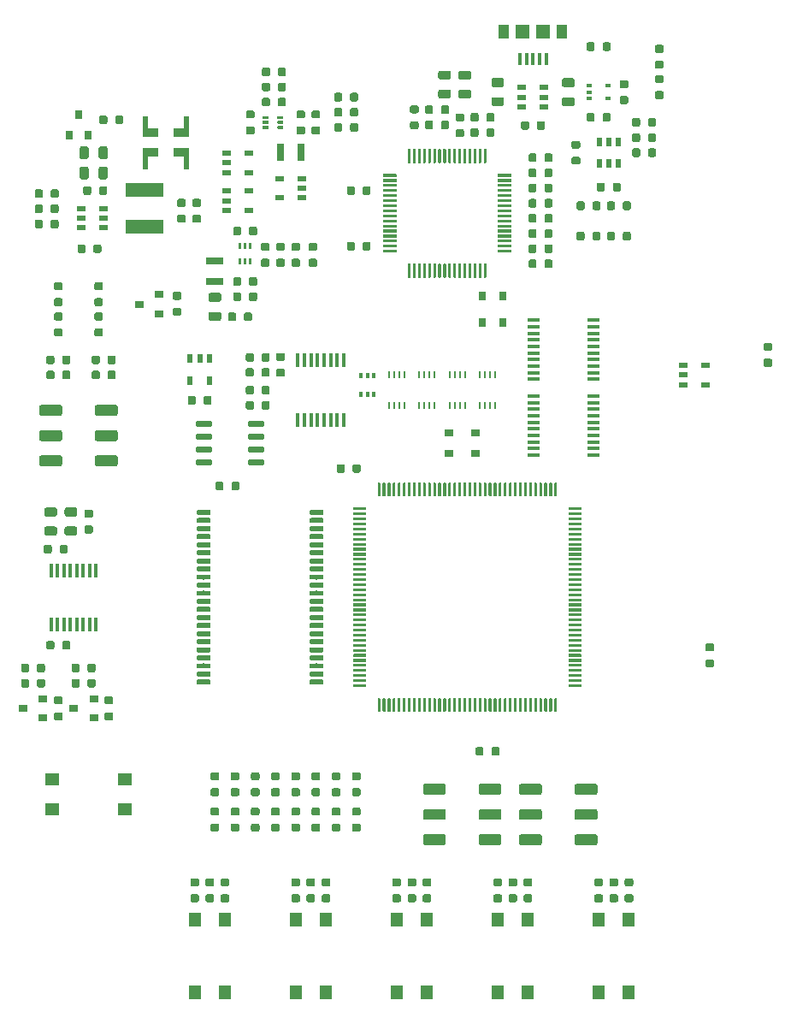
<source format=gtp>
G04 #@! TF.GenerationSoftware,KiCad,Pcbnew,5.1.0*
G04 #@! TF.CreationDate,2019-05-17T18:33:46+02:00*
G04 #@! TF.ProjectId,ice40_breakout,69636534-305f-4627-9265-616b6f75742e,rev?*
G04 #@! TF.SameCoordinates,Original*
G04 #@! TF.FileFunction,Paste,Top*
G04 #@! TF.FilePolarity,Positive*
%FSLAX46Y46*%
G04 Gerber Fmt 4.6, Leading zero omitted, Abs format (unit mm)*
G04 Created by KiCad (PCBNEW 5.1.0) date 2019-05-17 18:33:46*
%MOMM*%
%LPD*%
G04 APERTURE LIST*
%ADD10R,0.954000X0.585000*%
%ADD11C,0.100000*%
%ADD12C,0.787500*%
%ADD13R,1.800000X0.720000*%
%ADD14R,0.720000X1.800000*%
%ADD15R,0.900000X0.720000*%
%ADD16R,0.720000X0.900000*%
%ADD17C,1.080000*%
%ADD18C,0.270000*%
%ADD19R,0.585000X0.954000*%
%ADD20C,0.540000*%
%ADD21C,0.495000*%
%ADD22R,1.260000X1.440000*%
%ADD23R,1.440000X1.260000*%
%ADD24R,1.350000X1.395000*%
%ADD25R,1.030500X1.395000*%
%ADD26R,0.360000X1.215000*%
%ADD27R,1.305000X0.405000*%
%ADD28R,0.585000X0.360000*%
%ADD29C,0.877500*%
%ADD30R,3.780000X1.350000*%
%ADD31R,0.720000X0.810000*%
%ADD32R,0.405000X1.350000*%
%ADD33R,0.225000X0.675000*%
%ADD34R,0.810000X0.720000*%
%ADD35R,0.369000X1.440000*%
%ADD36R,0.360000X0.585000*%
%ADD37R,1.530000X0.900000*%
%ADD38R,0.630000X2.070000*%
G04 APERTURE END LIST*
D10*
X169100000Y-74550000D03*
X169100000Y-76450000D03*
X166900000Y-76450000D03*
X166900000Y-75500000D03*
X166900000Y-74550000D03*
D11*
G36*
X169749922Y-103644698D02*
G01*
X169769033Y-103647533D01*
X169787775Y-103652227D01*
X169805966Y-103658736D01*
X169823431Y-103666997D01*
X169840003Y-103676929D01*
X169855521Y-103688439D01*
X169869837Y-103701413D01*
X169882811Y-103715729D01*
X169894321Y-103731247D01*
X169904253Y-103747819D01*
X169912514Y-103765284D01*
X169919023Y-103783475D01*
X169923717Y-103802217D01*
X169926552Y-103821328D01*
X169927500Y-103840625D01*
X169927500Y-104234375D01*
X169926552Y-104253672D01*
X169923717Y-104272783D01*
X169919023Y-104291525D01*
X169912514Y-104309716D01*
X169904253Y-104327181D01*
X169894321Y-104343753D01*
X169882811Y-104359271D01*
X169869837Y-104373587D01*
X169855521Y-104386561D01*
X169840003Y-104398071D01*
X169823431Y-104408003D01*
X169805966Y-104416264D01*
X169787775Y-104422773D01*
X169769033Y-104427467D01*
X169749922Y-104430302D01*
X169730625Y-104431250D01*
X169269375Y-104431250D01*
X169250078Y-104430302D01*
X169230967Y-104427467D01*
X169212225Y-104422773D01*
X169194034Y-104416264D01*
X169176569Y-104408003D01*
X169159997Y-104398071D01*
X169144479Y-104386561D01*
X169130163Y-104373587D01*
X169117189Y-104359271D01*
X169105679Y-104343753D01*
X169095747Y-104327181D01*
X169087486Y-104309716D01*
X169080977Y-104291525D01*
X169076283Y-104272783D01*
X169073448Y-104253672D01*
X169072500Y-104234375D01*
X169072500Y-103840625D01*
X169073448Y-103821328D01*
X169076283Y-103802217D01*
X169080977Y-103783475D01*
X169087486Y-103765284D01*
X169095747Y-103747819D01*
X169105679Y-103731247D01*
X169117189Y-103715729D01*
X169130163Y-103701413D01*
X169144479Y-103688439D01*
X169159997Y-103676929D01*
X169176569Y-103666997D01*
X169194034Y-103658736D01*
X169212225Y-103652227D01*
X169230967Y-103647533D01*
X169250078Y-103644698D01*
X169269375Y-103643750D01*
X169730625Y-103643750D01*
X169749922Y-103644698D01*
X169749922Y-103644698D01*
G37*
D12*
X169500000Y-104037500D03*
D11*
G36*
X169749922Y-102069698D02*
G01*
X169769033Y-102072533D01*
X169787775Y-102077227D01*
X169805966Y-102083736D01*
X169823431Y-102091997D01*
X169840003Y-102101929D01*
X169855521Y-102113439D01*
X169869837Y-102126413D01*
X169882811Y-102140729D01*
X169894321Y-102156247D01*
X169904253Y-102172819D01*
X169912514Y-102190284D01*
X169919023Y-102208475D01*
X169923717Y-102227217D01*
X169926552Y-102246328D01*
X169927500Y-102265625D01*
X169927500Y-102659375D01*
X169926552Y-102678672D01*
X169923717Y-102697783D01*
X169919023Y-102716525D01*
X169912514Y-102734716D01*
X169904253Y-102752181D01*
X169894321Y-102768753D01*
X169882811Y-102784271D01*
X169869837Y-102798587D01*
X169855521Y-102811561D01*
X169840003Y-102823071D01*
X169823431Y-102833003D01*
X169805966Y-102841264D01*
X169787775Y-102847773D01*
X169769033Y-102852467D01*
X169749922Y-102855302D01*
X169730625Y-102856250D01*
X169269375Y-102856250D01*
X169250078Y-102855302D01*
X169230967Y-102852467D01*
X169212225Y-102847773D01*
X169194034Y-102841264D01*
X169176569Y-102833003D01*
X169159997Y-102823071D01*
X169144479Y-102811561D01*
X169130163Y-102798587D01*
X169117189Y-102784271D01*
X169105679Y-102768753D01*
X169095747Y-102752181D01*
X169087486Y-102734716D01*
X169080977Y-102716525D01*
X169076283Y-102697783D01*
X169073448Y-102678672D01*
X169072500Y-102659375D01*
X169072500Y-102265625D01*
X169073448Y-102246328D01*
X169076283Y-102227217D01*
X169080977Y-102208475D01*
X169087486Y-102190284D01*
X169095747Y-102172819D01*
X169105679Y-102156247D01*
X169117189Y-102140729D01*
X169130163Y-102126413D01*
X169144479Y-102113439D01*
X169159997Y-102101929D01*
X169176569Y-102091997D01*
X169194034Y-102083736D01*
X169212225Y-102077227D01*
X169230967Y-102072533D01*
X169250078Y-102069698D01*
X169269375Y-102068750D01*
X169730625Y-102068750D01*
X169749922Y-102069698D01*
X169749922Y-102069698D01*
G37*
D12*
X169500000Y-102462500D03*
D11*
G36*
X175499922Y-72319698D02*
G01*
X175519033Y-72322533D01*
X175537775Y-72327227D01*
X175555966Y-72333736D01*
X175573431Y-72341997D01*
X175590003Y-72351929D01*
X175605521Y-72363439D01*
X175619837Y-72376413D01*
X175632811Y-72390729D01*
X175644321Y-72406247D01*
X175654253Y-72422819D01*
X175662514Y-72440284D01*
X175669023Y-72458475D01*
X175673717Y-72477217D01*
X175676552Y-72496328D01*
X175677500Y-72515625D01*
X175677500Y-72909375D01*
X175676552Y-72928672D01*
X175673717Y-72947783D01*
X175669023Y-72966525D01*
X175662514Y-72984716D01*
X175654253Y-73002181D01*
X175644321Y-73018753D01*
X175632811Y-73034271D01*
X175619837Y-73048587D01*
X175605521Y-73061561D01*
X175590003Y-73073071D01*
X175573431Y-73083003D01*
X175555966Y-73091264D01*
X175537775Y-73097773D01*
X175519033Y-73102467D01*
X175499922Y-73105302D01*
X175480625Y-73106250D01*
X175019375Y-73106250D01*
X175000078Y-73105302D01*
X174980967Y-73102467D01*
X174962225Y-73097773D01*
X174944034Y-73091264D01*
X174926569Y-73083003D01*
X174909997Y-73073071D01*
X174894479Y-73061561D01*
X174880163Y-73048587D01*
X174867189Y-73034271D01*
X174855679Y-73018753D01*
X174845747Y-73002181D01*
X174837486Y-72984716D01*
X174830977Y-72966525D01*
X174826283Y-72947783D01*
X174823448Y-72928672D01*
X174822500Y-72909375D01*
X174822500Y-72515625D01*
X174823448Y-72496328D01*
X174826283Y-72477217D01*
X174830977Y-72458475D01*
X174837486Y-72440284D01*
X174845747Y-72422819D01*
X174855679Y-72406247D01*
X174867189Y-72390729D01*
X174880163Y-72376413D01*
X174894479Y-72363439D01*
X174909997Y-72351929D01*
X174926569Y-72341997D01*
X174944034Y-72333736D01*
X174962225Y-72327227D01*
X174980967Y-72322533D01*
X175000078Y-72319698D01*
X175019375Y-72318750D01*
X175480625Y-72318750D01*
X175499922Y-72319698D01*
X175499922Y-72319698D01*
G37*
D12*
X175250000Y-72712500D03*
D11*
G36*
X175499922Y-73894698D02*
G01*
X175519033Y-73897533D01*
X175537775Y-73902227D01*
X175555966Y-73908736D01*
X175573431Y-73916997D01*
X175590003Y-73926929D01*
X175605521Y-73938439D01*
X175619837Y-73951413D01*
X175632811Y-73965729D01*
X175644321Y-73981247D01*
X175654253Y-73997819D01*
X175662514Y-74015284D01*
X175669023Y-74033475D01*
X175673717Y-74052217D01*
X175676552Y-74071328D01*
X175677500Y-74090625D01*
X175677500Y-74484375D01*
X175676552Y-74503672D01*
X175673717Y-74522783D01*
X175669023Y-74541525D01*
X175662514Y-74559716D01*
X175654253Y-74577181D01*
X175644321Y-74593753D01*
X175632811Y-74609271D01*
X175619837Y-74623587D01*
X175605521Y-74636561D01*
X175590003Y-74648071D01*
X175573431Y-74658003D01*
X175555966Y-74666264D01*
X175537775Y-74672773D01*
X175519033Y-74677467D01*
X175499922Y-74680302D01*
X175480625Y-74681250D01*
X175019375Y-74681250D01*
X175000078Y-74680302D01*
X174980967Y-74677467D01*
X174962225Y-74672773D01*
X174944034Y-74666264D01*
X174926569Y-74658003D01*
X174909997Y-74648071D01*
X174894479Y-74636561D01*
X174880163Y-74623587D01*
X174867189Y-74609271D01*
X174855679Y-74593753D01*
X174845747Y-74577181D01*
X174837486Y-74559716D01*
X174830977Y-74541525D01*
X174826283Y-74522783D01*
X174823448Y-74503672D01*
X174822500Y-74484375D01*
X174822500Y-74090625D01*
X174823448Y-74071328D01*
X174826283Y-74052217D01*
X174830977Y-74033475D01*
X174837486Y-74015284D01*
X174845747Y-73997819D01*
X174855679Y-73981247D01*
X174867189Y-73965729D01*
X174880163Y-73951413D01*
X174894479Y-73938439D01*
X174909997Y-73926929D01*
X174926569Y-73916997D01*
X174944034Y-73908736D01*
X174962225Y-73902227D01*
X174980967Y-73897533D01*
X175000078Y-73894698D01*
X175019375Y-73893750D01*
X175480625Y-73893750D01*
X175499922Y-73894698D01*
X175499922Y-73894698D01*
G37*
D12*
X175250000Y-74287500D03*
D13*
X120500000Y-66250000D03*
X120500000Y-64250000D03*
D14*
X129000000Y-53500000D03*
X127000000Y-53500000D03*
D15*
X143700000Y-83300000D03*
X146300000Y-83300000D03*
X146300000Y-81200000D03*
X143700000Y-81200000D03*
D16*
X149050000Y-70300000D03*
X149050000Y-67700000D03*
X146950000Y-67700000D03*
X146950000Y-70300000D03*
D11*
G36*
X110680172Y-83461040D02*
G01*
X110701140Y-83464150D01*
X110721701Y-83469301D01*
X110741660Y-83476442D01*
X110760822Y-83485505D01*
X110779003Y-83496403D01*
X110796029Y-83509030D01*
X110811735Y-83523265D01*
X110825970Y-83538971D01*
X110838597Y-83555997D01*
X110849495Y-83574178D01*
X110858558Y-83593340D01*
X110865699Y-83613299D01*
X110870850Y-83633860D01*
X110873960Y-83654828D01*
X110875000Y-83676000D01*
X110875000Y-84324000D01*
X110873960Y-84345172D01*
X110870850Y-84366140D01*
X110865699Y-84386701D01*
X110858558Y-84406660D01*
X110849495Y-84425822D01*
X110838597Y-84444003D01*
X110825970Y-84461029D01*
X110811735Y-84476735D01*
X110796029Y-84490970D01*
X110779003Y-84503597D01*
X110760822Y-84514495D01*
X110741660Y-84523558D01*
X110721701Y-84530699D01*
X110701140Y-84535850D01*
X110680172Y-84538960D01*
X110659000Y-84540000D01*
X108841000Y-84540000D01*
X108819828Y-84538960D01*
X108798860Y-84535850D01*
X108778299Y-84530699D01*
X108758340Y-84523558D01*
X108739178Y-84514495D01*
X108720997Y-84503597D01*
X108703971Y-84490970D01*
X108688265Y-84476735D01*
X108674030Y-84461029D01*
X108661403Y-84444003D01*
X108650505Y-84425822D01*
X108641442Y-84406660D01*
X108634301Y-84386701D01*
X108629150Y-84366140D01*
X108626040Y-84345172D01*
X108625000Y-84324000D01*
X108625000Y-83676000D01*
X108626040Y-83654828D01*
X108629150Y-83633860D01*
X108634301Y-83613299D01*
X108641442Y-83593340D01*
X108650505Y-83574178D01*
X108661403Y-83555997D01*
X108674030Y-83538971D01*
X108688265Y-83523265D01*
X108703971Y-83509030D01*
X108720997Y-83496403D01*
X108739178Y-83485505D01*
X108758340Y-83476442D01*
X108778299Y-83469301D01*
X108798860Y-83464150D01*
X108819828Y-83461040D01*
X108841000Y-83460000D01*
X110659000Y-83460000D01*
X110680172Y-83461040D01*
X110680172Y-83461040D01*
G37*
D17*
X109750000Y-84000000D03*
D11*
G36*
X110680172Y-80961040D02*
G01*
X110701140Y-80964150D01*
X110721701Y-80969301D01*
X110741660Y-80976442D01*
X110760822Y-80985505D01*
X110779003Y-80996403D01*
X110796029Y-81009030D01*
X110811735Y-81023265D01*
X110825970Y-81038971D01*
X110838597Y-81055997D01*
X110849495Y-81074178D01*
X110858558Y-81093340D01*
X110865699Y-81113299D01*
X110870850Y-81133860D01*
X110873960Y-81154828D01*
X110875000Y-81176000D01*
X110875000Y-81824000D01*
X110873960Y-81845172D01*
X110870850Y-81866140D01*
X110865699Y-81886701D01*
X110858558Y-81906660D01*
X110849495Y-81925822D01*
X110838597Y-81944003D01*
X110825970Y-81961029D01*
X110811735Y-81976735D01*
X110796029Y-81990970D01*
X110779003Y-82003597D01*
X110760822Y-82014495D01*
X110741660Y-82023558D01*
X110721701Y-82030699D01*
X110701140Y-82035850D01*
X110680172Y-82038960D01*
X110659000Y-82040000D01*
X108841000Y-82040000D01*
X108819828Y-82038960D01*
X108798860Y-82035850D01*
X108778299Y-82030699D01*
X108758340Y-82023558D01*
X108739178Y-82014495D01*
X108720997Y-82003597D01*
X108703971Y-81990970D01*
X108688265Y-81976735D01*
X108674030Y-81961029D01*
X108661403Y-81944003D01*
X108650505Y-81925822D01*
X108641442Y-81906660D01*
X108634301Y-81886701D01*
X108629150Y-81866140D01*
X108626040Y-81845172D01*
X108625000Y-81824000D01*
X108625000Y-81176000D01*
X108626040Y-81154828D01*
X108629150Y-81133860D01*
X108634301Y-81113299D01*
X108641442Y-81093340D01*
X108650505Y-81074178D01*
X108661403Y-81055997D01*
X108674030Y-81038971D01*
X108688265Y-81023265D01*
X108703971Y-81009030D01*
X108720997Y-80996403D01*
X108739178Y-80985505D01*
X108758340Y-80976442D01*
X108778299Y-80969301D01*
X108798860Y-80964150D01*
X108819828Y-80961040D01*
X108841000Y-80960000D01*
X110659000Y-80960000D01*
X110680172Y-80961040D01*
X110680172Y-80961040D01*
G37*
D17*
X109750000Y-81500000D03*
D11*
G36*
X110680172Y-78461040D02*
G01*
X110701140Y-78464150D01*
X110721701Y-78469301D01*
X110741660Y-78476442D01*
X110760822Y-78485505D01*
X110779003Y-78496403D01*
X110796029Y-78509030D01*
X110811735Y-78523265D01*
X110825970Y-78538971D01*
X110838597Y-78555997D01*
X110849495Y-78574178D01*
X110858558Y-78593340D01*
X110865699Y-78613299D01*
X110870850Y-78633860D01*
X110873960Y-78654828D01*
X110875000Y-78676000D01*
X110875000Y-79324000D01*
X110873960Y-79345172D01*
X110870850Y-79366140D01*
X110865699Y-79386701D01*
X110858558Y-79406660D01*
X110849495Y-79425822D01*
X110838597Y-79444003D01*
X110825970Y-79461029D01*
X110811735Y-79476735D01*
X110796029Y-79490970D01*
X110779003Y-79503597D01*
X110760822Y-79514495D01*
X110741660Y-79523558D01*
X110721701Y-79530699D01*
X110701140Y-79535850D01*
X110680172Y-79538960D01*
X110659000Y-79540000D01*
X108841000Y-79540000D01*
X108819828Y-79538960D01*
X108798860Y-79535850D01*
X108778299Y-79530699D01*
X108758340Y-79523558D01*
X108739178Y-79514495D01*
X108720997Y-79503597D01*
X108703971Y-79490970D01*
X108688265Y-79476735D01*
X108674030Y-79461029D01*
X108661403Y-79444003D01*
X108650505Y-79425822D01*
X108641442Y-79406660D01*
X108634301Y-79386701D01*
X108629150Y-79366140D01*
X108626040Y-79345172D01*
X108625000Y-79324000D01*
X108625000Y-78676000D01*
X108626040Y-78654828D01*
X108629150Y-78633860D01*
X108634301Y-78613299D01*
X108641442Y-78593340D01*
X108650505Y-78574178D01*
X108661403Y-78555997D01*
X108674030Y-78538971D01*
X108688265Y-78523265D01*
X108703971Y-78509030D01*
X108720997Y-78496403D01*
X108739178Y-78485505D01*
X108758340Y-78476442D01*
X108778299Y-78469301D01*
X108798860Y-78464150D01*
X108819828Y-78461040D01*
X108841000Y-78460000D01*
X110659000Y-78460000D01*
X110680172Y-78461040D01*
X110680172Y-78461040D01*
G37*
D17*
X109750000Y-79000000D03*
D11*
G36*
X105180172Y-83461040D02*
G01*
X105201140Y-83464150D01*
X105221701Y-83469301D01*
X105241660Y-83476442D01*
X105260822Y-83485505D01*
X105279003Y-83496403D01*
X105296029Y-83509030D01*
X105311735Y-83523265D01*
X105325970Y-83538971D01*
X105338597Y-83555997D01*
X105349495Y-83574178D01*
X105358558Y-83593340D01*
X105365699Y-83613299D01*
X105370850Y-83633860D01*
X105373960Y-83654828D01*
X105375000Y-83676000D01*
X105375000Y-84324000D01*
X105373960Y-84345172D01*
X105370850Y-84366140D01*
X105365699Y-84386701D01*
X105358558Y-84406660D01*
X105349495Y-84425822D01*
X105338597Y-84444003D01*
X105325970Y-84461029D01*
X105311735Y-84476735D01*
X105296029Y-84490970D01*
X105279003Y-84503597D01*
X105260822Y-84514495D01*
X105241660Y-84523558D01*
X105221701Y-84530699D01*
X105201140Y-84535850D01*
X105180172Y-84538960D01*
X105159000Y-84540000D01*
X103341000Y-84540000D01*
X103319828Y-84538960D01*
X103298860Y-84535850D01*
X103278299Y-84530699D01*
X103258340Y-84523558D01*
X103239178Y-84514495D01*
X103220997Y-84503597D01*
X103203971Y-84490970D01*
X103188265Y-84476735D01*
X103174030Y-84461029D01*
X103161403Y-84444003D01*
X103150505Y-84425822D01*
X103141442Y-84406660D01*
X103134301Y-84386701D01*
X103129150Y-84366140D01*
X103126040Y-84345172D01*
X103125000Y-84324000D01*
X103125000Y-83676000D01*
X103126040Y-83654828D01*
X103129150Y-83633860D01*
X103134301Y-83613299D01*
X103141442Y-83593340D01*
X103150505Y-83574178D01*
X103161403Y-83555997D01*
X103174030Y-83538971D01*
X103188265Y-83523265D01*
X103203971Y-83509030D01*
X103220997Y-83496403D01*
X103239178Y-83485505D01*
X103258340Y-83476442D01*
X103278299Y-83469301D01*
X103298860Y-83464150D01*
X103319828Y-83461040D01*
X103341000Y-83460000D01*
X105159000Y-83460000D01*
X105180172Y-83461040D01*
X105180172Y-83461040D01*
G37*
D17*
X104250000Y-84000000D03*
D11*
G36*
X105180172Y-80961040D02*
G01*
X105201140Y-80964150D01*
X105221701Y-80969301D01*
X105241660Y-80976442D01*
X105260822Y-80985505D01*
X105279003Y-80996403D01*
X105296029Y-81009030D01*
X105311735Y-81023265D01*
X105325970Y-81038971D01*
X105338597Y-81055997D01*
X105349495Y-81074178D01*
X105358558Y-81093340D01*
X105365699Y-81113299D01*
X105370850Y-81133860D01*
X105373960Y-81154828D01*
X105375000Y-81176000D01*
X105375000Y-81824000D01*
X105373960Y-81845172D01*
X105370850Y-81866140D01*
X105365699Y-81886701D01*
X105358558Y-81906660D01*
X105349495Y-81925822D01*
X105338597Y-81944003D01*
X105325970Y-81961029D01*
X105311735Y-81976735D01*
X105296029Y-81990970D01*
X105279003Y-82003597D01*
X105260822Y-82014495D01*
X105241660Y-82023558D01*
X105221701Y-82030699D01*
X105201140Y-82035850D01*
X105180172Y-82038960D01*
X105159000Y-82040000D01*
X103341000Y-82040000D01*
X103319828Y-82038960D01*
X103298860Y-82035850D01*
X103278299Y-82030699D01*
X103258340Y-82023558D01*
X103239178Y-82014495D01*
X103220997Y-82003597D01*
X103203971Y-81990970D01*
X103188265Y-81976735D01*
X103174030Y-81961029D01*
X103161403Y-81944003D01*
X103150505Y-81925822D01*
X103141442Y-81906660D01*
X103134301Y-81886701D01*
X103129150Y-81866140D01*
X103126040Y-81845172D01*
X103125000Y-81824000D01*
X103125000Y-81176000D01*
X103126040Y-81154828D01*
X103129150Y-81133860D01*
X103134301Y-81113299D01*
X103141442Y-81093340D01*
X103150505Y-81074178D01*
X103161403Y-81055997D01*
X103174030Y-81038971D01*
X103188265Y-81023265D01*
X103203971Y-81009030D01*
X103220997Y-80996403D01*
X103239178Y-80985505D01*
X103258340Y-80976442D01*
X103278299Y-80969301D01*
X103298860Y-80964150D01*
X103319828Y-80961040D01*
X103341000Y-80960000D01*
X105159000Y-80960000D01*
X105180172Y-80961040D01*
X105180172Y-80961040D01*
G37*
D17*
X104250000Y-81500000D03*
D11*
G36*
X105180172Y-78461040D02*
G01*
X105201140Y-78464150D01*
X105221701Y-78469301D01*
X105241660Y-78476442D01*
X105260822Y-78485505D01*
X105279003Y-78496403D01*
X105296029Y-78509030D01*
X105311735Y-78523265D01*
X105325970Y-78538971D01*
X105338597Y-78555997D01*
X105349495Y-78574178D01*
X105358558Y-78593340D01*
X105365699Y-78613299D01*
X105370850Y-78633860D01*
X105373960Y-78654828D01*
X105375000Y-78676000D01*
X105375000Y-79324000D01*
X105373960Y-79345172D01*
X105370850Y-79366140D01*
X105365699Y-79386701D01*
X105358558Y-79406660D01*
X105349495Y-79425822D01*
X105338597Y-79444003D01*
X105325970Y-79461029D01*
X105311735Y-79476735D01*
X105296029Y-79490970D01*
X105279003Y-79503597D01*
X105260822Y-79514495D01*
X105241660Y-79523558D01*
X105221701Y-79530699D01*
X105201140Y-79535850D01*
X105180172Y-79538960D01*
X105159000Y-79540000D01*
X103341000Y-79540000D01*
X103319828Y-79538960D01*
X103298860Y-79535850D01*
X103278299Y-79530699D01*
X103258340Y-79523558D01*
X103239178Y-79514495D01*
X103220997Y-79503597D01*
X103203971Y-79490970D01*
X103188265Y-79476735D01*
X103174030Y-79461029D01*
X103161403Y-79444003D01*
X103150505Y-79425822D01*
X103141442Y-79406660D01*
X103134301Y-79386701D01*
X103129150Y-79366140D01*
X103126040Y-79345172D01*
X103125000Y-79324000D01*
X103125000Y-78676000D01*
X103126040Y-78654828D01*
X103129150Y-78633860D01*
X103134301Y-78613299D01*
X103141442Y-78593340D01*
X103150505Y-78574178D01*
X103161403Y-78555997D01*
X103174030Y-78538971D01*
X103188265Y-78523265D01*
X103203971Y-78509030D01*
X103220997Y-78496403D01*
X103239178Y-78485505D01*
X103258340Y-78476442D01*
X103278299Y-78469301D01*
X103298860Y-78464150D01*
X103319828Y-78461040D01*
X103341000Y-78460000D01*
X105159000Y-78460000D01*
X105180172Y-78461040D01*
X105180172Y-78461040D01*
G37*
D17*
X104250000Y-79000000D03*
D11*
G36*
X148680172Y-120961040D02*
G01*
X148701140Y-120964150D01*
X148721701Y-120969301D01*
X148741660Y-120976442D01*
X148760822Y-120985505D01*
X148779003Y-120996403D01*
X148796029Y-121009030D01*
X148811735Y-121023265D01*
X148825970Y-121038971D01*
X148838597Y-121055997D01*
X148849495Y-121074178D01*
X148858558Y-121093340D01*
X148865699Y-121113299D01*
X148870850Y-121133860D01*
X148873960Y-121154828D01*
X148875000Y-121176000D01*
X148875000Y-121824000D01*
X148873960Y-121845172D01*
X148870850Y-121866140D01*
X148865699Y-121886701D01*
X148858558Y-121906660D01*
X148849495Y-121925822D01*
X148838597Y-121944003D01*
X148825970Y-121961029D01*
X148811735Y-121976735D01*
X148796029Y-121990970D01*
X148779003Y-122003597D01*
X148760822Y-122014495D01*
X148741660Y-122023558D01*
X148721701Y-122030699D01*
X148701140Y-122035850D01*
X148680172Y-122038960D01*
X148659000Y-122040000D01*
X146841000Y-122040000D01*
X146819828Y-122038960D01*
X146798860Y-122035850D01*
X146778299Y-122030699D01*
X146758340Y-122023558D01*
X146739178Y-122014495D01*
X146720997Y-122003597D01*
X146703971Y-121990970D01*
X146688265Y-121976735D01*
X146674030Y-121961029D01*
X146661403Y-121944003D01*
X146650505Y-121925822D01*
X146641442Y-121906660D01*
X146634301Y-121886701D01*
X146629150Y-121866140D01*
X146626040Y-121845172D01*
X146625000Y-121824000D01*
X146625000Y-121176000D01*
X146626040Y-121154828D01*
X146629150Y-121133860D01*
X146634301Y-121113299D01*
X146641442Y-121093340D01*
X146650505Y-121074178D01*
X146661403Y-121055997D01*
X146674030Y-121038971D01*
X146688265Y-121023265D01*
X146703971Y-121009030D01*
X146720997Y-120996403D01*
X146739178Y-120985505D01*
X146758340Y-120976442D01*
X146778299Y-120969301D01*
X146798860Y-120964150D01*
X146819828Y-120961040D01*
X146841000Y-120960000D01*
X148659000Y-120960000D01*
X148680172Y-120961040D01*
X148680172Y-120961040D01*
G37*
D17*
X147750000Y-121500000D03*
D11*
G36*
X148680172Y-118461040D02*
G01*
X148701140Y-118464150D01*
X148721701Y-118469301D01*
X148741660Y-118476442D01*
X148760822Y-118485505D01*
X148779003Y-118496403D01*
X148796029Y-118509030D01*
X148811735Y-118523265D01*
X148825970Y-118538971D01*
X148838597Y-118555997D01*
X148849495Y-118574178D01*
X148858558Y-118593340D01*
X148865699Y-118613299D01*
X148870850Y-118633860D01*
X148873960Y-118654828D01*
X148875000Y-118676000D01*
X148875000Y-119324000D01*
X148873960Y-119345172D01*
X148870850Y-119366140D01*
X148865699Y-119386701D01*
X148858558Y-119406660D01*
X148849495Y-119425822D01*
X148838597Y-119444003D01*
X148825970Y-119461029D01*
X148811735Y-119476735D01*
X148796029Y-119490970D01*
X148779003Y-119503597D01*
X148760822Y-119514495D01*
X148741660Y-119523558D01*
X148721701Y-119530699D01*
X148701140Y-119535850D01*
X148680172Y-119538960D01*
X148659000Y-119540000D01*
X146841000Y-119540000D01*
X146819828Y-119538960D01*
X146798860Y-119535850D01*
X146778299Y-119530699D01*
X146758340Y-119523558D01*
X146739178Y-119514495D01*
X146720997Y-119503597D01*
X146703971Y-119490970D01*
X146688265Y-119476735D01*
X146674030Y-119461029D01*
X146661403Y-119444003D01*
X146650505Y-119425822D01*
X146641442Y-119406660D01*
X146634301Y-119386701D01*
X146629150Y-119366140D01*
X146626040Y-119345172D01*
X146625000Y-119324000D01*
X146625000Y-118676000D01*
X146626040Y-118654828D01*
X146629150Y-118633860D01*
X146634301Y-118613299D01*
X146641442Y-118593340D01*
X146650505Y-118574178D01*
X146661403Y-118555997D01*
X146674030Y-118538971D01*
X146688265Y-118523265D01*
X146703971Y-118509030D01*
X146720997Y-118496403D01*
X146739178Y-118485505D01*
X146758340Y-118476442D01*
X146778299Y-118469301D01*
X146798860Y-118464150D01*
X146819828Y-118461040D01*
X146841000Y-118460000D01*
X148659000Y-118460000D01*
X148680172Y-118461040D01*
X148680172Y-118461040D01*
G37*
D17*
X147750000Y-119000000D03*
D11*
G36*
X148680172Y-115961040D02*
G01*
X148701140Y-115964150D01*
X148721701Y-115969301D01*
X148741660Y-115976442D01*
X148760822Y-115985505D01*
X148779003Y-115996403D01*
X148796029Y-116009030D01*
X148811735Y-116023265D01*
X148825970Y-116038971D01*
X148838597Y-116055997D01*
X148849495Y-116074178D01*
X148858558Y-116093340D01*
X148865699Y-116113299D01*
X148870850Y-116133860D01*
X148873960Y-116154828D01*
X148875000Y-116176000D01*
X148875000Y-116824000D01*
X148873960Y-116845172D01*
X148870850Y-116866140D01*
X148865699Y-116886701D01*
X148858558Y-116906660D01*
X148849495Y-116925822D01*
X148838597Y-116944003D01*
X148825970Y-116961029D01*
X148811735Y-116976735D01*
X148796029Y-116990970D01*
X148779003Y-117003597D01*
X148760822Y-117014495D01*
X148741660Y-117023558D01*
X148721701Y-117030699D01*
X148701140Y-117035850D01*
X148680172Y-117038960D01*
X148659000Y-117040000D01*
X146841000Y-117040000D01*
X146819828Y-117038960D01*
X146798860Y-117035850D01*
X146778299Y-117030699D01*
X146758340Y-117023558D01*
X146739178Y-117014495D01*
X146720997Y-117003597D01*
X146703971Y-116990970D01*
X146688265Y-116976735D01*
X146674030Y-116961029D01*
X146661403Y-116944003D01*
X146650505Y-116925822D01*
X146641442Y-116906660D01*
X146634301Y-116886701D01*
X146629150Y-116866140D01*
X146626040Y-116845172D01*
X146625000Y-116824000D01*
X146625000Y-116176000D01*
X146626040Y-116154828D01*
X146629150Y-116133860D01*
X146634301Y-116113299D01*
X146641442Y-116093340D01*
X146650505Y-116074178D01*
X146661403Y-116055997D01*
X146674030Y-116038971D01*
X146688265Y-116023265D01*
X146703971Y-116009030D01*
X146720997Y-115996403D01*
X146739178Y-115985505D01*
X146758340Y-115976442D01*
X146778299Y-115969301D01*
X146798860Y-115964150D01*
X146819828Y-115961040D01*
X146841000Y-115960000D01*
X148659000Y-115960000D01*
X148680172Y-115961040D01*
X148680172Y-115961040D01*
G37*
D17*
X147750000Y-116500000D03*
D11*
G36*
X143180172Y-120961040D02*
G01*
X143201140Y-120964150D01*
X143221701Y-120969301D01*
X143241660Y-120976442D01*
X143260822Y-120985505D01*
X143279003Y-120996403D01*
X143296029Y-121009030D01*
X143311735Y-121023265D01*
X143325970Y-121038971D01*
X143338597Y-121055997D01*
X143349495Y-121074178D01*
X143358558Y-121093340D01*
X143365699Y-121113299D01*
X143370850Y-121133860D01*
X143373960Y-121154828D01*
X143375000Y-121176000D01*
X143375000Y-121824000D01*
X143373960Y-121845172D01*
X143370850Y-121866140D01*
X143365699Y-121886701D01*
X143358558Y-121906660D01*
X143349495Y-121925822D01*
X143338597Y-121944003D01*
X143325970Y-121961029D01*
X143311735Y-121976735D01*
X143296029Y-121990970D01*
X143279003Y-122003597D01*
X143260822Y-122014495D01*
X143241660Y-122023558D01*
X143221701Y-122030699D01*
X143201140Y-122035850D01*
X143180172Y-122038960D01*
X143159000Y-122040000D01*
X141341000Y-122040000D01*
X141319828Y-122038960D01*
X141298860Y-122035850D01*
X141278299Y-122030699D01*
X141258340Y-122023558D01*
X141239178Y-122014495D01*
X141220997Y-122003597D01*
X141203971Y-121990970D01*
X141188265Y-121976735D01*
X141174030Y-121961029D01*
X141161403Y-121944003D01*
X141150505Y-121925822D01*
X141141442Y-121906660D01*
X141134301Y-121886701D01*
X141129150Y-121866140D01*
X141126040Y-121845172D01*
X141125000Y-121824000D01*
X141125000Y-121176000D01*
X141126040Y-121154828D01*
X141129150Y-121133860D01*
X141134301Y-121113299D01*
X141141442Y-121093340D01*
X141150505Y-121074178D01*
X141161403Y-121055997D01*
X141174030Y-121038971D01*
X141188265Y-121023265D01*
X141203971Y-121009030D01*
X141220997Y-120996403D01*
X141239178Y-120985505D01*
X141258340Y-120976442D01*
X141278299Y-120969301D01*
X141298860Y-120964150D01*
X141319828Y-120961040D01*
X141341000Y-120960000D01*
X143159000Y-120960000D01*
X143180172Y-120961040D01*
X143180172Y-120961040D01*
G37*
D17*
X142250000Y-121500000D03*
D11*
G36*
X143180172Y-118461040D02*
G01*
X143201140Y-118464150D01*
X143221701Y-118469301D01*
X143241660Y-118476442D01*
X143260822Y-118485505D01*
X143279003Y-118496403D01*
X143296029Y-118509030D01*
X143311735Y-118523265D01*
X143325970Y-118538971D01*
X143338597Y-118555997D01*
X143349495Y-118574178D01*
X143358558Y-118593340D01*
X143365699Y-118613299D01*
X143370850Y-118633860D01*
X143373960Y-118654828D01*
X143375000Y-118676000D01*
X143375000Y-119324000D01*
X143373960Y-119345172D01*
X143370850Y-119366140D01*
X143365699Y-119386701D01*
X143358558Y-119406660D01*
X143349495Y-119425822D01*
X143338597Y-119444003D01*
X143325970Y-119461029D01*
X143311735Y-119476735D01*
X143296029Y-119490970D01*
X143279003Y-119503597D01*
X143260822Y-119514495D01*
X143241660Y-119523558D01*
X143221701Y-119530699D01*
X143201140Y-119535850D01*
X143180172Y-119538960D01*
X143159000Y-119540000D01*
X141341000Y-119540000D01*
X141319828Y-119538960D01*
X141298860Y-119535850D01*
X141278299Y-119530699D01*
X141258340Y-119523558D01*
X141239178Y-119514495D01*
X141220997Y-119503597D01*
X141203971Y-119490970D01*
X141188265Y-119476735D01*
X141174030Y-119461029D01*
X141161403Y-119444003D01*
X141150505Y-119425822D01*
X141141442Y-119406660D01*
X141134301Y-119386701D01*
X141129150Y-119366140D01*
X141126040Y-119345172D01*
X141125000Y-119324000D01*
X141125000Y-118676000D01*
X141126040Y-118654828D01*
X141129150Y-118633860D01*
X141134301Y-118613299D01*
X141141442Y-118593340D01*
X141150505Y-118574178D01*
X141161403Y-118555997D01*
X141174030Y-118538971D01*
X141188265Y-118523265D01*
X141203971Y-118509030D01*
X141220997Y-118496403D01*
X141239178Y-118485505D01*
X141258340Y-118476442D01*
X141278299Y-118469301D01*
X141298860Y-118464150D01*
X141319828Y-118461040D01*
X141341000Y-118460000D01*
X143159000Y-118460000D01*
X143180172Y-118461040D01*
X143180172Y-118461040D01*
G37*
D17*
X142250000Y-119000000D03*
D11*
G36*
X143180172Y-115961040D02*
G01*
X143201140Y-115964150D01*
X143221701Y-115969301D01*
X143241660Y-115976442D01*
X143260822Y-115985505D01*
X143279003Y-115996403D01*
X143296029Y-116009030D01*
X143311735Y-116023265D01*
X143325970Y-116038971D01*
X143338597Y-116055997D01*
X143349495Y-116074178D01*
X143358558Y-116093340D01*
X143365699Y-116113299D01*
X143370850Y-116133860D01*
X143373960Y-116154828D01*
X143375000Y-116176000D01*
X143375000Y-116824000D01*
X143373960Y-116845172D01*
X143370850Y-116866140D01*
X143365699Y-116886701D01*
X143358558Y-116906660D01*
X143349495Y-116925822D01*
X143338597Y-116944003D01*
X143325970Y-116961029D01*
X143311735Y-116976735D01*
X143296029Y-116990970D01*
X143279003Y-117003597D01*
X143260822Y-117014495D01*
X143241660Y-117023558D01*
X143221701Y-117030699D01*
X143201140Y-117035850D01*
X143180172Y-117038960D01*
X143159000Y-117040000D01*
X141341000Y-117040000D01*
X141319828Y-117038960D01*
X141298860Y-117035850D01*
X141278299Y-117030699D01*
X141258340Y-117023558D01*
X141239178Y-117014495D01*
X141220997Y-117003597D01*
X141203971Y-116990970D01*
X141188265Y-116976735D01*
X141174030Y-116961029D01*
X141161403Y-116944003D01*
X141150505Y-116925822D01*
X141141442Y-116906660D01*
X141134301Y-116886701D01*
X141129150Y-116866140D01*
X141126040Y-116845172D01*
X141125000Y-116824000D01*
X141125000Y-116176000D01*
X141126040Y-116154828D01*
X141129150Y-116133860D01*
X141134301Y-116113299D01*
X141141442Y-116093340D01*
X141150505Y-116074178D01*
X141161403Y-116055997D01*
X141174030Y-116038971D01*
X141188265Y-116023265D01*
X141203971Y-116009030D01*
X141220997Y-115996403D01*
X141239178Y-115985505D01*
X141258340Y-115976442D01*
X141278299Y-115969301D01*
X141298860Y-115964150D01*
X141319828Y-115961040D01*
X141341000Y-115960000D01*
X143159000Y-115960000D01*
X143180172Y-115961040D01*
X143180172Y-115961040D01*
G37*
D17*
X142250000Y-116500000D03*
D11*
G36*
X158180172Y-120961040D02*
G01*
X158201140Y-120964150D01*
X158221701Y-120969301D01*
X158241660Y-120976442D01*
X158260822Y-120985505D01*
X158279003Y-120996403D01*
X158296029Y-121009030D01*
X158311735Y-121023265D01*
X158325970Y-121038971D01*
X158338597Y-121055997D01*
X158349495Y-121074178D01*
X158358558Y-121093340D01*
X158365699Y-121113299D01*
X158370850Y-121133860D01*
X158373960Y-121154828D01*
X158375000Y-121176000D01*
X158375000Y-121824000D01*
X158373960Y-121845172D01*
X158370850Y-121866140D01*
X158365699Y-121886701D01*
X158358558Y-121906660D01*
X158349495Y-121925822D01*
X158338597Y-121944003D01*
X158325970Y-121961029D01*
X158311735Y-121976735D01*
X158296029Y-121990970D01*
X158279003Y-122003597D01*
X158260822Y-122014495D01*
X158241660Y-122023558D01*
X158221701Y-122030699D01*
X158201140Y-122035850D01*
X158180172Y-122038960D01*
X158159000Y-122040000D01*
X156341000Y-122040000D01*
X156319828Y-122038960D01*
X156298860Y-122035850D01*
X156278299Y-122030699D01*
X156258340Y-122023558D01*
X156239178Y-122014495D01*
X156220997Y-122003597D01*
X156203971Y-121990970D01*
X156188265Y-121976735D01*
X156174030Y-121961029D01*
X156161403Y-121944003D01*
X156150505Y-121925822D01*
X156141442Y-121906660D01*
X156134301Y-121886701D01*
X156129150Y-121866140D01*
X156126040Y-121845172D01*
X156125000Y-121824000D01*
X156125000Y-121176000D01*
X156126040Y-121154828D01*
X156129150Y-121133860D01*
X156134301Y-121113299D01*
X156141442Y-121093340D01*
X156150505Y-121074178D01*
X156161403Y-121055997D01*
X156174030Y-121038971D01*
X156188265Y-121023265D01*
X156203971Y-121009030D01*
X156220997Y-120996403D01*
X156239178Y-120985505D01*
X156258340Y-120976442D01*
X156278299Y-120969301D01*
X156298860Y-120964150D01*
X156319828Y-120961040D01*
X156341000Y-120960000D01*
X158159000Y-120960000D01*
X158180172Y-120961040D01*
X158180172Y-120961040D01*
G37*
D17*
X157250000Y-121500000D03*
D11*
G36*
X158180172Y-118461040D02*
G01*
X158201140Y-118464150D01*
X158221701Y-118469301D01*
X158241660Y-118476442D01*
X158260822Y-118485505D01*
X158279003Y-118496403D01*
X158296029Y-118509030D01*
X158311735Y-118523265D01*
X158325970Y-118538971D01*
X158338597Y-118555997D01*
X158349495Y-118574178D01*
X158358558Y-118593340D01*
X158365699Y-118613299D01*
X158370850Y-118633860D01*
X158373960Y-118654828D01*
X158375000Y-118676000D01*
X158375000Y-119324000D01*
X158373960Y-119345172D01*
X158370850Y-119366140D01*
X158365699Y-119386701D01*
X158358558Y-119406660D01*
X158349495Y-119425822D01*
X158338597Y-119444003D01*
X158325970Y-119461029D01*
X158311735Y-119476735D01*
X158296029Y-119490970D01*
X158279003Y-119503597D01*
X158260822Y-119514495D01*
X158241660Y-119523558D01*
X158221701Y-119530699D01*
X158201140Y-119535850D01*
X158180172Y-119538960D01*
X158159000Y-119540000D01*
X156341000Y-119540000D01*
X156319828Y-119538960D01*
X156298860Y-119535850D01*
X156278299Y-119530699D01*
X156258340Y-119523558D01*
X156239178Y-119514495D01*
X156220997Y-119503597D01*
X156203971Y-119490970D01*
X156188265Y-119476735D01*
X156174030Y-119461029D01*
X156161403Y-119444003D01*
X156150505Y-119425822D01*
X156141442Y-119406660D01*
X156134301Y-119386701D01*
X156129150Y-119366140D01*
X156126040Y-119345172D01*
X156125000Y-119324000D01*
X156125000Y-118676000D01*
X156126040Y-118654828D01*
X156129150Y-118633860D01*
X156134301Y-118613299D01*
X156141442Y-118593340D01*
X156150505Y-118574178D01*
X156161403Y-118555997D01*
X156174030Y-118538971D01*
X156188265Y-118523265D01*
X156203971Y-118509030D01*
X156220997Y-118496403D01*
X156239178Y-118485505D01*
X156258340Y-118476442D01*
X156278299Y-118469301D01*
X156298860Y-118464150D01*
X156319828Y-118461040D01*
X156341000Y-118460000D01*
X158159000Y-118460000D01*
X158180172Y-118461040D01*
X158180172Y-118461040D01*
G37*
D17*
X157250000Y-119000000D03*
D11*
G36*
X158180172Y-115961040D02*
G01*
X158201140Y-115964150D01*
X158221701Y-115969301D01*
X158241660Y-115976442D01*
X158260822Y-115985505D01*
X158279003Y-115996403D01*
X158296029Y-116009030D01*
X158311735Y-116023265D01*
X158325970Y-116038971D01*
X158338597Y-116055997D01*
X158349495Y-116074178D01*
X158358558Y-116093340D01*
X158365699Y-116113299D01*
X158370850Y-116133860D01*
X158373960Y-116154828D01*
X158375000Y-116176000D01*
X158375000Y-116824000D01*
X158373960Y-116845172D01*
X158370850Y-116866140D01*
X158365699Y-116886701D01*
X158358558Y-116906660D01*
X158349495Y-116925822D01*
X158338597Y-116944003D01*
X158325970Y-116961029D01*
X158311735Y-116976735D01*
X158296029Y-116990970D01*
X158279003Y-117003597D01*
X158260822Y-117014495D01*
X158241660Y-117023558D01*
X158221701Y-117030699D01*
X158201140Y-117035850D01*
X158180172Y-117038960D01*
X158159000Y-117040000D01*
X156341000Y-117040000D01*
X156319828Y-117038960D01*
X156298860Y-117035850D01*
X156278299Y-117030699D01*
X156258340Y-117023558D01*
X156239178Y-117014495D01*
X156220997Y-117003597D01*
X156203971Y-116990970D01*
X156188265Y-116976735D01*
X156174030Y-116961029D01*
X156161403Y-116944003D01*
X156150505Y-116925822D01*
X156141442Y-116906660D01*
X156134301Y-116886701D01*
X156129150Y-116866140D01*
X156126040Y-116845172D01*
X156125000Y-116824000D01*
X156125000Y-116176000D01*
X156126040Y-116154828D01*
X156129150Y-116133860D01*
X156134301Y-116113299D01*
X156141442Y-116093340D01*
X156150505Y-116074178D01*
X156161403Y-116055997D01*
X156174030Y-116038971D01*
X156188265Y-116023265D01*
X156203971Y-116009030D01*
X156220997Y-115996403D01*
X156239178Y-115985505D01*
X156258340Y-115976442D01*
X156278299Y-115969301D01*
X156298860Y-115964150D01*
X156319828Y-115961040D01*
X156341000Y-115960000D01*
X158159000Y-115960000D01*
X158180172Y-115961040D01*
X158180172Y-115961040D01*
G37*
D17*
X157250000Y-116500000D03*
D11*
G36*
X152680172Y-120961040D02*
G01*
X152701140Y-120964150D01*
X152721701Y-120969301D01*
X152741660Y-120976442D01*
X152760822Y-120985505D01*
X152779003Y-120996403D01*
X152796029Y-121009030D01*
X152811735Y-121023265D01*
X152825970Y-121038971D01*
X152838597Y-121055997D01*
X152849495Y-121074178D01*
X152858558Y-121093340D01*
X152865699Y-121113299D01*
X152870850Y-121133860D01*
X152873960Y-121154828D01*
X152875000Y-121176000D01*
X152875000Y-121824000D01*
X152873960Y-121845172D01*
X152870850Y-121866140D01*
X152865699Y-121886701D01*
X152858558Y-121906660D01*
X152849495Y-121925822D01*
X152838597Y-121944003D01*
X152825970Y-121961029D01*
X152811735Y-121976735D01*
X152796029Y-121990970D01*
X152779003Y-122003597D01*
X152760822Y-122014495D01*
X152741660Y-122023558D01*
X152721701Y-122030699D01*
X152701140Y-122035850D01*
X152680172Y-122038960D01*
X152659000Y-122040000D01*
X150841000Y-122040000D01*
X150819828Y-122038960D01*
X150798860Y-122035850D01*
X150778299Y-122030699D01*
X150758340Y-122023558D01*
X150739178Y-122014495D01*
X150720997Y-122003597D01*
X150703971Y-121990970D01*
X150688265Y-121976735D01*
X150674030Y-121961029D01*
X150661403Y-121944003D01*
X150650505Y-121925822D01*
X150641442Y-121906660D01*
X150634301Y-121886701D01*
X150629150Y-121866140D01*
X150626040Y-121845172D01*
X150625000Y-121824000D01*
X150625000Y-121176000D01*
X150626040Y-121154828D01*
X150629150Y-121133860D01*
X150634301Y-121113299D01*
X150641442Y-121093340D01*
X150650505Y-121074178D01*
X150661403Y-121055997D01*
X150674030Y-121038971D01*
X150688265Y-121023265D01*
X150703971Y-121009030D01*
X150720997Y-120996403D01*
X150739178Y-120985505D01*
X150758340Y-120976442D01*
X150778299Y-120969301D01*
X150798860Y-120964150D01*
X150819828Y-120961040D01*
X150841000Y-120960000D01*
X152659000Y-120960000D01*
X152680172Y-120961040D01*
X152680172Y-120961040D01*
G37*
D17*
X151750000Y-121500000D03*
D11*
G36*
X152680172Y-118461040D02*
G01*
X152701140Y-118464150D01*
X152721701Y-118469301D01*
X152741660Y-118476442D01*
X152760822Y-118485505D01*
X152779003Y-118496403D01*
X152796029Y-118509030D01*
X152811735Y-118523265D01*
X152825970Y-118538971D01*
X152838597Y-118555997D01*
X152849495Y-118574178D01*
X152858558Y-118593340D01*
X152865699Y-118613299D01*
X152870850Y-118633860D01*
X152873960Y-118654828D01*
X152875000Y-118676000D01*
X152875000Y-119324000D01*
X152873960Y-119345172D01*
X152870850Y-119366140D01*
X152865699Y-119386701D01*
X152858558Y-119406660D01*
X152849495Y-119425822D01*
X152838597Y-119444003D01*
X152825970Y-119461029D01*
X152811735Y-119476735D01*
X152796029Y-119490970D01*
X152779003Y-119503597D01*
X152760822Y-119514495D01*
X152741660Y-119523558D01*
X152721701Y-119530699D01*
X152701140Y-119535850D01*
X152680172Y-119538960D01*
X152659000Y-119540000D01*
X150841000Y-119540000D01*
X150819828Y-119538960D01*
X150798860Y-119535850D01*
X150778299Y-119530699D01*
X150758340Y-119523558D01*
X150739178Y-119514495D01*
X150720997Y-119503597D01*
X150703971Y-119490970D01*
X150688265Y-119476735D01*
X150674030Y-119461029D01*
X150661403Y-119444003D01*
X150650505Y-119425822D01*
X150641442Y-119406660D01*
X150634301Y-119386701D01*
X150629150Y-119366140D01*
X150626040Y-119345172D01*
X150625000Y-119324000D01*
X150625000Y-118676000D01*
X150626040Y-118654828D01*
X150629150Y-118633860D01*
X150634301Y-118613299D01*
X150641442Y-118593340D01*
X150650505Y-118574178D01*
X150661403Y-118555997D01*
X150674030Y-118538971D01*
X150688265Y-118523265D01*
X150703971Y-118509030D01*
X150720997Y-118496403D01*
X150739178Y-118485505D01*
X150758340Y-118476442D01*
X150778299Y-118469301D01*
X150798860Y-118464150D01*
X150819828Y-118461040D01*
X150841000Y-118460000D01*
X152659000Y-118460000D01*
X152680172Y-118461040D01*
X152680172Y-118461040D01*
G37*
D17*
X151750000Y-119000000D03*
D11*
G36*
X152680172Y-115961040D02*
G01*
X152701140Y-115964150D01*
X152721701Y-115969301D01*
X152741660Y-115976442D01*
X152760822Y-115985505D01*
X152779003Y-115996403D01*
X152796029Y-116009030D01*
X152811735Y-116023265D01*
X152825970Y-116038971D01*
X152838597Y-116055997D01*
X152849495Y-116074178D01*
X152858558Y-116093340D01*
X152865699Y-116113299D01*
X152870850Y-116133860D01*
X152873960Y-116154828D01*
X152875000Y-116176000D01*
X152875000Y-116824000D01*
X152873960Y-116845172D01*
X152870850Y-116866140D01*
X152865699Y-116886701D01*
X152858558Y-116906660D01*
X152849495Y-116925822D01*
X152838597Y-116944003D01*
X152825970Y-116961029D01*
X152811735Y-116976735D01*
X152796029Y-116990970D01*
X152779003Y-117003597D01*
X152760822Y-117014495D01*
X152741660Y-117023558D01*
X152721701Y-117030699D01*
X152701140Y-117035850D01*
X152680172Y-117038960D01*
X152659000Y-117040000D01*
X150841000Y-117040000D01*
X150819828Y-117038960D01*
X150798860Y-117035850D01*
X150778299Y-117030699D01*
X150758340Y-117023558D01*
X150739178Y-117014495D01*
X150720997Y-117003597D01*
X150703971Y-116990970D01*
X150688265Y-116976735D01*
X150674030Y-116961029D01*
X150661403Y-116944003D01*
X150650505Y-116925822D01*
X150641442Y-116906660D01*
X150634301Y-116886701D01*
X150629150Y-116866140D01*
X150626040Y-116845172D01*
X150625000Y-116824000D01*
X150625000Y-116176000D01*
X150626040Y-116154828D01*
X150629150Y-116133860D01*
X150634301Y-116113299D01*
X150641442Y-116093340D01*
X150650505Y-116074178D01*
X150661403Y-116055997D01*
X150674030Y-116038971D01*
X150688265Y-116023265D01*
X150703971Y-116009030D01*
X150720997Y-115996403D01*
X150739178Y-115985505D01*
X150758340Y-115976442D01*
X150778299Y-115969301D01*
X150798860Y-115964150D01*
X150819828Y-115961040D01*
X150841000Y-115960000D01*
X152659000Y-115960000D01*
X152680172Y-115961040D01*
X152680172Y-115961040D01*
G37*
D17*
X151750000Y-116500000D03*
D11*
G36*
X154324116Y-107499075D02*
G01*
X154330669Y-107500047D01*
X154337094Y-107501657D01*
X154343331Y-107503888D01*
X154349319Y-107506720D01*
X154355001Y-107510126D01*
X154360322Y-107514072D01*
X154365230Y-107518520D01*
X154369678Y-107523428D01*
X154373624Y-107528749D01*
X154377030Y-107534431D01*
X154379862Y-107540419D01*
X154382093Y-107546656D01*
X154383703Y-107553081D01*
X154384675Y-107559634D01*
X154385000Y-107566250D01*
X154385000Y-108758750D01*
X154384675Y-108765366D01*
X154383703Y-108771919D01*
X154382093Y-108778344D01*
X154379862Y-108784581D01*
X154377030Y-108790569D01*
X154373624Y-108796251D01*
X154369678Y-108801572D01*
X154365230Y-108806480D01*
X154360322Y-108810928D01*
X154355001Y-108814874D01*
X154349319Y-108818280D01*
X154343331Y-108821112D01*
X154337094Y-108823343D01*
X154330669Y-108824953D01*
X154324116Y-108825925D01*
X154317500Y-108826250D01*
X154182500Y-108826250D01*
X154175884Y-108825925D01*
X154169331Y-108824953D01*
X154162906Y-108823343D01*
X154156669Y-108821112D01*
X154150681Y-108818280D01*
X154144999Y-108814874D01*
X154139678Y-108810928D01*
X154134770Y-108806480D01*
X154130322Y-108801572D01*
X154126376Y-108796251D01*
X154122970Y-108790569D01*
X154120138Y-108784581D01*
X154117907Y-108778344D01*
X154116297Y-108771919D01*
X154115325Y-108765366D01*
X154115000Y-108758750D01*
X154115000Y-107566250D01*
X154115325Y-107559634D01*
X154116297Y-107553081D01*
X154117907Y-107546656D01*
X154120138Y-107540419D01*
X154122970Y-107534431D01*
X154126376Y-107528749D01*
X154130322Y-107523428D01*
X154134770Y-107518520D01*
X154139678Y-107514072D01*
X154144999Y-107510126D01*
X154150681Y-107506720D01*
X154156669Y-107503888D01*
X154162906Y-107501657D01*
X154169331Y-107500047D01*
X154175884Y-107499075D01*
X154182500Y-107498750D01*
X154317500Y-107498750D01*
X154324116Y-107499075D01*
X154324116Y-107499075D01*
G37*
D18*
X154250000Y-108162500D03*
D11*
G36*
X153824116Y-107499075D02*
G01*
X153830669Y-107500047D01*
X153837094Y-107501657D01*
X153843331Y-107503888D01*
X153849319Y-107506720D01*
X153855001Y-107510126D01*
X153860322Y-107514072D01*
X153865230Y-107518520D01*
X153869678Y-107523428D01*
X153873624Y-107528749D01*
X153877030Y-107534431D01*
X153879862Y-107540419D01*
X153882093Y-107546656D01*
X153883703Y-107553081D01*
X153884675Y-107559634D01*
X153885000Y-107566250D01*
X153885000Y-108758750D01*
X153884675Y-108765366D01*
X153883703Y-108771919D01*
X153882093Y-108778344D01*
X153879862Y-108784581D01*
X153877030Y-108790569D01*
X153873624Y-108796251D01*
X153869678Y-108801572D01*
X153865230Y-108806480D01*
X153860322Y-108810928D01*
X153855001Y-108814874D01*
X153849319Y-108818280D01*
X153843331Y-108821112D01*
X153837094Y-108823343D01*
X153830669Y-108824953D01*
X153824116Y-108825925D01*
X153817500Y-108826250D01*
X153682500Y-108826250D01*
X153675884Y-108825925D01*
X153669331Y-108824953D01*
X153662906Y-108823343D01*
X153656669Y-108821112D01*
X153650681Y-108818280D01*
X153644999Y-108814874D01*
X153639678Y-108810928D01*
X153634770Y-108806480D01*
X153630322Y-108801572D01*
X153626376Y-108796251D01*
X153622970Y-108790569D01*
X153620138Y-108784581D01*
X153617907Y-108778344D01*
X153616297Y-108771919D01*
X153615325Y-108765366D01*
X153615000Y-108758750D01*
X153615000Y-107566250D01*
X153615325Y-107559634D01*
X153616297Y-107553081D01*
X153617907Y-107546656D01*
X153620138Y-107540419D01*
X153622970Y-107534431D01*
X153626376Y-107528749D01*
X153630322Y-107523428D01*
X153634770Y-107518520D01*
X153639678Y-107514072D01*
X153644999Y-107510126D01*
X153650681Y-107506720D01*
X153656669Y-107503888D01*
X153662906Y-107501657D01*
X153669331Y-107500047D01*
X153675884Y-107499075D01*
X153682500Y-107498750D01*
X153817500Y-107498750D01*
X153824116Y-107499075D01*
X153824116Y-107499075D01*
G37*
D18*
X153750000Y-108162500D03*
D11*
G36*
X153324116Y-107499075D02*
G01*
X153330669Y-107500047D01*
X153337094Y-107501657D01*
X153343331Y-107503888D01*
X153349319Y-107506720D01*
X153355001Y-107510126D01*
X153360322Y-107514072D01*
X153365230Y-107518520D01*
X153369678Y-107523428D01*
X153373624Y-107528749D01*
X153377030Y-107534431D01*
X153379862Y-107540419D01*
X153382093Y-107546656D01*
X153383703Y-107553081D01*
X153384675Y-107559634D01*
X153385000Y-107566250D01*
X153385000Y-108758750D01*
X153384675Y-108765366D01*
X153383703Y-108771919D01*
X153382093Y-108778344D01*
X153379862Y-108784581D01*
X153377030Y-108790569D01*
X153373624Y-108796251D01*
X153369678Y-108801572D01*
X153365230Y-108806480D01*
X153360322Y-108810928D01*
X153355001Y-108814874D01*
X153349319Y-108818280D01*
X153343331Y-108821112D01*
X153337094Y-108823343D01*
X153330669Y-108824953D01*
X153324116Y-108825925D01*
X153317500Y-108826250D01*
X153182500Y-108826250D01*
X153175884Y-108825925D01*
X153169331Y-108824953D01*
X153162906Y-108823343D01*
X153156669Y-108821112D01*
X153150681Y-108818280D01*
X153144999Y-108814874D01*
X153139678Y-108810928D01*
X153134770Y-108806480D01*
X153130322Y-108801572D01*
X153126376Y-108796251D01*
X153122970Y-108790569D01*
X153120138Y-108784581D01*
X153117907Y-108778344D01*
X153116297Y-108771919D01*
X153115325Y-108765366D01*
X153115000Y-108758750D01*
X153115000Y-107566250D01*
X153115325Y-107559634D01*
X153116297Y-107553081D01*
X153117907Y-107546656D01*
X153120138Y-107540419D01*
X153122970Y-107534431D01*
X153126376Y-107528749D01*
X153130322Y-107523428D01*
X153134770Y-107518520D01*
X153139678Y-107514072D01*
X153144999Y-107510126D01*
X153150681Y-107506720D01*
X153156669Y-107503888D01*
X153162906Y-107501657D01*
X153169331Y-107500047D01*
X153175884Y-107499075D01*
X153182500Y-107498750D01*
X153317500Y-107498750D01*
X153324116Y-107499075D01*
X153324116Y-107499075D01*
G37*
D18*
X153250000Y-108162500D03*
D11*
G36*
X152824116Y-107499075D02*
G01*
X152830669Y-107500047D01*
X152837094Y-107501657D01*
X152843331Y-107503888D01*
X152849319Y-107506720D01*
X152855001Y-107510126D01*
X152860322Y-107514072D01*
X152865230Y-107518520D01*
X152869678Y-107523428D01*
X152873624Y-107528749D01*
X152877030Y-107534431D01*
X152879862Y-107540419D01*
X152882093Y-107546656D01*
X152883703Y-107553081D01*
X152884675Y-107559634D01*
X152885000Y-107566250D01*
X152885000Y-108758750D01*
X152884675Y-108765366D01*
X152883703Y-108771919D01*
X152882093Y-108778344D01*
X152879862Y-108784581D01*
X152877030Y-108790569D01*
X152873624Y-108796251D01*
X152869678Y-108801572D01*
X152865230Y-108806480D01*
X152860322Y-108810928D01*
X152855001Y-108814874D01*
X152849319Y-108818280D01*
X152843331Y-108821112D01*
X152837094Y-108823343D01*
X152830669Y-108824953D01*
X152824116Y-108825925D01*
X152817500Y-108826250D01*
X152682500Y-108826250D01*
X152675884Y-108825925D01*
X152669331Y-108824953D01*
X152662906Y-108823343D01*
X152656669Y-108821112D01*
X152650681Y-108818280D01*
X152644999Y-108814874D01*
X152639678Y-108810928D01*
X152634770Y-108806480D01*
X152630322Y-108801572D01*
X152626376Y-108796251D01*
X152622970Y-108790569D01*
X152620138Y-108784581D01*
X152617907Y-108778344D01*
X152616297Y-108771919D01*
X152615325Y-108765366D01*
X152615000Y-108758750D01*
X152615000Y-107566250D01*
X152615325Y-107559634D01*
X152616297Y-107553081D01*
X152617907Y-107546656D01*
X152620138Y-107540419D01*
X152622970Y-107534431D01*
X152626376Y-107528749D01*
X152630322Y-107523428D01*
X152634770Y-107518520D01*
X152639678Y-107514072D01*
X152644999Y-107510126D01*
X152650681Y-107506720D01*
X152656669Y-107503888D01*
X152662906Y-107501657D01*
X152669331Y-107500047D01*
X152675884Y-107499075D01*
X152682500Y-107498750D01*
X152817500Y-107498750D01*
X152824116Y-107499075D01*
X152824116Y-107499075D01*
G37*
D18*
X152750000Y-108162500D03*
D11*
G36*
X152324116Y-107499075D02*
G01*
X152330669Y-107500047D01*
X152337094Y-107501657D01*
X152343331Y-107503888D01*
X152349319Y-107506720D01*
X152355001Y-107510126D01*
X152360322Y-107514072D01*
X152365230Y-107518520D01*
X152369678Y-107523428D01*
X152373624Y-107528749D01*
X152377030Y-107534431D01*
X152379862Y-107540419D01*
X152382093Y-107546656D01*
X152383703Y-107553081D01*
X152384675Y-107559634D01*
X152385000Y-107566250D01*
X152385000Y-108758750D01*
X152384675Y-108765366D01*
X152383703Y-108771919D01*
X152382093Y-108778344D01*
X152379862Y-108784581D01*
X152377030Y-108790569D01*
X152373624Y-108796251D01*
X152369678Y-108801572D01*
X152365230Y-108806480D01*
X152360322Y-108810928D01*
X152355001Y-108814874D01*
X152349319Y-108818280D01*
X152343331Y-108821112D01*
X152337094Y-108823343D01*
X152330669Y-108824953D01*
X152324116Y-108825925D01*
X152317500Y-108826250D01*
X152182500Y-108826250D01*
X152175884Y-108825925D01*
X152169331Y-108824953D01*
X152162906Y-108823343D01*
X152156669Y-108821112D01*
X152150681Y-108818280D01*
X152144999Y-108814874D01*
X152139678Y-108810928D01*
X152134770Y-108806480D01*
X152130322Y-108801572D01*
X152126376Y-108796251D01*
X152122970Y-108790569D01*
X152120138Y-108784581D01*
X152117907Y-108778344D01*
X152116297Y-108771919D01*
X152115325Y-108765366D01*
X152115000Y-108758750D01*
X152115000Y-107566250D01*
X152115325Y-107559634D01*
X152116297Y-107553081D01*
X152117907Y-107546656D01*
X152120138Y-107540419D01*
X152122970Y-107534431D01*
X152126376Y-107528749D01*
X152130322Y-107523428D01*
X152134770Y-107518520D01*
X152139678Y-107514072D01*
X152144999Y-107510126D01*
X152150681Y-107506720D01*
X152156669Y-107503888D01*
X152162906Y-107501657D01*
X152169331Y-107500047D01*
X152175884Y-107499075D01*
X152182500Y-107498750D01*
X152317500Y-107498750D01*
X152324116Y-107499075D01*
X152324116Y-107499075D01*
G37*
D18*
X152250000Y-108162500D03*
D11*
G36*
X151824116Y-107499075D02*
G01*
X151830669Y-107500047D01*
X151837094Y-107501657D01*
X151843331Y-107503888D01*
X151849319Y-107506720D01*
X151855001Y-107510126D01*
X151860322Y-107514072D01*
X151865230Y-107518520D01*
X151869678Y-107523428D01*
X151873624Y-107528749D01*
X151877030Y-107534431D01*
X151879862Y-107540419D01*
X151882093Y-107546656D01*
X151883703Y-107553081D01*
X151884675Y-107559634D01*
X151885000Y-107566250D01*
X151885000Y-108758750D01*
X151884675Y-108765366D01*
X151883703Y-108771919D01*
X151882093Y-108778344D01*
X151879862Y-108784581D01*
X151877030Y-108790569D01*
X151873624Y-108796251D01*
X151869678Y-108801572D01*
X151865230Y-108806480D01*
X151860322Y-108810928D01*
X151855001Y-108814874D01*
X151849319Y-108818280D01*
X151843331Y-108821112D01*
X151837094Y-108823343D01*
X151830669Y-108824953D01*
X151824116Y-108825925D01*
X151817500Y-108826250D01*
X151682500Y-108826250D01*
X151675884Y-108825925D01*
X151669331Y-108824953D01*
X151662906Y-108823343D01*
X151656669Y-108821112D01*
X151650681Y-108818280D01*
X151644999Y-108814874D01*
X151639678Y-108810928D01*
X151634770Y-108806480D01*
X151630322Y-108801572D01*
X151626376Y-108796251D01*
X151622970Y-108790569D01*
X151620138Y-108784581D01*
X151617907Y-108778344D01*
X151616297Y-108771919D01*
X151615325Y-108765366D01*
X151615000Y-108758750D01*
X151615000Y-107566250D01*
X151615325Y-107559634D01*
X151616297Y-107553081D01*
X151617907Y-107546656D01*
X151620138Y-107540419D01*
X151622970Y-107534431D01*
X151626376Y-107528749D01*
X151630322Y-107523428D01*
X151634770Y-107518520D01*
X151639678Y-107514072D01*
X151644999Y-107510126D01*
X151650681Y-107506720D01*
X151656669Y-107503888D01*
X151662906Y-107501657D01*
X151669331Y-107500047D01*
X151675884Y-107499075D01*
X151682500Y-107498750D01*
X151817500Y-107498750D01*
X151824116Y-107499075D01*
X151824116Y-107499075D01*
G37*
D18*
X151750000Y-108162500D03*
D11*
G36*
X151324116Y-107499075D02*
G01*
X151330669Y-107500047D01*
X151337094Y-107501657D01*
X151343331Y-107503888D01*
X151349319Y-107506720D01*
X151355001Y-107510126D01*
X151360322Y-107514072D01*
X151365230Y-107518520D01*
X151369678Y-107523428D01*
X151373624Y-107528749D01*
X151377030Y-107534431D01*
X151379862Y-107540419D01*
X151382093Y-107546656D01*
X151383703Y-107553081D01*
X151384675Y-107559634D01*
X151385000Y-107566250D01*
X151385000Y-108758750D01*
X151384675Y-108765366D01*
X151383703Y-108771919D01*
X151382093Y-108778344D01*
X151379862Y-108784581D01*
X151377030Y-108790569D01*
X151373624Y-108796251D01*
X151369678Y-108801572D01*
X151365230Y-108806480D01*
X151360322Y-108810928D01*
X151355001Y-108814874D01*
X151349319Y-108818280D01*
X151343331Y-108821112D01*
X151337094Y-108823343D01*
X151330669Y-108824953D01*
X151324116Y-108825925D01*
X151317500Y-108826250D01*
X151182500Y-108826250D01*
X151175884Y-108825925D01*
X151169331Y-108824953D01*
X151162906Y-108823343D01*
X151156669Y-108821112D01*
X151150681Y-108818280D01*
X151144999Y-108814874D01*
X151139678Y-108810928D01*
X151134770Y-108806480D01*
X151130322Y-108801572D01*
X151126376Y-108796251D01*
X151122970Y-108790569D01*
X151120138Y-108784581D01*
X151117907Y-108778344D01*
X151116297Y-108771919D01*
X151115325Y-108765366D01*
X151115000Y-108758750D01*
X151115000Y-107566250D01*
X151115325Y-107559634D01*
X151116297Y-107553081D01*
X151117907Y-107546656D01*
X151120138Y-107540419D01*
X151122970Y-107534431D01*
X151126376Y-107528749D01*
X151130322Y-107523428D01*
X151134770Y-107518520D01*
X151139678Y-107514072D01*
X151144999Y-107510126D01*
X151150681Y-107506720D01*
X151156669Y-107503888D01*
X151162906Y-107501657D01*
X151169331Y-107500047D01*
X151175884Y-107499075D01*
X151182500Y-107498750D01*
X151317500Y-107498750D01*
X151324116Y-107499075D01*
X151324116Y-107499075D01*
G37*
D18*
X151250000Y-108162500D03*
D11*
G36*
X150824116Y-107499075D02*
G01*
X150830669Y-107500047D01*
X150837094Y-107501657D01*
X150843331Y-107503888D01*
X150849319Y-107506720D01*
X150855001Y-107510126D01*
X150860322Y-107514072D01*
X150865230Y-107518520D01*
X150869678Y-107523428D01*
X150873624Y-107528749D01*
X150877030Y-107534431D01*
X150879862Y-107540419D01*
X150882093Y-107546656D01*
X150883703Y-107553081D01*
X150884675Y-107559634D01*
X150885000Y-107566250D01*
X150885000Y-108758750D01*
X150884675Y-108765366D01*
X150883703Y-108771919D01*
X150882093Y-108778344D01*
X150879862Y-108784581D01*
X150877030Y-108790569D01*
X150873624Y-108796251D01*
X150869678Y-108801572D01*
X150865230Y-108806480D01*
X150860322Y-108810928D01*
X150855001Y-108814874D01*
X150849319Y-108818280D01*
X150843331Y-108821112D01*
X150837094Y-108823343D01*
X150830669Y-108824953D01*
X150824116Y-108825925D01*
X150817500Y-108826250D01*
X150682500Y-108826250D01*
X150675884Y-108825925D01*
X150669331Y-108824953D01*
X150662906Y-108823343D01*
X150656669Y-108821112D01*
X150650681Y-108818280D01*
X150644999Y-108814874D01*
X150639678Y-108810928D01*
X150634770Y-108806480D01*
X150630322Y-108801572D01*
X150626376Y-108796251D01*
X150622970Y-108790569D01*
X150620138Y-108784581D01*
X150617907Y-108778344D01*
X150616297Y-108771919D01*
X150615325Y-108765366D01*
X150615000Y-108758750D01*
X150615000Y-107566250D01*
X150615325Y-107559634D01*
X150616297Y-107553081D01*
X150617907Y-107546656D01*
X150620138Y-107540419D01*
X150622970Y-107534431D01*
X150626376Y-107528749D01*
X150630322Y-107523428D01*
X150634770Y-107518520D01*
X150639678Y-107514072D01*
X150644999Y-107510126D01*
X150650681Y-107506720D01*
X150656669Y-107503888D01*
X150662906Y-107501657D01*
X150669331Y-107500047D01*
X150675884Y-107499075D01*
X150682500Y-107498750D01*
X150817500Y-107498750D01*
X150824116Y-107499075D01*
X150824116Y-107499075D01*
G37*
D18*
X150750000Y-108162500D03*
D11*
G36*
X150324116Y-107499075D02*
G01*
X150330669Y-107500047D01*
X150337094Y-107501657D01*
X150343331Y-107503888D01*
X150349319Y-107506720D01*
X150355001Y-107510126D01*
X150360322Y-107514072D01*
X150365230Y-107518520D01*
X150369678Y-107523428D01*
X150373624Y-107528749D01*
X150377030Y-107534431D01*
X150379862Y-107540419D01*
X150382093Y-107546656D01*
X150383703Y-107553081D01*
X150384675Y-107559634D01*
X150385000Y-107566250D01*
X150385000Y-108758750D01*
X150384675Y-108765366D01*
X150383703Y-108771919D01*
X150382093Y-108778344D01*
X150379862Y-108784581D01*
X150377030Y-108790569D01*
X150373624Y-108796251D01*
X150369678Y-108801572D01*
X150365230Y-108806480D01*
X150360322Y-108810928D01*
X150355001Y-108814874D01*
X150349319Y-108818280D01*
X150343331Y-108821112D01*
X150337094Y-108823343D01*
X150330669Y-108824953D01*
X150324116Y-108825925D01*
X150317500Y-108826250D01*
X150182500Y-108826250D01*
X150175884Y-108825925D01*
X150169331Y-108824953D01*
X150162906Y-108823343D01*
X150156669Y-108821112D01*
X150150681Y-108818280D01*
X150144999Y-108814874D01*
X150139678Y-108810928D01*
X150134770Y-108806480D01*
X150130322Y-108801572D01*
X150126376Y-108796251D01*
X150122970Y-108790569D01*
X150120138Y-108784581D01*
X150117907Y-108778344D01*
X150116297Y-108771919D01*
X150115325Y-108765366D01*
X150115000Y-108758750D01*
X150115000Y-107566250D01*
X150115325Y-107559634D01*
X150116297Y-107553081D01*
X150117907Y-107546656D01*
X150120138Y-107540419D01*
X150122970Y-107534431D01*
X150126376Y-107528749D01*
X150130322Y-107523428D01*
X150134770Y-107518520D01*
X150139678Y-107514072D01*
X150144999Y-107510126D01*
X150150681Y-107506720D01*
X150156669Y-107503888D01*
X150162906Y-107501657D01*
X150169331Y-107500047D01*
X150175884Y-107499075D01*
X150182500Y-107498750D01*
X150317500Y-107498750D01*
X150324116Y-107499075D01*
X150324116Y-107499075D01*
G37*
D18*
X150250000Y-108162500D03*
D11*
G36*
X149824116Y-107499075D02*
G01*
X149830669Y-107500047D01*
X149837094Y-107501657D01*
X149843331Y-107503888D01*
X149849319Y-107506720D01*
X149855001Y-107510126D01*
X149860322Y-107514072D01*
X149865230Y-107518520D01*
X149869678Y-107523428D01*
X149873624Y-107528749D01*
X149877030Y-107534431D01*
X149879862Y-107540419D01*
X149882093Y-107546656D01*
X149883703Y-107553081D01*
X149884675Y-107559634D01*
X149885000Y-107566250D01*
X149885000Y-108758750D01*
X149884675Y-108765366D01*
X149883703Y-108771919D01*
X149882093Y-108778344D01*
X149879862Y-108784581D01*
X149877030Y-108790569D01*
X149873624Y-108796251D01*
X149869678Y-108801572D01*
X149865230Y-108806480D01*
X149860322Y-108810928D01*
X149855001Y-108814874D01*
X149849319Y-108818280D01*
X149843331Y-108821112D01*
X149837094Y-108823343D01*
X149830669Y-108824953D01*
X149824116Y-108825925D01*
X149817500Y-108826250D01*
X149682500Y-108826250D01*
X149675884Y-108825925D01*
X149669331Y-108824953D01*
X149662906Y-108823343D01*
X149656669Y-108821112D01*
X149650681Y-108818280D01*
X149644999Y-108814874D01*
X149639678Y-108810928D01*
X149634770Y-108806480D01*
X149630322Y-108801572D01*
X149626376Y-108796251D01*
X149622970Y-108790569D01*
X149620138Y-108784581D01*
X149617907Y-108778344D01*
X149616297Y-108771919D01*
X149615325Y-108765366D01*
X149615000Y-108758750D01*
X149615000Y-107566250D01*
X149615325Y-107559634D01*
X149616297Y-107553081D01*
X149617907Y-107546656D01*
X149620138Y-107540419D01*
X149622970Y-107534431D01*
X149626376Y-107528749D01*
X149630322Y-107523428D01*
X149634770Y-107518520D01*
X149639678Y-107514072D01*
X149644999Y-107510126D01*
X149650681Y-107506720D01*
X149656669Y-107503888D01*
X149662906Y-107501657D01*
X149669331Y-107500047D01*
X149675884Y-107499075D01*
X149682500Y-107498750D01*
X149817500Y-107498750D01*
X149824116Y-107499075D01*
X149824116Y-107499075D01*
G37*
D18*
X149750000Y-108162500D03*
D11*
G36*
X149324116Y-107499075D02*
G01*
X149330669Y-107500047D01*
X149337094Y-107501657D01*
X149343331Y-107503888D01*
X149349319Y-107506720D01*
X149355001Y-107510126D01*
X149360322Y-107514072D01*
X149365230Y-107518520D01*
X149369678Y-107523428D01*
X149373624Y-107528749D01*
X149377030Y-107534431D01*
X149379862Y-107540419D01*
X149382093Y-107546656D01*
X149383703Y-107553081D01*
X149384675Y-107559634D01*
X149385000Y-107566250D01*
X149385000Y-108758750D01*
X149384675Y-108765366D01*
X149383703Y-108771919D01*
X149382093Y-108778344D01*
X149379862Y-108784581D01*
X149377030Y-108790569D01*
X149373624Y-108796251D01*
X149369678Y-108801572D01*
X149365230Y-108806480D01*
X149360322Y-108810928D01*
X149355001Y-108814874D01*
X149349319Y-108818280D01*
X149343331Y-108821112D01*
X149337094Y-108823343D01*
X149330669Y-108824953D01*
X149324116Y-108825925D01*
X149317500Y-108826250D01*
X149182500Y-108826250D01*
X149175884Y-108825925D01*
X149169331Y-108824953D01*
X149162906Y-108823343D01*
X149156669Y-108821112D01*
X149150681Y-108818280D01*
X149144999Y-108814874D01*
X149139678Y-108810928D01*
X149134770Y-108806480D01*
X149130322Y-108801572D01*
X149126376Y-108796251D01*
X149122970Y-108790569D01*
X149120138Y-108784581D01*
X149117907Y-108778344D01*
X149116297Y-108771919D01*
X149115325Y-108765366D01*
X149115000Y-108758750D01*
X149115000Y-107566250D01*
X149115325Y-107559634D01*
X149116297Y-107553081D01*
X149117907Y-107546656D01*
X149120138Y-107540419D01*
X149122970Y-107534431D01*
X149126376Y-107528749D01*
X149130322Y-107523428D01*
X149134770Y-107518520D01*
X149139678Y-107514072D01*
X149144999Y-107510126D01*
X149150681Y-107506720D01*
X149156669Y-107503888D01*
X149162906Y-107501657D01*
X149169331Y-107500047D01*
X149175884Y-107499075D01*
X149182500Y-107498750D01*
X149317500Y-107498750D01*
X149324116Y-107499075D01*
X149324116Y-107499075D01*
G37*
D18*
X149250000Y-108162500D03*
D11*
G36*
X148824116Y-107499075D02*
G01*
X148830669Y-107500047D01*
X148837094Y-107501657D01*
X148843331Y-107503888D01*
X148849319Y-107506720D01*
X148855001Y-107510126D01*
X148860322Y-107514072D01*
X148865230Y-107518520D01*
X148869678Y-107523428D01*
X148873624Y-107528749D01*
X148877030Y-107534431D01*
X148879862Y-107540419D01*
X148882093Y-107546656D01*
X148883703Y-107553081D01*
X148884675Y-107559634D01*
X148885000Y-107566250D01*
X148885000Y-108758750D01*
X148884675Y-108765366D01*
X148883703Y-108771919D01*
X148882093Y-108778344D01*
X148879862Y-108784581D01*
X148877030Y-108790569D01*
X148873624Y-108796251D01*
X148869678Y-108801572D01*
X148865230Y-108806480D01*
X148860322Y-108810928D01*
X148855001Y-108814874D01*
X148849319Y-108818280D01*
X148843331Y-108821112D01*
X148837094Y-108823343D01*
X148830669Y-108824953D01*
X148824116Y-108825925D01*
X148817500Y-108826250D01*
X148682500Y-108826250D01*
X148675884Y-108825925D01*
X148669331Y-108824953D01*
X148662906Y-108823343D01*
X148656669Y-108821112D01*
X148650681Y-108818280D01*
X148644999Y-108814874D01*
X148639678Y-108810928D01*
X148634770Y-108806480D01*
X148630322Y-108801572D01*
X148626376Y-108796251D01*
X148622970Y-108790569D01*
X148620138Y-108784581D01*
X148617907Y-108778344D01*
X148616297Y-108771919D01*
X148615325Y-108765366D01*
X148615000Y-108758750D01*
X148615000Y-107566250D01*
X148615325Y-107559634D01*
X148616297Y-107553081D01*
X148617907Y-107546656D01*
X148620138Y-107540419D01*
X148622970Y-107534431D01*
X148626376Y-107528749D01*
X148630322Y-107523428D01*
X148634770Y-107518520D01*
X148639678Y-107514072D01*
X148644999Y-107510126D01*
X148650681Y-107506720D01*
X148656669Y-107503888D01*
X148662906Y-107501657D01*
X148669331Y-107500047D01*
X148675884Y-107499075D01*
X148682500Y-107498750D01*
X148817500Y-107498750D01*
X148824116Y-107499075D01*
X148824116Y-107499075D01*
G37*
D18*
X148750000Y-108162500D03*
D11*
G36*
X148324116Y-107499075D02*
G01*
X148330669Y-107500047D01*
X148337094Y-107501657D01*
X148343331Y-107503888D01*
X148349319Y-107506720D01*
X148355001Y-107510126D01*
X148360322Y-107514072D01*
X148365230Y-107518520D01*
X148369678Y-107523428D01*
X148373624Y-107528749D01*
X148377030Y-107534431D01*
X148379862Y-107540419D01*
X148382093Y-107546656D01*
X148383703Y-107553081D01*
X148384675Y-107559634D01*
X148385000Y-107566250D01*
X148385000Y-108758750D01*
X148384675Y-108765366D01*
X148383703Y-108771919D01*
X148382093Y-108778344D01*
X148379862Y-108784581D01*
X148377030Y-108790569D01*
X148373624Y-108796251D01*
X148369678Y-108801572D01*
X148365230Y-108806480D01*
X148360322Y-108810928D01*
X148355001Y-108814874D01*
X148349319Y-108818280D01*
X148343331Y-108821112D01*
X148337094Y-108823343D01*
X148330669Y-108824953D01*
X148324116Y-108825925D01*
X148317500Y-108826250D01*
X148182500Y-108826250D01*
X148175884Y-108825925D01*
X148169331Y-108824953D01*
X148162906Y-108823343D01*
X148156669Y-108821112D01*
X148150681Y-108818280D01*
X148144999Y-108814874D01*
X148139678Y-108810928D01*
X148134770Y-108806480D01*
X148130322Y-108801572D01*
X148126376Y-108796251D01*
X148122970Y-108790569D01*
X148120138Y-108784581D01*
X148117907Y-108778344D01*
X148116297Y-108771919D01*
X148115325Y-108765366D01*
X148115000Y-108758750D01*
X148115000Y-107566250D01*
X148115325Y-107559634D01*
X148116297Y-107553081D01*
X148117907Y-107546656D01*
X148120138Y-107540419D01*
X148122970Y-107534431D01*
X148126376Y-107528749D01*
X148130322Y-107523428D01*
X148134770Y-107518520D01*
X148139678Y-107514072D01*
X148144999Y-107510126D01*
X148150681Y-107506720D01*
X148156669Y-107503888D01*
X148162906Y-107501657D01*
X148169331Y-107500047D01*
X148175884Y-107499075D01*
X148182500Y-107498750D01*
X148317500Y-107498750D01*
X148324116Y-107499075D01*
X148324116Y-107499075D01*
G37*
D18*
X148250000Y-108162500D03*
D11*
G36*
X147824116Y-107499075D02*
G01*
X147830669Y-107500047D01*
X147837094Y-107501657D01*
X147843331Y-107503888D01*
X147849319Y-107506720D01*
X147855001Y-107510126D01*
X147860322Y-107514072D01*
X147865230Y-107518520D01*
X147869678Y-107523428D01*
X147873624Y-107528749D01*
X147877030Y-107534431D01*
X147879862Y-107540419D01*
X147882093Y-107546656D01*
X147883703Y-107553081D01*
X147884675Y-107559634D01*
X147885000Y-107566250D01*
X147885000Y-108758750D01*
X147884675Y-108765366D01*
X147883703Y-108771919D01*
X147882093Y-108778344D01*
X147879862Y-108784581D01*
X147877030Y-108790569D01*
X147873624Y-108796251D01*
X147869678Y-108801572D01*
X147865230Y-108806480D01*
X147860322Y-108810928D01*
X147855001Y-108814874D01*
X147849319Y-108818280D01*
X147843331Y-108821112D01*
X147837094Y-108823343D01*
X147830669Y-108824953D01*
X147824116Y-108825925D01*
X147817500Y-108826250D01*
X147682500Y-108826250D01*
X147675884Y-108825925D01*
X147669331Y-108824953D01*
X147662906Y-108823343D01*
X147656669Y-108821112D01*
X147650681Y-108818280D01*
X147644999Y-108814874D01*
X147639678Y-108810928D01*
X147634770Y-108806480D01*
X147630322Y-108801572D01*
X147626376Y-108796251D01*
X147622970Y-108790569D01*
X147620138Y-108784581D01*
X147617907Y-108778344D01*
X147616297Y-108771919D01*
X147615325Y-108765366D01*
X147615000Y-108758750D01*
X147615000Y-107566250D01*
X147615325Y-107559634D01*
X147616297Y-107553081D01*
X147617907Y-107546656D01*
X147620138Y-107540419D01*
X147622970Y-107534431D01*
X147626376Y-107528749D01*
X147630322Y-107523428D01*
X147634770Y-107518520D01*
X147639678Y-107514072D01*
X147644999Y-107510126D01*
X147650681Y-107506720D01*
X147656669Y-107503888D01*
X147662906Y-107501657D01*
X147669331Y-107500047D01*
X147675884Y-107499075D01*
X147682500Y-107498750D01*
X147817500Y-107498750D01*
X147824116Y-107499075D01*
X147824116Y-107499075D01*
G37*
D18*
X147750000Y-108162500D03*
D11*
G36*
X147324116Y-107499075D02*
G01*
X147330669Y-107500047D01*
X147337094Y-107501657D01*
X147343331Y-107503888D01*
X147349319Y-107506720D01*
X147355001Y-107510126D01*
X147360322Y-107514072D01*
X147365230Y-107518520D01*
X147369678Y-107523428D01*
X147373624Y-107528749D01*
X147377030Y-107534431D01*
X147379862Y-107540419D01*
X147382093Y-107546656D01*
X147383703Y-107553081D01*
X147384675Y-107559634D01*
X147385000Y-107566250D01*
X147385000Y-108758750D01*
X147384675Y-108765366D01*
X147383703Y-108771919D01*
X147382093Y-108778344D01*
X147379862Y-108784581D01*
X147377030Y-108790569D01*
X147373624Y-108796251D01*
X147369678Y-108801572D01*
X147365230Y-108806480D01*
X147360322Y-108810928D01*
X147355001Y-108814874D01*
X147349319Y-108818280D01*
X147343331Y-108821112D01*
X147337094Y-108823343D01*
X147330669Y-108824953D01*
X147324116Y-108825925D01*
X147317500Y-108826250D01*
X147182500Y-108826250D01*
X147175884Y-108825925D01*
X147169331Y-108824953D01*
X147162906Y-108823343D01*
X147156669Y-108821112D01*
X147150681Y-108818280D01*
X147144999Y-108814874D01*
X147139678Y-108810928D01*
X147134770Y-108806480D01*
X147130322Y-108801572D01*
X147126376Y-108796251D01*
X147122970Y-108790569D01*
X147120138Y-108784581D01*
X147117907Y-108778344D01*
X147116297Y-108771919D01*
X147115325Y-108765366D01*
X147115000Y-108758750D01*
X147115000Y-107566250D01*
X147115325Y-107559634D01*
X147116297Y-107553081D01*
X147117907Y-107546656D01*
X147120138Y-107540419D01*
X147122970Y-107534431D01*
X147126376Y-107528749D01*
X147130322Y-107523428D01*
X147134770Y-107518520D01*
X147139678Y-107514072D01*
X147144999Y-107510126D01*
X147150681Y-107506720D01*
X147156669Y-107503888D01*
X147162906Y-107501657D01*
X147169331Y-107500047D01*
X147175884Y-107499075D01*
X147182500Y-107498750D01*
X147317500Y-107498750D01*
X147324116Y-107499075D01*
X147324116Y-107499075D01*
G37*
D18*
X147250000Y-108162500D03*
D11*
G36*
X146824116Y-107499075D02*
G01*
X146830669Y-107500047D01*
X146837094Y-107501657D01*
X146843331Y-107503888D01*
X146849319Y-107506720D01*
X146855001Y-107510126D01*
X146860322Y-107514072D01*
X146865230Y-107518520D01*
X146869678Y-107523428D01*
X146873624Y-107528749D01*
X146877030Y-107534431D01*
X146879862Y-107540419D01*
X146882093Y-107546656D01*
X146883703Y-107553081D01*
X146884675Y-107559634D01*
X146885000Y-107566250D01*
X146885000Y-108758750D01*
X146884675Y-108765366D01*
X146883703Y-108771919D01*
X146882093Y-108778344D01*
X146879862Y-108784581D01*
X146877030Y-108790569D01*
X146873624Y-108796251D01*
X146869678Y-108801572D01*
X146865230Y-108806480D01*
X146860322Y-108810928D01*
X146855001Y-108814874D01*
X146849319Y-108818280D01*
X146843331Y-108821112D01*
X146837094Y-108823343D01*
X146830669Y-108824953D01*
X146824116Y-108825925D01*
X146817500Y-108826250D01*
X146682500Y-108826250D01*
X146675884Y-108825925D01*
X146669331Y-108824953D01*
X146662906Y-108823343D01*
X146656669Y-108821112D01*
X146650681Y-108818280D01*
X146644999Y-108814874D01*
X146639678Y-108810928D01*
X146634770Y-108806480D01*
X146630322Y-108801572D01*
X146626376Y-108796251D01*
X146622970Y-108790569D01*
X146620138Y-108784581D01*
X146617907Y-108778344D01*
X146616297Y-108771919D01*
X146615325Y-108765366D01*
X146615000Y-108758750D01*
X146615000Y-107566250D01*
X146615325Y-107559634D01*
X146616297Y-107553081D01*
X146617907Y-107546656D01*
X146620138Y-107540419D01*
X146622970Y-107534431D01*
X146626376Y-107528749D01*
X146630322Y-107523428D01*
X146634770Y-107518520D01*
X146639678Y-107514072D01*
X146644999Y-107510126D01*
X146650681Y-107506720D01*
X146656669Y-107503888D01*
X146662906Y-107501657D01*
X146669331Y-107500047D01*
X146675884Y-107499075D01*
X146682500Y-107498750D01*
X146817500Y-107498750D01*
X146824116Y-107499075D01*
X146824116Y-107499075D01*
G37*
D18*
X146750000Y-108162500D03*
D11*
G36*
X146324116Y-107499075D02*
G01*
X146330669Y-107500047D01*
X146337094Y-107501657D01*
X146343331Y-107503888D01*
X146349319Y-107506720D01*
X146355001Y-107510126D01*
X146360322Y-107514072D01*
X146365230Y-107518520D01*
X146369678Y-107523428D01*
X146373624Y-107528749D01*
X146377030Y-107534431D01*
X146379862Y-107540419D01*
X146382093Y-107546656D01*
X146383703Y-107553081D01*
X146384675Y-107559634D01*
X146385000Y-107566250D01*
X146385000Y-108758750D01*
X146384675Y-108765366D01*
X146383703Y-108771919D01*
X146382093Y-108778344D01*
X146379862Y-108784581D01*
X146377030Y-108790569D01*
X146373624Y-108796251D01*
X146369678Y-108801572D01*
X146365230Y-108806480D01*
X146360322Y-108810928D01*
X146355001Y-108814874D01*
X146349319Y-108818280D01*
X146343331Y-108821112D01*
X146337094Y-108823343D01*
X146330669Y-108824953D01*
X146324116Y-108825925D01*
X146317500Y-108826250D01*
X146182500Y-108826250D01*
X146175884Y-108825925D01*
X146169331Y-108824953D01*
X146162906Y-108823343D01*
X146156669Y-108821112D01*
X146150681Y-108818280D01*
X146144999Y-108814874D01*
X146139678Y-108810928D01*
X146134770Y-108806480D01*
X146130322Y-108801572D01*
X146126376Y-108796251D01*
X146122970Y-108790569D01*
X146120138Y-108784581D01*
X146117907Y-108778344D01*
X146116297Y-108771919D01*
X146115325Y-108765366D01*
X146115000Y-108758750D01*
X146115000Y-107566250D01*
X146115325Y-107559634D01*
X146116297Y-107553081D01*
X146117907Y-107546656D01*
X146120138Y-107540419D01*
X146122970Y-107534431D01*
X146126376Y-107528749D01*
X146130322Y-107523428D01*
X146134770Y-107518520D01*
X146139678Y-107514072D01*
X146144999Y-107510126D01*
X146150681Y-107506720D01*
X146156669Y-107503888D01*
X146162906Y-107501657D01*
X146169331Y-107500047D01*
X146175884Y-107499075D01*
X146182500Y-107498750D01*
X146317500Y-107498750D01*
X146324116Y-107499075D01*
X146324116Y-107499075D01*
G37*
D18*
X146250000Y-108162500D03*
D11*
G36*
X145824116Y-107499075D02*
G01*
X145830669Y-107500047D01*
X145837094Y-107501657D01*
X145843331Y-107503888D01*
X145849319Y-107506720D01*
X145855001Y-107510126D01*
X145860322Y-107514072D01*
X145865230Y-107518520D01*
X145869678Y-107523428D01*
X145873624Y-107528749D01*
X145877030Y-107534431D01*
X145879862Y-107540419D01*
X145882093Y-107546656D01*
X145883703Y-107553081D01*
X145884675Y-107559634D01*
X145885000Y-107566250D01*
X145885000Y-108758750D01*
X145884675Y-108765366D01*
X145883703Y-108771919D01*
X145882093Y-108778344D01*
X145879862Y-108784581D01*
X145877030Y-108790569D01*
X145873624Y-108796251D01*
X145869678Y-108801572D01*
X145865230Y-108806480D01*
X145860322Y-108810928D01*
X145855001Y-108814874D01*
X145849319Y-108818280D01*
X145843331Y-108821112D01*
X145837094Y-108823343D01*
X145830669Y-108824953D01*
X145824116Y-108825925D01*
X145817500Y-108826250D01*
X145682500Y-108826250D01*
X145675884Y-108825925D01*
X145669331Y-108824953D01*
X145662906Y-108823343D01*
X145656669Y-108821112D01*
X145650681Y-108818280D01*
X145644999Y-108814874D01*
X145639678Y-108810928D01*
X145634770Y-108806480D01*
X145630322Y-108801572D01*
X145626376Y-108796251D01*
X145622970Y-108790569D01*
X145620138Y-108784581D01*
X145617907Y-108778344D01*
X145616297Y-108771919D01*
X145615325Y-108765366D01*
X145615000Y-108758750D01*
X145615000Y-107566250D01*
X145615325Y-107559634D01*
X145616297Y-107553081D01*
X145617907Y-107546656D01*
X145620138Y-107540419D01*
X145622970Y-107534431D01*
X145626376Y-107528749D01*
X145630322Y-107523428D01*
X145634770Y-107518520D01*
X145639678Y-107514072D01*
X145644999Y-107510126D01*
X145650681Y-107506720D01*
X145656669Y-107503888D01*
X145662906Y-107501657D01*
X145669331Y-107500047D01*
X145675884Y-107499075D01*
X145682500Y-107498750D01*
X145817500Y-107498750D01*
X145824116Y-107499075D01*
X145824116Y-107499075D01*
G37*
D18*
X145750000Y-108162500D03*
D11*
G36*
X145324116Y-107499075D02*
G01*
X145330669Y-107500047D01*
X145337094Y-107501657D01*
X145343331Y-107503888D01*
X145349319Y-107506720D01*
X145355001Y-107510126D01*
X145360322Y-107514072D01*
X145365230Y-107518520D01*
X145369678Y-107523428D01*
X145373624Y-107528749D01*
X145377030Y-107534431D01*
X145379862Y-107540419D01*
X145382093Y-107546656D01*
X145383703Y-107553081D01*
X145384675Y-107559634D01*
X145385000Y-107566250D01*
X145385000Y-108758750D01*
X145384675Y-108765366D01*
X145383703Y-108771919D01*
X145382093Y-108778344D01*
X145379862Y-108784581D01*
X145377030Y-108790569D01*
X145373624Y-108796251D01*
X145369678Y-108801572D01*
X145365230Y-108806480D01*
X145360322Y-108810928D01*
X145355001Y-108814874D01*
X145349319Y-108818280D01*
X145343331Y-108821112D01*
X145337094Y-108823343D01*
X145330669Y-108824953D01*
X145324116Y-108825925D01*
X145317500Y-108826250D01*
X145182500Y-108826250D01*
X145175884Y-108825925D01*
X145169331Y-108824953D01*
X145162906Y-108823343D01*
X145156669Y-108821112D01*
X145150681Y-108818280D01*
X145144999Y-108814874D01*
X145139678Y-108810928D01*
X145134770Y-108806480D01*
X145130322Y-108801572D01*
X145126376Y-108796251D01*
X145122970Y-108790569D01*
X145120138Y-108784581D01*
X145117907Y-108778344D01*
X145116297Y-108771919D01*
X145115325Y-108765366D01*
X145115000Y-108758750D01*
X145115000Y-107566250D01*
X145115325Y-107559634D01*
X145116297Y-107553081D01*
X145117907Y-107546656D01*
X145120138Y-107540419D01*
X145122970Y-107534431D01*
X145126376Y-107528749D01*
X145130322Y-107523428D01*
X145134770Y-107518520D01*
X145139678Y-107514072D01*
X145144999Y-107510126D01*
X145150681Y-107506720D01*
X145156669Y-107503888D01*
X145162906Y-107501657D01*
X145169331Y-107500047D01*
X145175884Y-107499075D01*
X145182500Y-107498750D01*
X145317500Y-107498750D01*
X145324116Y-107499075D01*
X145324116Y-107499075D01*
G37*
D18*
X145250000Y-108162500D03*
D11*
G36*
X144824116Y-107499075D02*
G01*
X144830669Y-107500047D01*
X144837094Y-107501657D01*
X144843331Y-107503888D01*
X144849319Y-107506720D01*
X144855001Y-107510126D01*
X144860322Y-107514072D01*
X144865230Y-107518520D01*
X144869678Y-107523428D01*
X144873624Y-107528749D01*
X144877030Y-107534431D01*
X144879862Y-107540419D01*
X144882093Y-107546656D01*
X144883703Y-107553081D01*
X144884675Y-107559634D01*
X144885000Y-107566250D01*
X144885000Y-108758750D01*
X144884675Y-108765366D01*
X144883703Y-108771919D01*
X144882093Y-108778344D01*
X144879862Y-108784581D01*
X144877030Y-108790569D01*
X144873624Y-108796251D01*
X144869678Y-108801572D01*
X144865230Y-108806480D01*
X144860322Y-108810928D01*
X144855001Y-108814874D01*
X144849319Y-108818280D01*
X144843331Y-108821112D01*
X144837094Y-108823343D01*
X144830669Y-108824953D01*
X144824116Y-108825925D01*
X144817500Y-108826250D01*
X144682500Y-108826250D01*
X144675884Y-108825925D01*
X144669331Y-108824953D01*
X144662906Y-108823343D01*
X144656669Y-108821112D01*
X144650681Y-108818280D01*
X144644999Y-108814874D01*
X144639678Y-108810928D01*
X144634770Y-108806480D01*
X144630322Y-108801572D01*
X144626376Y-108796251D01*
X144622970Y-108790569D01*
X144620138Y-108784581D01*
X144617907Y-108778344D01*
X144616297Y-108771919D01*
X144615325Y-108765366D01*
X144615000Y-108758750D01*
X144615000Y-107566250D01*
X144615325Y-107559634D01*
X144616297Y-107553081D01*
X144617907Y-107546656D01*
X144620138Y-107540419D01*
X144622970Y-107534431D01*
X144626376Y-107528749D01*
X144630322Y-107523428D01*
X144634770Y-107518520D01*
X144639678Y-107514072D01*
X144644999Y-107510126D01*
X144650681Y-107506720D01*
X144656669Y-107503888D01*
X144662906Y-107501657D01*
X144669331Y-107500047D01*
X144675884Y-107499075D01*
X144682500Y-107498750D01*
X144817500Y-107498750D01*
X144824116Y-107499075D01*
X144824116Y-107499075D01*
G37*
D18*
X144750000Y-108162500D03*
D11*
G36*
X144324116Y-107499075D02*
G01*
X144330669Y-107500047D01*
X144337094Y-107501657D01*
X144343331Y-107503888D01*
X144349319Y-107506720D01*
X144355001Y-107510126D01*
X144360322Y-107514072D01*
X144365230Y-107518520D01*
X144369678Y-107523428D01*
X144373624Y-107528749D01*
X144377030Y-107534431D01*
X144379862Y-107540419D01*
X144382093Y-107546656D01*
X144383703Y-107553081D01*
X144384675Y-107559634D01*
X144385000Y-107566250D01*
X144385000Y-108758750D01*
X144384675Y-108765366D01*
X144383703Y-108771919D01*
X144382093Y-108778344D01*
X144379862Y-108784581D01*
X144377030Y-108790569D01*
X144373624Y-108796251D01*
X144369678Y-108801572D01*
X144365230Y-108806480D01*
X144360322Y-108810928D01*
X144355001Y-108814874D01*
X144349319Y-108818280D01*
X144343331Y-108821112D01*
X144337094Y-108823343D01*
X144330669Y-108824953D01*
X144324116Y-108825925D01*
X144317500Y-108826250D01*
X144182500Y-108826250D01*
X144175884Y-108825925D01*
X144169331Y-108824953D01*
X144162906Y-108823343D01*
X144156669Y-108821112D01*
X144150681Y-108818280D01*
X144144999Y-108814874D01*
X144139678Y-108810928D01*
X144134770Y-108806480D01*
X144130322Y-108801572D01*
X144126376Y-108796251D01*
X144122970Y-108790569D01*
X144120138Y-108784581D01*
X144117907Y-108778344D01*
X144116297Y-108771919D01*
X144115325Y-108765366D01*
X144115000Y-108758750D01*
X144115000Y-107566250D01*
X144115325Y-107559634D01*
X144116297Y-107553081D01*
X144117907Y-107546656D01*
X144120138Y-107540419D01*
X144122970Y-107534431D01*
X144126376Y-107528749D01*
X144130322Y-107523428D01*
X144134770Y-107518520D01*
X144139678Y-107514072D01*
X144144999Y-107510126D01*
X144150681Y-107506720D01*
X144156669Y-107503888D01*
X144162906Y-107501657D01*
X144169331Y-107500047D01*
X144175884Y-107499075D01*
X144182500Y-107498750D01*
X144317500Y-107498750D01*
X144324116Y-107499075D01*
X144324116Y-107499075D01*
G37*
D18*
X144250000Y-108162500D03*
D11*
G36*
X143824116Y-107499075D02*
G01*
X143830669Y-107500047D01*
X143837094Y-107501657D01*
X143843331Y-107503888D01*
X143849319Y-107506720D01*
X143855001Y-107510126D01*
X143860322Y-107514072D01*
X143865230Y-107518520D01*
X143869678Y-107523428D01*
X143873624Y-107528749D01*
X143877030Y-107534431D01*
X143879862Y-107540419D01*
X143882093Y-107546656D01*
X143883703Y-107553081D01*
X143884675Y-107559634D01*
X143885000Y-107566250D01*
X143885000Y-108758750D01*
X143884675Y-108765366D01*
X143883703Y-108771919D01*
X143882093Y-108778344D01*
X143879862Y-108784581D01*
X143877030Y-108790569D01*
X143873624Y-108796251D01*
X143869678Y-108801572D01*
X143865230Y-108806480D01*
X143860322Y-108810928D01*
X143855001Y-108814874D01*
X143849319Y-108818280D01*
X143843331Y-108821112D01*
X143837094Y-108823343D01*
X143830669Y-108824953D01*
X143824116Y-108825925D01*
X143817500Y-108826250D01*
X143682500Y-108826250D01*
X143675884Y-108825925D01*
X143669331Y-108824953D01*
X143662906Y-108823343D01*
X143656669Y-108821112D01*
X143650681Y-108818280D01*
X143644999Y-108814874D01*
X143639678Y-108810928D01*
X143634770Y-108806480D01*
X143630322Y-108801572D01*
X143626376Y-108796251D01*
X143622970Y-108790569D01*
X143620138Y-108784581D01*
X143617907Y-108778344D01*
X143616297Y-108771919D01*
X143615325Y-108765366D01*
X143615000Y-108758750D01*
X143615000Y-107566250D01*
X143615325Y-107559634D01*
X143616297Y-107553081D01*
X143617907Y-107546656D01*
X143620138Y-107540419D01*
X143622970Y-107534431D01*
X143626376Y-107528749D01*
X143630322Y-107523428D01*
X143634770Y-107518520D01*
X143639678Y-107514072D01*
X143644999Y-107510126D01*
X143650681Y-107506720D01*
X143656669Y-107503888D01*
X143662906Y-107501657D01*
X143669331Y-107500047D01*
X143675884Y-107499075D01*
X143682500Y-107498750D01*
X143817500Y-107498750D01*
X143824116Y-107499075D01*
X143824116Y-107499075D01*
G37*
D18*
X143750000Y-108162500D03*
D11*
G36*
X143324116Y-107499075D02*
G01*
X143330669Y-107500047D01*
X143337094Y-107501657D01*
X143343331Y-107503888D01*
X143349319Y-107506720D01*
X143355001Y-107510126D01*
X143360322Y-107514072D01*
X143365230Y-107518520D01*
X143369678Y-107523428D01*
X143373624Y-107528749D01*
X143377030Y-107534431D01*
X143379862Y-107540419D01*
X143382093Y-107546656D01*
X143383703Y-107553081D01*
X143384675Y-107559634D01*
X143385000Y-107566250D01*
X143385000Y-108758750D01*
X143384675Y-108765366D01*
X143383703Y-108771919D01*
X143382093Y-108778344D01*
X143379862Y-108784581D01*
X143377030Y-108790569D01*
X143373624Y-108796251D01*
X143369678Y-108801572D01*
X143365230Y-108806480D01*
X143360322Y-108810928D01*
X143355001Y-108814874D01*
X143349319Y-108818280D01*
X143343331Y-108821112D01*
X143337094Y-108823343D01*
X143330669Y-108824953D01*
X143324116Y-108825925D01*
X143317500Y-108826250D01*
X143182500Y-108826250D01*
X143175884Y-108825925D01*
X143169331Y-108824953D01*
X143162906Y-108823343D01*
X143156669Y-108821112D01*
X143150681Y-108818280D01*
X143144999Y-108814874D01*
X143139678Y-108810928D01*
X143134770Y-108806480D01*
X143130322Y-108801572D01*
X143126376Y-108796251D01*
X143122970Y-108790569D01*
X143120138Y-108784581D01*
X143117907Y-108778344D01*
X143116297Y-108771919D01*
X143115325Y-108765366D01*
X143115000Y-108758750D01*
X143115000Y-107566250D01*
X143115325Y-107559634D01*
X143116297Y-107553081D01*
X143117907Y-107546656D01*
X143120138Y-107540419D01*
X143122970Y-107534431D01*
X143126376Y-107528749D01*
X143130322Y-107523428D01*
X143134770Y-107518520D01*
X143139678Y-107514072D01*
X143144999Y-107510126D01*
X143150681Y-107506720D01*
X143156669Y-107503888D01*
X143162906Y-107501657D01*
X143169331Y-107500047D01*
X143175884Y-107499075D01*
X143182500Y-107498750D01*
X143317500Y-107498750D01*
X143324116Y-107499075D01*
X143324116Y-107499075D01*
G37*
D18*
X143250000Y-108162500D03*
D11*
G36*
X142824116Y-107499075D02*
G01*
X142830669Y-107500047D01*
X142837094Y-107501657D01*
X142843331Y-107503888D01*
X142849319Y-107506720D01*
X142855001Y-107510126D01*
X142860322Y-107514072D01*
X142865230Y-107518520D01*
X142869678Y-107523428D01*
X142873624Y-107528749D01*
X142877030Y-107534431D01*
X142879862Y-107540419D01*
X142882093Y-107546656D01*
X142883703Y-107553081D01*
X142884675Y-107559634D01*
X142885000Y-107566250D01*
X142885000Y-108758750D01*
X142884675Y-108765366D01*
X142883703Y-108771919D01*
X142882093Y-108778344D01*
X142879862Y-108784581D01*
X142877030Y-108790569D01*
X142873624Y-108796251D01*
X142869678Y-108801572D01*
X142865230Y-108806480D01*
X142860322Y-108810928D01*
X142855001Y-108814874D01*
X142849319Y-108818280D01*
X142843331Y-108821112D01*
X142837094Y-108823343D01*
X142830669Y-108824953D01*
X142824116Y-108825925D01*
X142817500Y-108826250D01*
X142682500Y-108826250D01*
X142675884Y-108825925D01*
X142669331Y-108824953D01*
X142662906Y-108823343D01*
X142656669Y-108821112D01*
X142650681Y-108818280D01*
X142644999Y-108814874D01*
X142639678Y-108810928D01*
X142634770Y-108806480D01*
X142630322Y-108801572D01*
X142626376Y-108796251D01*
X142622970Y-108790569D01*
X142620138Y-108784581D01*
X142617907Y-108778344D01*
X142616297Y-108771919D01*
X142615325Y-108765366D01*
X142615000Y-108758750D01*
X142615000Y-107566250D01*
X142615325Y-107559634D01*
X142616297Y-107553081D01*
X142617907Y-107546656D01*
X142620138Y-107540419D01*
X142622970Y-107534431D01*
X142626376Y-107528749D01*
X142630322Y-107523428D01*
X142634770Y-107518520D01*
X142639678Y-107514072D01*
X142644999Y-107510126D01*
X142650681Y-107506720D01*
X142656669Y-107503888D01*
X142662906Y-107501657D01*
X142669331Y-107500047D01*
X142675884Y-107499075D01*
X142682500Y-107498750D01*
X142817500Y-107498750D01*
X142824116Y-107499075D01*
X142824116Y-107499075D01*
G37*
D18*
X142750000Y-108162500D03*
D11*
G36*
X142324116Y-107499075D02*
G01*
X142330669Y-107500047D01*
X142337094Y-107501657D01*
X142343331Y-107503888D01*
X142349319Y-107506720D01*
X142355001Y-107510126D01*
X142360322Y-107514072D01*
X142365230Y-107518520D01*
X142369678Y-107523428D01*
X142373624Y-107528749D01*
X142377030Y-107534431D01*
X142379862Y-107540419D01*
X142382093Y-107546656D01*
X142383703Y-107553081D01*
X142384675Y-107559634D01*
X142385000Y-107566250D01*
X142385000Y-108758750D01*
X142384675Y-108765366D01*
X142383703Y-108771919D01*
X142382093Y-108778344D01*
X142379862Y-108784581D01*
X142377030Y-108790569D01*
X142373624Y-108796251D01*
X142369678Y-108801572D01*
X142365230Y-108806480D01*
X142360322Y-108810928D01*
X142355001Y-108814874D01*
X142349319Y-108818280D01*
X142343331Y-108821112D01*
X142337094Y-108823343D01*
X142330669Y-108824953D01*
X142324116Y-108825925D01*
X142317500Y-108826250D01*
X142182500Y-108826250D01*
X142175884Y-108825925D01*
X142169331Y-108824953D01*
X142162906Y-108823343D01*
X142156669Y-108821112D01*
X142150681Y-108818280D01*
X142144999Y-108814874D01*
X142139678Y-108810928D01*
X142134770Y-108806480D01*
X142130322Y-108801572D01*
X142126376Y-108796251D01*
X142122970Y-108790569D01*
X142120138Y-108784581D01*
X142117907Y-108778344D01*
X142116297Y-108771919D01*
X142115325Y-108765366D01*
X142115000Y-108758750D01*
X142115000Y-107566250D01*
X142115325Y-107559634D01*
X142116297Y-107553081D01*
X142117907Y-107546656D01*
X142120138Y-107540419D01*
X142122970Y-107534431D01*
X142126376Y-107528749D01*
X142130322Y-107523428D01*
X142134770Y-107518520D01*
X142139678Y-107514072D01*
X142144999Y-107510126D01*
X142150681Y-107506720D01*
X142156669Y-107503888D01*
X142162906Y-107501657D01*
X142169331Y-107500047D01*
X142175884Y-107499075D01*
X142182500Y-107498750D01*
X142317500Y-107498750D01*
X142324116Y-107499075D01*
X142324116Y-107499075D01*
G37*
D18*
X142250000Y-108162500D03*
D11*
G36*
X141824116Y-107499075D02*
G01*
X141830669Y-107500047D01*
X141837094Y-107501657D01*
X141843331Y-107503888D01*
X141849319Y-107506720D01*
X141855001Y-107510126D01*
X141860322Y-107514072D01*
X141865230Y-107518520D01*
X141869678Y-107523428D01*
X141873624Y-107528749D01*
X141877030Y-107534431D01*
X141879862Y-107540419D01*
X141882093Y-107546656D01*
X141883703Y-107553081D01*
X141884675Y-107559634D01*
X141885000Y-107566250D01*
X141885000Y-108758750D01*
X141884675Y-108765366D01*
X141883703Y-108771919D01*
X141882093Y-108778344D01*
X141879862Y-108784581D01*
X141877030Y-108790569D01*
X141873624Y-108796251D01*
X141869678Y-108801572D01*
X141865230Y-108806480D01*
X141860322Y-108810928D01*
X141855001Y-108814874D01*
X141849319Y-108818280D01*
X141843331Y-108821112D01*
X141837094Y-108823343D01*
X141830669Y-108824953D01*
X141824116Y-108825925D01*
X141817500Y-108826250D01*
X141682500Y-108826250D01*
X141675884Y-108825925D01*
X141669331Y-108824953D01*
X141662906Y-108823343D01*
X141656669Y-108821112D01*
X141650681Y-108818280D01*
X141644999Y-108814874D01*
X141639678Y-108810928D01*
X141634770Y-108806480D01*
X141630322Y-108801572D01*
X141626376Y-108796251D01*
X141622970Y-108790569D01*
X141620138Y-108784581D01*
X141617907Y-108778344D01*
X141616297Y-108771919D01*
X141615325Y-108765366D01*
X141615000Y-108758750D01*
X141615000Y-107566250D01*
X141615325Y-107559634D01*
X141616297Y-107553081D01*
X141617907Y-107546656D01*
X141620138Y-107540419D01*
X141622970Y-107534431D01*
X141626376Y-107528749D01*
X141630322Y-107523428D01*
X141634770Y-107518520D01*
X141639678Y-107514072D01*
X141644999Y-107510126D01*
X141650681Y-107506720D01*
X141656669Y-107503888D01*
X141662906Y-107501657D01*
X141669331Y-107500047D01*
X141675884Y-107499075D01*
X141682500Y-107498750D01*
X141817500Y-107498750D01*
X141824116Y-107499075D01*
X141824116Y-107499075D01*
G37*
D18*
X141750000Y-108162500D03*
D11*
G36*
X141324116Y-107499075D02*
G01*
X141330669Y-107500047D01*
X141337094Y-107501657D01*
X141343331Y-107503888D01*
X141349319Y-107506720D01*
X141355001Y-107510126D01*
X141360322Y-107514072D01*
X141365230Y-107518520D01*
X141369678Y-107523428D01*
X141373624Y-107528749D01*
X141377030Y-107534431D01*
X141379862Y-107540419D01*
X141382093Y-107546656D01*
X141383703Y-107553081D01*
X141384675Y-107559634D01*
X141385000Y-107566250D01*
X141385000Y-108758750D01*
X141384675Y-108765366D01*
X141383703Y-108771919D01*
X141382093Y-108778344D01*
X141379862Y-108784581D01*
X141377030Y-108790569D01*
X141373624Y-108796251D01*
X141369678Y-108801572D01*
X141365230Y-108806480D01*
X141360322Y-108810928D01*
X141355001Y-108814874D01*
X141349319Y-108818280D01*
X141343331Y-108821112D01*
X141337094Y-108823343D01*
X141330669Y-108824953D01*
X141324116Y-108825925D01*
X141317500Y-108826250D01*
X141182500Y-108826250D01*
X141175884Y-108825925D01*
X141169331Y-108824953D01*
X141162906Y-108823343D01*
X141156669Y-108821112D01*
X141150681Y-108818280D01*
X141144999Y-108814874D01*
X141139678Y-108810928D01*
X141134770Y-108806480D01*
X141130322Y-108801572D01*
X141126376Y-108796251D01*
X141122970Y-108790569D01*
X141120138Y-108784581D01*
X141117907Y-108778344D01*
X141116297Y-108771919D01*
X141115325Y-108765366D01*
X141115000Y-108758750D01*
X141115000Y-107566250D01*
X141115325Y-107559634D01*
X141116297Y-107553081D01*
X141117907Y-107546656D01*
X141120138Y-107540419D01*
X141122970Y-107534431D01*
X141126376Y-107528749D01*
X141130322Y-107523428D01*
X141134770Y-107518520D01*
X141139678Y-107514072D01*
X141144999Y-107510126D01*
X141150681Y-107506720D01*
X141156669Y-107503888D01*
X141162906Y-107501657D01*
X141169331Y-107500047D01*
X141175884Y-107499075D01*
X141182500Y-107498750D01*
X141317500Y-107498750D01*
X141324116Y-107499075D01*
X141324116Y-107499075D01*
G37*
D18*
X141250000Y-108162500D03*
D11*
G36*
X140824116Y-107499075D02*
G01*
X140830669Y-107500047D01*
X140837094Y-107501657D01*
X140843331Y-107503888D01*
X140849319Y-107506720D01*
X140855001Y-107510126D01*
X140860322Y-107514072D01*
X140865230Y-107518520D01*
X140869678Y-107523428D01*
X140873624Y-107528749D01*
X140877030Y-107534431D01*
X140879862Y-107540419D01*
X140882093Y-107546656D01*
X140883703Y-107553081D01*
X140884675Y-107559634D01*
X140885000Y-107566250D01*
X140885000Y-108758750D01*
X140884675Y-108765366D01*
X140883703Y-108771919D01*
X140882093Y-108778344D01*
X140879862Y-108784581D01*
X140877030Y-108790569D01*
X140873624Y-108796251D01*
X140869678Y-108801572D01*
X140865230Y-108806480D01*
X140860322Y-108810928D01*
X140855001Y-108814874D01*
X140849319Y-108818280D01*
X140843331Y-108821112D01*
X140837094Y-108823343D01*
X140830669Y-108824953D01*
X140824116Y-108825925D01*
X140817500Y-108826250D01*
X140682500Y-108826250D01*
X140675884Y-108825925D01*
X140669331Y-108824953D01*
X140662906Y-108823343D01*
X140656669Y-108821112D01*
X140650681Y-108818280D01*
X140644999Y-108814874D01*
X140639678Y-108810928D01*
X140634770Y-108806480D01*
X140630322Y-108801572D01*
X140626376Y-108796251D01*
X140622970Y-108790569D01*
X140620138Y-108784581D01*
X140617907Y-108778344D01*
X140616297Y-108771919D01*
X140615325Y-108765366D01*
X140615000Y-108758750D01*
X140615000Y-107566250D01*
X140615325Y-107559634D01*
X140616297Y-107553081D01*
X140617907Y-107546656D01*
X140620138Y-107540419D01*
X140622970Y-107534431D01*
X140626376Y-107528749D01*
X140630322Y-107523428D01*
X140634770Y-107518520D01*
X140639678Y-107514072D01*
X140644999Y-107510126D01*
X140650681Y-107506720D01*
X140656669Y-107503888D01*
X140662906Y-107501657D01*
X140669331Y-107500047D01*
X140675884Y-107499075D01*
X140682500Y-107498750D01*
X140817500Y-107498750D01*
X140824116Y-107499075D01*
X140824116Y-107499075D01*
G37*
D18*
X140750000Y-108162500D03*
D11*
G36*
X140324116Y-107499075D02*
G01*
X140330669Y-107500047D01*
X140337094Y-107501657D01*
X140343331Y-107503888D01*
X140349319Y-107506720D01*
X140355001Y-107510126D01*
X140360322Y-107514072D01*
X140365230Y-107518520D01*
X140369678Y-107523428D01*
X140373624Y-107528749D01*
X140377030Y-107534431D01*
X140379862Y-107540419D01*
X140382093Y-107546656D01*
X140383703Y-107553081D01*
X140384675Y-107559634D01*
X140385000Y-107566250D01*
X140385000Y-108758750D01*
X140384675Y-108765366D01*
X140383703Y-108771919D01*
X140382093Y-108778344D01*
X140379862Y-108784581D01*
X140377030Y-108790569D01*
X140373624Y-108796251D01*
X140369678Y-108801572D01*
X140365230Y-108806480D01*
X140360322Y-108810928D01*
X140355001Y-108814874D01*
X140349319Y-108818280D01*
X140343331Y-108821112D01*
X140337094Y-108823343D01*
X140330669Y-108824953D01*
X140324116Y-108825925D01*
X140317500Y-108826250D01*
X140182500Y-108826250D01*
X140175884Y-108825925D01*
X140169331Y-108824953D01*
X140162906Y-108823343D01*
X140156669Y-108821112D01*
X140150681Y-108818280D01*
X140144999Y-108814874D01*
X140139678Y-108810928D01*
X140134770Y-108806480D01*
X140130322Y-108801572D01*
X140126376Y-108796251D01*
X140122970Y-108790569D01*
X140120138Y-108784581D01*
X140117907Y-108778344D01*
X140116297Y-108771919D01*
X140115325Y-108765366D01*
X140115000Y-108758750D01*
X140115000Y-107566250D01*
X140115325Y-107559634D01*
X140116297Y-107553081D01*
X140117907Y-107546656D01*
X140120138Y-107540419D01*
X140122970Y-107534431D01*
X140126376Y-107528749D01*
X140130322Y-107523428D01*
X140134770Y-107518520D01*
X140139678Y-107514072D01*
X140144999Y-107510126D01*
X140150681Y-107506720D01*
X140156669Y-107503888D01*
X140162906Y-107501657D01*
X140169331Y-107500047D01*
X140175884Y-107499075D01*
X140182500Y-107498750D01*
X140317500Y-107498750D01*
X140324116Y-107499075D01*
X140324116Y-107499075D01*
G37*
D18*
X140250000Y-108162500D03*
D11*
G36*
X139824116Y-107499075D02*
G01*
X139830669Y-107500047D01*
X139837094Y-107501657D01*
X139843331Y-107503888D01*
X139849319Y-107506720D01*
X139855001Y-107510126D01*
X139860322Y-107514072D01*
X139865230Y-107518520D01*
X139869678Y-107523428D01*
X139873624Y-107528749D01*
X139877030Y-107534431D01*
X139879862Y-107540419D01*
X139882093Y-107546656D01*
X139883703Y-107553081D01*
X139884675Y-107559634D01*
X139885000Y-107566250D01*
X139885000Y-108758750D01*
X139884675Y-108765366D01*
X139883703Y-108771919D01*
X139882093Y-108778344D01*
X139879862Y-108784581D01*
X139877030Y-108790569D01*
X139873624Y-108796251D01*
X139869678Y-108801572D01*
X139865230Y-108806480D01*
X139860322Y-108810928D01*
X139855001Y-108814874D01*
X139849319Y-108818280D01*
X139843331Y-108821112D01*
X139837094Y-108823343D01*
X139830669Y-108824953D01*
X139824116Y-108825925D01*
X139817500Y-108826250D01*
X139682500Y-108826250D01*
X139675884Y-108825925D01*
X139669331Y-108824953D01*
X139662906Y-108823343D01*
X139656669Y-108821112D01*
X139650681Y-108818280D01*
X139644999Y-108814874D01*
X139639678Y-108810928D01*
X139634770Y-108806480D01*
X139630322Y-108801572D01*
X139626376Y-108796251D01*
X139622970Y-108790569D01*
X139620138Y-108784581D01*
X139617907Y-108778344D01*
X139616297Y-108771919D01*
X139615325Y-108765366D01*
X139615000Y-108758750D01*
X139615000Y-107566250D01*
X139615325Y-107559634D01*
X139616297Y-107553081D01*
X139617907Y-107546656D01*
X139620138Y-107540419D01*
X139622970Y-107534431D01*
X139626376Y-107528749D01*
X139630322Y-107523428D01*
X139634770Y-107518520D01*
X139639678Y-107514072D01*
X139644999Y-107510126D01*
X139650681Y-107506720D01*
X139656669Y-107503888D01*
X139662906Y-107501657D01*
X139669331Y-107500047D01*
X139675884Y-107499075D01*
X139682500Y-107498750D01*
X139817500Y-107498750D01*
X139824116Y-107499075D01*
X139824116Y-107499075D01*
G37*
D18*
X139750000Y-108162500D03*
D11*
G36*
X139324116Y-107499075D02*
G01*
X139330669Y-107500047D01*
X139337094Y-107501657D01*
X139343331Y-107503888D01*
X139349319Y-107506720D01*
X139355001Y-107510126D01*
X139360322Y-107514072D01*
X139365230Y-107518520D01*
X139369678Y-107523428D01*
X139373624Y-107528749D01*
X139377030Y-107534431D01*
X139379862Y-107540419D01*
X139382093Y-107546656D01*
X139383703Y-107553081D01*
X139384675Y-107559634D01*
X139385000Y-107566250D01*
X139385000Y-108758750D01*
X139384675Y-108765366D01*
X139383703Y-108771919D01*
X139382093Y-108778344D01*
X139379862Y-108784581D01*
X139377030Y-108790569D01*
X139373624Y-108796251D01*
X139369678Y-108801572D01*
X139365230Y-108806480D01*
X139360322Y-108810928D01*
X139355001Y-108814874D01*
X139349319Y-108818280D01*
X139343331Y-108821112D01*
X139337094Y-108823343D01*
X139330669Y-108824953D01*
X139324116Y-108825925D01*
X139317500Y-108826250D01*
X139182500Y-108826250D01*
X139175884Y-108825925D01*
X139169331Y-108824953D01*
X139162906Y-108823343D01*
X139156669Y-108821112D01*
X139150681Y-108818280D01*
X139144999Y-108814874D01*
X139139678Y-108810928D01*
X139134770Y-108806480D01*
X139130322Y-108801572D01*
X139126376Y-108796251D01*
X139122970Y-108790569D01*
X139120138Y-108784581D01*
X139117907Y-108778344D01*
X139116297Y-108771919D01*
X139115325Y-108765366D01*
X139115000Y-108758750D01*
X139115000Y-107566250D01*
X139115325Y-107559634D01*
X139116297Y-107553081D01*
X139117907Y-107546656D01*
X139120138Y-107540419D01*
X139122970Y-107534431D01*
X139126376Y-107528749D01*
X139130322Y-107523428D01*
X139134770Y-107518520D01*
X139139678Y-107514072D01*
X139144999Y-107510126D01*
X139150681Y-107506720D01*
X139156669Y-107503888D01*
X139162906Y-107501657D01*
X139169331Y-107500047D01*
X139175884Y-107499075D01*
X139182500Y-107498750D01*
X139317500Y-107498750D01*
X139324116Y-107499075D01*
X139324116Y-107499075D01*
G37*
D18*
X139250000Y-108162500D03*
D11*
G36*
X138824116Y-107499075D02*
G01*
X138830669Y-107500047D01*
X138837094Y-107501657D01*
X138843331Y-107503888D01*
X138849319Y-107506720D01*
X138855001Y-107510126D01*
X138860322Y-107514072D01*
X138865230Y-107518520D01*
X138869678Y-107523428D01*
X138873624Y-107528749D01*
X138877030Y-107534431D01*
X138879862Y-107540419D01*
X138882093Y-107546656D01*
X138883703Y-107553081D01*
X138884675Y-107559634D01*
X138885000Y-107566250D01*
X138885000Y-108758750D01*
X138884675Y-108765366D01*
X138883703Y-108771919D01*
X138882093Y-108778344D01*
X138879862Y-108784581D01*
X138877030Y-108790569D01*
X138873624Y-108796251D01*
X138869678Y-108801572D01*
X138865230Y-108806480D01*
X138860322Y-108810928D01*
X138855001Y-108814874D01*
X138849319Y-108818280D01*
X138843331Y-108821112D01*
X138837094Y-108823343D01*
X138830669Y-108824953D01*
X138824116Y-108825925D01*
X138817500Y-108826250D01*
X138682500Y-108826250D01*
X138675884Y-108825925D01*
X138669331Y-108824953D01*
X138662906Y-108823343D01*
X138656669Y-108821112D01*
X138650681Y-108818280D01*
X138644999Y-108814874D01*
X138639678Y-108810928D01*
X138634770Y-108806480D01*
X138630322Y-108801572D01*
X138626376Y-108796251D01*
X138622970Y-108790569D01*
X138620138Y-108784581D01*
X138617907Y-108778344D01*
X138616297Y-108771919D01*
X138615325Y-108765366D01*
X138615000Y-108758750D01*
X138615000Y-107566250D01*
X138615325Y-107559634D01*
X138616297Y-107553081D01*
X138617907Y-107546656D01*
X138620138Y-107540419D01*
X138622970Y-107534431D01*
X138626376Y-107528749D01*
X138630322Y-107523428D01*
X138634770Y-107518520D01*
X138639678Y-107514072D01*
X138644999Y-107510126D01*
X138650681Y-107506720D01*
X138656669Y-107503888D01*
X138662906Y-107501657D01*
X138669331Y-107500047D01*
X138675884Y-107499075D01*
X138682500Y-107498750D01*
X138817500Y-107498750D01*
X138824116Y-107499075D01*
X138824116Y-107499075D01*
G37*
D18*
X138750000Y-108162500D03*
D11*
G36*
X138324116Y-107499075D02*
G01*
X138330669Y-107500047D01*
X138337094Y-107501657D01*
X138343331Y-107503888D01*
X138349319Y-107506720D01*
X138355001Y-107510126D01*
X138360322Y-107514072D01*
X138365230Y-107518520D01*
X138369678Y-107523428D01*
X138373624Y-107528749D01*
X138377030Y-107534431D01*
X138379862Y-107540419D01*
X138382093Y-107546656D01*
X138383703Y-107553081D01*
X138384675Y-107559634D01*
X138385000Y-107566250D01*
X138385000Y-108758750D01*
X138384675Y-108765366D01*
X138383703Y-108771919D01*
X138382093Y-108778344D01*
X138379862Y-108784581D01*
X138377030Y-108790569D01*
X138373624Y-108796251D01*
X138369678Y-108801572D01*
X138365230Y-108806480D01*
X138360322Y-108810928D01*
X138355001Y-108814874D01*
X138349319Y-108818280D01*
X138343331Y-108821112D01*
X138337094Y-108823343D01*
X138330669Y-108824953D01*
X138324116Y-108825925D01*
X138317500Y-108826250D01*
X138182500Y-108826250D01*
X138175884Y-108825925D01*
X138169331Y-108824953D01*
X138162906Y-108823343D01*
X138156669Y-108821112D01*
X138150681Y-108818280D01*
X138144999Y-108814874D01*
X138139678Y-108810928D01*
X138134770Y-108806480D01*
X138130322Y-108801572D01*
X138126376Y-108796251D01*
X138122970Y-108790569D01*
X138120138Y-108784581D01*
X138117907Y-108778344D01*
X138116297Y-108771919D01*
X138115325Y-108765366D01*
X138115000Y-108758750D01*
X138115000Y-107566250D01*
X138115325Y-107559634D01*
X138116297Y-107553081D01*
X138117907Y-107546656D01*
X138120138Y-107540419D01*
X138122970Y-107534431D01*
X138126376Y-107528749D01*
X138130322Y-107523428D01*
X138134770Y-107518520D01*
X138139678Y-107514072D01*
X138144999Y-107510126D01*
X138150681Y-107506720D01*
X138156669Y-107503888D01*
X138162906Y-107501657D01*
X138169331Y-107500047D01*
X138175884Y-107499075D01*
X138182500Y-107498750D01*
X138317500Y-107498750D01*
X138324116Y-107499075D01*
X138324116Y-107499075D01*
G37*
D18*
X138250000Y-108162500D03*
D11*
G36*
X137824116Y-107499075D02*
G01*
X137830669Y-107500047D01*
X137837094Y-107501657D01*
X137843331Y-107503888D01*
X137849319Y-107506720D01*
X137855001Y-107510126D01*
X137860322Y-107514072D01*
X137865230Y-107518520D01*
X137869678Y-107523428D01*
X137873624Y-107528749D01*
X137877030Y-107534431D01*
X137879862Y-107540419D01*
X137882093Y-107546656D01*
X137883703Y-107553081D01*
X137884675Y-107559634D01*
X137885000Y-107566250D01*
X137885000Y-108758750D01*
X137884675Y-108765366D01*
X137883703Y-108771919D01*
X137882093Y-108778344D01*
X137879862Y-108784581D01*
X137877030Y-108790569D01*
X137873624Y-108796251D01*
X137869678Y-108801572D01*
X137865230Y-108806480D01*
X137860322Y-108810928D01*
X137855001Y-108814874D01*
X137849319Y-108818280D01*
X137843331Y-108821112D01*
X137837094Y-108823343D01*
X137830669Y-108824953D01*
X137824116Y-108825925D01*
X137817500Y-108826250D01*
X137682500Y-108826250D01*
X137675884Y-108825925D01*
X137669331Y-108824953D01*
X137662906Y-108823343D01*
X137656669Y-108821112D01*
X137650681Y-108818280D01*
X137644999Y-108814874D01*
X137639678Y-108810928D01*
X137634770Y-108806480D01*
X137630322Y-108801572D01*
X137626376Y-108796251D01*
X137622970Y-108790569D01*
X137620138Y-108784581D01*
X137617907Y-108778344D01*
X137616297Y-108771919D01*
X137615325Y-108765366D01*
X137615000Y-108758750D01*
X137615000Y-107566250D01*
X137615325Y-107559634D01*
X137616297Y-107553081D01*
X137617907Y-107546656D01*
X137620138Y-107540419D01*
X137622970Y-107534431D01*
X137626376Y-107528749D01*
X137630322Y-107523428D01*
X137634770Y-107518520D01*
X137639678Y-107514072D01*
X137644999Y-107510126D01*
X137650681Y-107506720D01*
X137656669Y-107503888D01*
X137662906Y-107501657D01*
X137669331Y-107500047D01*
X137675884Y-107499075D01*
X137682500Y-107498750D01*
X137817500Y-107498750D01*
X137824116Y-107499075D01*
X137824116Y-107499075D01*
G37*
D18*
X137750000Y-108162500D03*
D11*
G36*
X137324116Y-107499075D02*
G01*
X137330669Y-107500047D01*
X137337094Y-107501657D01*
X137343331Y-107503888D01*
X137349319Y-107506720D01*
X137355001Y-107510126D01*
X137360322Y-107514072D01*
X137365230Y-107518520D01*
X137369678Y-107523428D01*
X137373624Y-107528749D01*
X137377030Y-107534431D01*
X137379862Y-107540419D01*
X137382093Y-107546656D01*
X137383703Y-107553081D01*
X137384675Y-107559634D01*
X137385000Y-107566250D01*
X137385000Y-108758750D01*
X137384675Y-108765366D01*
X137383703Y-108771919D01*
X137382093Y-108778344D01*
X137379862Y-108784581D01*
X137377030Y-108790569D01*
X137373624Y-108796251D01*
X137369678Y-108801572D01*
X137365230Y-108806480D01*
X137360322Y-108810928D01*
X137355001Y-108814874D01*
X137349319Y-108818280D01*
X137343331Y-108821112D01*
X137337094Y-108823343D01*
X137330669Y-108824953D01*
X137324116Y-108825925D01*
X137317500Y-108826250D01*
X137182500Y-108826250D01*
X137175884Y-108825925D01*
X137169331Y-108824953D01*
X137162906Y-108823343D01*
X137156669Y-108821112D01*
X137150681Y-108818280D01*
X137144999Y-108814874D01*
X137139678Y-108810928D01*
X137134770Y-108806480D01*
X137130322Y-108801572D01*
X137126376Y-108796251D01*
X137122970Y-108790569D01*
X137120138Y-108784581D01*
X137117907Y-108778344D01*
X137116297Y-108771919D01*
X137115325Y-108765366D01*
X137115000Y-108758750D01*
X137115000Y-107566250D01*
X137115325Y-107559634D01*
X137116297Y-107553081D01*
X137117907Y-107546656D01*
X137120138Y-107540419D01*
X137122970Y-107534431D01*
X137126376Y-107528749D01*
X137130322Y-107523428D01*
X137134770Y-107518520D01*
X137139678Y-107514072D01*
X137144999Y-107510126D01*
X137150681Y-107506720D01*
X137156669Y-107503888D01*
X137162906Y-107501657D01*
X137169331Y-107500047D01*
X137175884Y-107499075D01*
X137182500Y-107498750D01*
X137317500Y-107498750D01*
X137324116Y-107499075D01*
X137324116Y-107499075D01*
G37*
D18*
X137250000Y-108162500D03*
D11*
G36*
X136824116Y-107499075D02*
G01*
X136830669Y-107500047D01*
X136837094Y-107501657D01*
X136843331Y-107503888D01*
X136849319Y-107506720D01*
X136855001Y-107510126D01*
X136860322Y-107514072D01*
X136865230Y-107518520D01*
X136869678Y-107523428D01*
X136873624Y-107528749D01*
X136877030Y-107534431D01*
X136879862Y-107540419D01*
X136882093Y-107546656D01*
X136883703Y-107553081D01*
X136884675Y-107559634D01*
X136885000Y-107566250D01*
X136885000Y-108758750D01*
X136884675Y-108765366D01*
X136883703Y-108771919D01*
X136882093Y-108778344D01*
X136879862Y-108784581D01*
X136877030Y-108790569D01*
X136873624Y-108796251D01*
X136869678Y-108801572D01*
X136865230Y-108806480D01*
X136860322Y-108810928D01*
X136855001Y-108814874D01*
X136849319Y-108818280D01*
X136843331Y-108821112D01*
X136837094Y-108823343D01*
X136830669Y-108824953D01*
X136824116Y-108825925D01*
X136817500Y-108826250D01*
X136682500Y-108826250D01*
X136675884Y-108825925D01*
X136669331Y-108824953D01*
X136662906Y-108823343D01*
X136656669Y-108821112D01*
X136650681Y-108818280D01*
X136644999Y-108814874D01*
X136639678Y-108810928D01*
X136634770Y-108806480D01*
X136630322Y-108801572D01*
X136626376Y-108796251D01*
X136622970Y-108790569D01*
X136620138Y-108784581D01*
X136617907Y-108778344D01*
X136616297Y-108771919D01*
X136615325Y-108765366D01*
X136615000Y-108758750D01*
X136615000Y-107566250D01*
X136615325Y-107559634D01*
X136616297Y-107553081D01*
X136617907Y-107546656D01*
X136620138Y-107540419D01*
X136622970Y-107534431D01*
X136626376Y-107528749D01*
X136630322Y-107523428D01*
X136634770Y-107518520D01*
X136639678Y-107514072D01*
X136644999Y-107510126D01*
X136650681Y-107506720D01*
X136656669Y-107503888D01*
X136662906Y-107501657D01*
X136669331Y-107500047D01*
X136675884Y-107499075D01*
X136682500Y-107498750D01*
X136817500Y-107498750D01*
X136824116Y-107499075D01*
X136824116Y-107499075D01*
G37*
D18*
X136750000Y-108162500D03*
D11*
G36*
X135440366Y-106115325D02*
G01*
X135446919Y-106116297D01*
X135453344Y-106117907D01*
X135459581Y-106120138D01*
X135465569Y-106122970D01*
X135471251Y-106126376D01*
X135476572Y-106130322D01*
X135481480Y-106134770D01*
X135485928Y-106139678D01*
X135489874Y-106144999D01*
X135493280Y-106150681D01*
X135496112Y-106156669D01*
X135498343Y-106162906D01*
X135499953Y-106169331D01*
X135500925Y-106175884D01*
X135501250Y-106182500D01*
X135501250Y-106317500D01*
X135500925Y-106324116D01*
X135499953Y-106330669D01*
X135498343Y-106337094D01*
X135496112Y-106343331D01*
X135493280Y-106349319D01*
X135489874Y-106355001D01*
X135485928Y-106360322D01*
X135481480Y-106365230D01*
X135476572Y-106369678D01*
X135471251Y-106373624D01*
X135465569Y-106377030D01*
X135459581Y-106379862D01*
X135453344Y-106382093D01*
X135446919Y-106383703D01*
X135440366Y-106384675D01*
X135433750Y-106385000D01*
X134241250Y-106385000D01*
X134234634Y-106384675D01*
X134228081Y-106383703D01*
X134221656Y-106382093D01*
X134215419Y-106379862D01*
X134209431Y-106377030D01*
X134203749Y-106373624D01*
X134198428Y-106369678D01*
X134193520Y-106365230D01*
X134189072Y-106360322D01*
X134185126Y-106355001D01*
X134181720Y-106349319D01*
X134178888Y-106343331D01*
X134176657Y-106337094D01*
X134175047Y-106330669D01*
X134174075Y-106324116D01*
X134173750Y-106317500D01*
X134173750Y-106182500D01*
X134174075Y-106175884D01*
X134175047Y-106169331D01*
X134176657Y-106162906D01*
X134178888Y-106156669D01*
X134181720Y-106150681D01*
X134185126Y-106144999D01*
X134189072Y-106139678D01*
X134193520Y-106134770D01*
X134198428Y-106130322D01*
X134203749Y-106126376D01*
X134209431Y-106122970D01*
X134215419Y-106120138D01*
X134221656Y-106117907D01*
X134228081Y-106116297D01*
X134234634Y-106115325D01*
X134241250Y-106115000D01*
X135433750Y-106115000D01*
X135440366Y-106115325D01*
X135440366Y-106115325D01*
G37*
D18*
X134837500Y-106250000D03*
D11*
G36*
X135440366Y-105615325D02*
G01*
X135446919Y-105616297D01*
X135453344Y-105617907D01*
X135459581Y-105620138D01*
X135465569Y-105622970D01*
X135471251Y-105626376D01*
X135476572Y-105630322D01*
X135481480Y-105634770D01*
X135485928Y-105639678D01*
X135489874Y-105644999D01*
X135493280Y-105650681D01*
X135496112Y-105656669D01*
X135498343Y-105662906D01*
X135499953Y-105669331D01*
X135500925Y-105675884D01*
X135501250Y-105682500D01*
X135501250Y-105817500D01*
X135500925Y-105824116D01*
X135499953Y-105830669D01*
X135498343Y-105837094D01*
X135496112Y-105843331D01*
X135493280Y-105849319D01*
X135489874Y-105855001D01*
X135485928Y-105860322D01*
X135481480Y-105865230D01*
X135476572Y-105869678D01*
X135471251Y-105873624D01*
X135465569Y-105877030D01*
X135459581Y-105879862D01*
X135453344Y-105882093D01*
X135446919Y-105883703D01*
X135440366Y-105884675D01*
X135433750Y-105885000D01*
X134241250Y-105885000D01*
X134234634Y-105884675D01*
X134228081Y-105883703D01*
X134221656Y-105882093D01*
X134215419Y-105879862D01*
X134209431Y-105877030D01*
X134203749Y-105873624D01*
X134198428Y-105869678D01*
X134193520Y-105865230D01*
X134189072Y-105860322D01*
X134185126Y-105855001D01*
X134181720Y-105849319D01*
X134178888Y-105843331D01*
X134176657Y-105837094D01*
X134175047Y-105830669D01*
X134174075Y-105824116D01*
X134173750Y-105817500D01*
X134173750Y-105682500D01*
X134174075Y-105675884D01*
X134175047Y-105669331D01*
X134176657Y-105662906D01*
X134178888Y-105656669D01*
X134181720Y-105650681D01*
X134185126Y-105644999D01*
X134189072Y-105639678D01*
X134193520Y-105634770D01*
X134198428Y-105630322D01*
X134203749Y-105626376D01*
X134209431Y-105622970D01*
X134215419Y-105620138D01*
X134221656Y-105617907D01*
X134228081Y-105616297D01*
X134234634Y-105615325D01*
X134241250Y-105615000D01*
X135433750Y-105615000D01*
X135440366Y-105615325D01*
X135440366Y-105615325D01*
G37*
D18*
X134837500Y-105750000D03*
D11*
G36*
X135440366Y-105115325D02*
G01*
X135446919Y-105116297D01*
X135453344Y-105117907D01*
X135459581Y-105120138D01*
X135465569Y-105122970D01*
X135471251Y-105126376D01*
X135476572Y-105130322D01*
X135481480Y-105134770D01*
X135485928Y-105139678D01*
X135489874Y-105144999D01*
X135493280Y-105150681D01*
X135496112Y-105156669D01*
X135498343Y-105162906D01*
X135499953Y-105169331D01*
X135500925Y-105175884D01*
X135501250Y-105182500D01*
X135501250Y-105317500D01*
X135500925Y-105324116D01*
X135499953Y-105330669D01*
X135498343Y-105337094D01*
X135496112Y-105343331D01*
X135493280Y-105349319D01*
X135489874Y-105355001D01*
X135485928Y-105360322D01*
X135481480Y-105365230D01*
X135476572Y-105369678D01*
X135471251Y-105373624D01*
X135465569Y-105377030D01*
X135459581Y-105379862D01*
X135453344Y-105382093D01*
X135446919Y-105383703D01*
X135440366Y-105384675D01*
X135433750Y-105385000D01*
X134241250Y-105385000D01*
X134234634Y-105384675D01*
X134228081Y-105383703D01*
X134221656Y-105382093D01*
X134215419Y-105379862D01*
X134209431Y-105377030D01*
X134203749Y-105373624D01*
X134198428Y-105369678D01*
X134193520Y-105365230D01*
X134189072Y-105360322D01*
X134185126Y-105355001D01*
X134181720Y-105349319D01*
X134178888Y-105343331D01*
X134176657Y-105337094D01*
X134175047Y-105330669D01*
X134174075Y-105324116D01*
X134173750Y-105317500D01*
X134173750Y-105182500D01*
X134174075Y-105175884D01*
X134175047Y-105169331D01*
X134176657Y-105162906D01*
X134178888Y-105156669D01*
X134181720Y-105150681D01*
X134185126Y-105144999D01*
X134189072Y-105139678D01*
X134193520Y-105134770D01*
X134198428Y-105130322D01*
X134203749Y-105126376D01*
X134209431Y-105122970D01*
X134215419Y-105120138D01*
X134221656Y-105117907D01*
X134228081Y-105116297D01*
X134234634Y-105115325D01*
X134241250Y-105115000D01*
X135433750Y-105115000D01*
X135440366Y-105115325D01*
X135440366Y-105115325D01*
G37*
D18*
X134837500Y-105250000D03*
D11*
G36*
X135440366Y-104615325D02*
G01*
X135446919Y-104616297D01*
X135453344Y-104617907D01*
X135459581Y-104620138D01*
X135465569Y-104622970D01*
X135471251Y-104626376D01*
X135476572Y-104630322D01*
X135481480Y-104634770D01*
X135485928Y-104639678D01*
X135489874Y-104644999D01*
X135493280Y-104650681D01*
X135496112Y-104656669D01*
X135498343Y-104662906D01*
X135499953Y-104669331D01*
X135500925Y-104675884D01*
X135501250Y-104682500D01*
X135501250Y-104817500D01*
X135500925Y-104824116D01*
X135499953Y-104830669D01*
X135498343Y-104837094D01*
X135496112Y-104843331D01*
X135493280Y-104849319D01*
X135489874Y-104855001D01*
X135485928Y-104860322D01*
X135481480Y-104865230D01*
X135476572Y-104869678D01*
X135471251Y-104873624D01*
X135465569Y-104877030D01*
X135459581Y-104879862D01*
X135453344Y-104882093D01*
X135446919Y-104883703D01*
X135440366Y-104884675D01*
X135433750Y-104885000D01*
X134241250Y-104885000D01*
X134234634Y-104884675D01*
X134228081Y-104883703D01*
X134221656Y-104882093D01*
X134215419Y-104879862D01*
X134209431Y-104877030D01*
X134203749Y-104873624D01*
X134198428Y-104869678D01*
X134193520Y-104865230D01*
X134189072Y-104860322D01*
X134185126Y-104855001D01*
X134181720Y-104849319D01*
X134178888Y-104843331D01*
X134176657Y-104837094D01*
X134175047Y-104830669D01*
X134174075Y-104824116D01*
X134173750Y-104817500D01*
X134173750Y-104682500D01*
X134174075Y-104675884D01*
X134175047Y-104669331D01*
X134176657Y-104662906D01*
X134178888Y-104656669D01*
X134181720Y-104650681D01*
X134185126Y-104644999D01*
X134189072Y-104639678D01*
X134193520Y-104634770D01*
X134198428Y-104630322D01*
X134203749Y-104626376D01*
X134209431Y-104622970D01*
X134215419Y-104620138D01*
X134221656Y-104617907D01*
X134228081Y-104616297D01*
X134234634Y-104615325D01*
X134241250Y-104615000D01*
X135433750Y-104615000D01*
X135440366Y-104615325D01*
X135440366Y-104615325D01*
G37*
D18*
X134837500Y-104750000D03*
D11*
G36*
X135440366Y-104115325D02*
G01*
X135446919Y-104116297D01*
X135453344Y-104117907D01*
X135459581Y-104120138D01*
X135465569Y-104122970D01*
X135471251Y-104126376D01*
X135476572Y-104130322D01*
X135481480Y-104134770D01*
X135485928Y-104139678D01*
X135489874Y-104144999D01*
X135493280Y-104150681D01*
X135496112Y-104156669D01*
X135498343Y-104162906D01*
X135499953Y-104169331D01*
X135500925Y-104175884D01*
X135501250Y-104182500D01*
X135501250Y-104317500D01*
X135500925Y-104324116D01*
X135499953Y-104330669D01*
X135498343Y-104337094D01*
X135496112Y-104343331D01*
X135493280Y-104349319D01*
X135489874Y-104355001D01*
X135485928Y-104360322D01*
X135481480Y-104365230D01*
X135476572Y-104369678D01*
X135471251Y-104373624D01*
X135465569Y-104377030D01*
X135459581Y-104379862D01*
X135453344Y-104382093D01*
X135446919Y-104383703D01*
X135440366Y-104384675D01*
X135433750Y-104385000D01*
X134241250Y-104385000D01*
X134234634Y-104384675D01*
X134228081Y-104383703D01*
X134221656Y-104382093D01*
X134215419Y-104379862D01*
X134209431Y-104377030D01*
X134203749Y-104373624D01*
X134198428Y-104369678D01*
X134193520Y-104365230D01*
X134189072Y-104360322D01*
X134185126Y-104355001D01*
X134181720Y-104349319D01*
X134178888Y-104343331D01*
X134176657Y-104337094D01*
X134175047Y-104330669D01*
X134174075Y-104324116D01*
X134173750Y-104317500D01*
X134173750Y-104182500D01*
X134174075Y-104175884D01*
X134175047Y-104169331D01*
X134176657Y-104162906D01*
X134178888Y-104156669D01*
X134181720Y-104150681D01*
X134185126Y-104144999D01*
X134189072Y-104139678D01*
X134193520Y-104134770D01*
X134198428Y-104130322D01*
X134203749Y-104126376D01*
X134209431Y-104122970D01*
X134215419Y-104120138D01*
X134221656Y-104117907D01*
X134228081Y-104116297D01*
X134234634Y-104115325D01*
X134241250Y-104115000D01*
X135433750Y-104115000D01*
X135440366Y-104115325D01*
X135440366Y-104115325D01*
G37*
D18*
X134837500Y-104250000D03*
D11*
G36*
X135440366Y-103615325D02*
G01*
X135446919Y-103616297D01*
X135453344Y-103617907D01*
X135459581Y-103620138D01*
X135465569Y-103622970D01*
X135471251Y-103626376D01*
X135476572Y-103630322D01*
X135481480Y-103634770D01*
X135485928Y-103639678D01*
X135489874Y-103644999D01*
X135493280Y-103650681D01*
X135496112Y-103656669D01*
X135498343Y-103662906D01*
X135499953Y-103669331D01*
X135500925Y-103675884D01*
X135501250Y-103682500D01*
X135501250Y-103817500D01*
X135500925Y-103824116D01*
X135499953Y-103830669D01*
X135498343Y-103837094D01*
X135496112Y-103843331D01*
X135493280Y-103849319D01*
X135489874Y-103855001D01*
X135485928Y-103860322D01*
X135481480Y-103865230D01*
X135476572Y-103869678D01*
X135471251Y-103873624D01*
X135465569Y-103877030D01*
X135459581Y-103879862D01*
X135453344Y-103882093D01*
X135446919Y-103883703D01*
X135440366Y-103884675D01*
X135433750Y-103885000D01*
X134241250Y-103885000D01*
X134234634Y-103884675D01*
X134228081Y-103883703D01*
X134221656Y-103882093D01*
X134215419Y-103879862D01*
X134209431Y-103877030D01*
X134203749Y-103873624D01*
X134198428Y-103869678D01*
X134193520Y-103865230D01*
X134189072Y-103860322D01*
X134185126Y-103855001D01*
X134181720Y-103849319D01*
X134178888Y-103843331D01*
X134176657Y-103837094D01*
X134175047Y-103830669D01*
X134174075Y-103824116D01*
X134173750Y-103817500D01*
X134173750Y-103682500D01*
X134174075Y-103675884D01*
X134175047Y-103669331D01*
X134176657Y-103662906D01*
X134178888Y-103656669D01*
X134181720Y-103650681D01*
X134185126Y-103644999D01*
X134189072Y-103639678D01*
X134193520Y-103634770D01*
X134198428Y-103630322D01*
X134203749Y-103626376D01*
X134209431Y-103622970D01*
X134215419Y-103620138D01*
X134221656Y-103617907D01*
X134228081Y-103616297D01*
X134234634Y-103615325D01*
X134241250Y-103615000D01*
X135433750Y-103615000D01*
X135440366Y-103615325D01*
X135440366Y-103615325D01*
G37*
D18*
X134837500Y-103750000D03*
D11*
G36*
X135440366Y-103115325D02*
G01*
X135446919Y-103116297D01*
X135453344Y-103117907D01*
X135459581Y-103120138D01*
X135465569Y-103122970D01*
X135471251Y-103126376D01*
X135476572Y-103130322D01*
X135481480Y-103134770D01*
X135485928Y-103139678D01*
X135489874Y-103144999D01*
X135493280Y-103150681D01*
X135496112Y-103156669D01*
X135498343Y-103162906D01*
X135499953Y-103169331D01*
X135500925Y-103175884D01*
X135501250Y-103182500D01*
X135501250Y-103317500D01*
X135500925Y-103324116D01*
X135499953Y-103330669D01*
X135498343Y-103337094D01*
X135496112Y-103343331D01*
X135493280Y-103349319D01*
X135489874Y-103355001D01*
X135485928Y-103360322D01*
X135481480Y-103365230D01*
X135476572Y-103369678D01*
X135471251Y-103373624D01*
X135465569Y-103377030D01*
X135459581Y-103379862D01*
X135453344Y-103382093D01*
X135446919Y-103383703D01*
X135440366Y-103384675D01*
X135433750Y-103385000D01*
X134241250Y-103385000D01*
X134234634Y-103384675D01*
X134228081Y-103383703D01*
X134221656Y-103382093D01*
X134215419Y-103379862D01*
X134209431Y-103377030D01*
X134203749Y-103373624D01*
X134198428Y-103369678D01*
X134193520Y-103365230D01*
X134189072Y-103360322D01*
X134185126Y-103355001D01*
X134181720Y-103349319D01*
X134178888Y-103343331D01*
X134176657Y-103337094D01*
X134175047Y-103330669D01*
X134174075Y-103324116D01*
X134173750Y-103317500D01*
X134173750Y-103182500D01*
X134174075Y-103175884D01*
X134175047Y-103169331D01*
X134176657Y-103162906D01*
X134178888Y-103156669D01*
X134181720Y-103150681D01*
X134185126Y-103144999D01*
X134189072Y-103139678D01*
X134193520Y-103134770D01*
X134198428Y-103130322D01*
X134203749Y-103126376D01*
X134209431Y-103122970D01*
X134215419Y-103120138D01*
X134221656Y-103117907D01*
X134228081Y-103116297D01*
X134234634Y-103115325D01*
X134241250Y-103115000D01*
X135433750Y-103115000D01*
X135440366Y-103115325D01*
X135440366Y-103115325D01*
G37*
D18*
X134837500Y-103250000D03*
D11*
G36*
X135440366Y-102615325D02*
G01*
X135446919Y-102616297D01*
X135453344Y-102617907D01*
X135459581Y-102620138D01*
X135465569Y-102622970D01*
X135471251Y-102626376D01*
X135476572Y-102630322D01*
X135481480Y-102634770D01*
X135485928Y-102639678D01*
X135489874Y-102644999D01*
X135493280Y-102650681D01*
X135496112Y-102656669D01*
X135498343Y-102662906D01*
X135499953Y-102669331D01*
X135500925Y-102675884D01*
X135501250Y-102682500D01*
X135501250Y-102817500D01*
X135500925Y-102824116D01*
X135499953Y-102830669D01*
X135498343Y-102837094D01*
X135496112Y-102843331D01*
X135493280Y-102849319D01*
X135489874Y-102855001D01*
X135485928Y-102860322D01*
X135481480Y-102865230D01*
X135476572Y-102869678D01*
X135471251Y-102873624D01*
X135465569Y-102877030D01*
X135459581Y-102879862D01*
X135453344Y-102882093D01*
X135446919Y-102883703D01*
X135440366Y-102884675D01*
X135433750Y-102885000D01*
X134241250Y-102885000D01*
X134234634Y-102884675D01*
X134228081Y-102883703D01*
X134221656Y-102882093D01*
X134215419Y-102879862D01*
X134209431Y-102877030D01*
X134203749Y-102873624D01*
X134198428Y-102869678D01*
X134193520Y-102865230D01*
X134189072Y-102860322D01*
X134185126Y-102855001D01*
X134181720Y-102849319D01*
X134178888Y-102843331D01*
X134176657Y-102837094D01*
X134175047Y-102830669D01*
X134174075Y-102824116D01*
X134173750Y-102817500D01*
X134173750Y-102682500D01*
X134174075Y-102675884D01*
X134175047Y-102669331D01*
X134176657Y-102662906D01*
X134178888Y-102656669D01*
X134181720Y-102650681D01*
X134185126Y-102644999D01*
X134189072Y-102639678D01*
X134193520Y-102634770D01*
X134198428Y-102630322D01*
X134203749Y-102626376D01*
X134209431Y-102622970D01*
X134215419Y-102620138D01*
X134221656Y-102617907D01*
X134228081Y-102616297D01*
X134234634Y-102615325D01*
X134241250Y-102615000D01*
X135433750Y-102615000D01*
X135440366Y-102615325D01*
X135440366Y-102615325D01*
G37*
D18*
X134837500Y-102750000D03*
D11*
G36*
X135440366Y-102115325D02*
G01*
X135446919Y-102116297D01*
X135453344Y-102117907D01*
X135459581Y-102120138D01*
X135465569Y-102122970D01*
X135471251Y-102126376D01*
X135476572Y-102130322D01*
X135481480Y-102134770D01*
X135485928Y-102139678D01*
X135489874Y-102144999D01*
X135493280Y-102150681D01*
X135496112Y-102156669D01*
X135498343Y-102162906D01*
X135499953Y-102169331D01*
X135500925Y-102175884D01*
X135501250Y-102182500D01*
X135501250Y-102317500D01*
X135500925Y-102324116D01*
X135499953Y-102330669D01*
X135498343Y-102337094D01*
X135496112Y-102343331D01*
X135493280Y-102349319D01*
X135489874Y-102355001D01*
X135485928Y-102360322D01*
X135481480Y-102365230D01*
X135476572Y-102369678D01*
X135471251Y-102373624D01*
X135465569Y-102377030D01*
X135459581Y-102379862D01*
X135453344Y-102382093D01*
X135446919Y-102383703D01*
X135440366Y-102384675D01*
X135433750Y-102385000D01*
X134241250Y-102385000D01*
X134234634Y-102384675D01*
X134228081Y-102383703D01*
X134221656Y-102382093D01*
X134215419Y-102379862D01*
X134209431Y-102377030D01*
X134203749Y-102373624D01*
X134198428Y-102369678D01*
X134193520Y-102365230D01*
X134189072Y-102360322D01*
X134185126Y-102355001D01*
X134181720Y-102349319D01*
X134178888Y-102343331D01*
X134176657Y-102337094D01*
X134175047Y-102330669D01*
X134174075Y-102324116D01*
X134173750Y-102317500D01*
X134173750Y-102182500D01*
X134174075Y-102175884D01*
X134175047Y-102169331D01*
X134176657Y-102162906D01*
X134178888Y-102156669D01*
X134181720Y-102150681D01*
X134185126Y-102144999D01*
X134189072Y-102139678D01*
X134193520Y-102134770D01*
X134198428Y-102130322D01*
X134203749Y-102126376D01*
X134209431Y-102122970D01*
X134215419Y-102120138D01*
X134221656Y-102117907D01*
X134228081Y-102116297D01*
X134234634Y-102115325D01*
X134241250Y-102115000D01*
X135433750Y-102115000D01*
X135440366Y-102115325D01*
X135440366Y-102115325D01*
G37*
D18*
X134837500Y-102250000D03*
D11*
G36*
X135440366Y-101615325D02*
G01*
X135446919Y-101616297D01*
X135453344Y-101617907D01*
X135459581Y-101620138D01*
X135465569Y-101622970D01*
X135471251Y-101626376D01*
X135476572Y-101630322D01*
X135481480Y-101634770D01*
X135485928Y-101639678D01*
X135489874Y-101644999D01*
X135493280Y-101650681D01*
X135496112Y-101656669D01*
X135498343Y-101662906D01*
X135499953Y-101669331D01*
X135500925Y-101675884D01*
X135501250Y-101682500D01*
X135501250Y-101817500D01*
X135500925Y-101824116D01*
X135499953Y-101830669D01*
X135498343Y-101837094D01*
X135496112Y-101843331D01*
X135493280Y-101849319D01*
X135489874Y-101855001D01*
X135485928Y-101860322D01*
X135481480Y-101865230D01*
X135476572Y-101869678D01*
X135471251Y-101873624D01*
X135465569Y-101877030D01*
X135459581Y-101879862D01*
X135453344Y-101882093D01*
X135446919Y-101883703D01*
X135440366Y-101884675D01*
X135433750Y-101885000D01*
X134241250Y-101885000D01*
X134234634Y-101884675D01*
X134228081Y-101883703D01*
X134221656Y-101882093D01*
X134215419Y-101879862D01*
X134209431Y-101877030D01*
X134203749Y-101873624D01*
X134198428Y-101869678D01*
X134193520Y-101865230D01*
X134189072Y-101860322D01*
X134185126Y-101855001D01*
X134181720Y-101849319D01*
X134178888Y-101843331D01*
X134176657Y-101837094D01*
X134175047Y-101830669D01*
X134174075Y-101824116D01*
X134173750Y-101817500D01*
X134173750Y-101682500D01*
X134174075Y-101675884D01*
X134175047Y-101669331D01*
X134176657Y-101662906D01*
X134178888Y-101656669D01*
X134181720Y-101650681D01*
X134185126Y-101644999D01*
X134189072Y-101639678D01*
X134193520Y-101634770D01*
X134198428Y-101630322D01*
X134203749Y-101626376D01*
X134209431Y-101622970D01*
X134215419Y-101620138D01*
X134221656Y-101617907D01*
X134228081Y-101616297D01*
X134234634Y-101615325D01*
X134241250Y-101615000D01*
X135433750Y-101615000D01*
X135440366Y-101615325D01*
X135440366Y-101615325D01*
G37*
D18*
X134837500Y-101750000D03*
D11*
G36*
X135440366Y-101115325D02*
G01*
X135446919Y-101116297D01*
X135453344Y-101117907D01*
X135459581Y-101120138D01*
X135465569Y-101122970D01*
X135471251Y-101126376D01*
X135476572Y-101130322D01*
X135481480Y-101134770D01*
X135485928Y-101139678D01*
X135489874Y-101144999D01*
X135493280Y-101150681D01*
X135496112Y-101156669D01*
X135498343Y-101162906D01*
X135499953Y-101169331D01*
X135500925Y-101175884D01*
X135501250Y-101182500D01*
X135501250Y-101317500D01*
X135500925Y-101324116D01*
X135499953Y-101330669D01*
X135498343Y-101337094D01*
X135496112Y-101343331D01*
X135493280Y-101349319D01*
X135489874Y-101355001D01*
X135485928Y-101360322D01*
X135481480Y-101365230D01*
X135476572Y-101369678D01*
X135471251Y-101373624D01*
X135465569Y-101377030D01*
X135459581Y-101379862D01*
X135453344Y-101382093D01*
X135446919Y-101383703D01*
X135440366Y-101384675D01*
X135433750Y-101385000D01*
X134241250Y-101385000D01*
X134234634Y-101384675D01*
X134228081Y-101383703D01*
X134221656Y-101382093D01*
X134215419Y-101379862D01*
X134209431Y-101377030D01*
X134203749Y-101373624D01*
X134198428Y-101369678D01*
X134193520Y-101365230D01*
X134189072Y-101360322D01*
X134185126Y-101355001D01*
X134181720Y-101349319D01*
X134178888Y-101343331D01*
X134176657Y-101337094D01*
X134175047Y-101330669D01*
X134174075Y-101324116D01*
X134173750Y-101317500D01*
X134173750Y-101182500D01*
X134174075Y-101175884D01*
X134175047Y-101169331D01*
X134176657Y-101162906D01*
X134178888Y-101156669D01*
X134181720Y-101150681D01*
X134185126Y-101144999D01*
X134189072Y-101139678D01*
X134193520Y-101134770D01*
X134198428Y-101130322D01*
X134203749Y-101126376D01*
X134209431Y-101122970D01*
X134215419Y-101120138D01*
X134221656Y-101117907D01*
X134228081Y-101116297D01*
X134234634Y-101115325D01*
X134241250Y-101115000D01*
X135433750Y-101115000D01*
X135440366Y-101115325D01*
X135440366Y-101115325D01*
G37*
D18*
X134837500Y-101250000D03*
D11*
G36*
X135440366Y-100615325D02*
G01*
X135446919Y-100616297D01*
X135453344Y-100617907D01*
X135459581Y-100620138D01*
X135465569Y-100622970D01*
X135471251Y-100626376D01*
X135476572Y-100630322D01*
X135481480Y-100634770D01*
X135485928Y-100639678D01*
X135489874Y-100644999D01*
X135493280Y-100650681D01*
X135496112Y-100656669D01*
X135498343Y-100662906D01*
X135499953Y-100669331D01*
X135500925Y-100675884D01*
X135501250Y-100682500D01*
X135501250Y-100817500D01*
X135500925Y-100824116D01*
X135499953Y-100830669D01*
X135498343Y-100837094D01*
X135496112Y-100843331D01*
X135493280Y-100849319D01*
X135489874Y-100855001D01*
X135485928Y-100860322D01*
X135481480Y-100865230D01*
X135476572Y-100869678D01*
X135471251Y-100873624D01*
X135465569Y-100877030D01*
X135459581Y-100879862D01*
X135453344Y-100882093D01*
X135446919Y-100883703D01*
X135440366Y-100884675D01*
X135433750Y-100885000D01*
X134241250Y-100885000D01*
X134234634Y-100884675D01*
X134228081Y-100883703D01*
X134221656Y-100882093D01*
X134215419Y-100879862D01*
X134209431Y-100877030D01*
X134203749Y-100873624D01*
X134198428Y-100869678D01*
X134193520Y-100865230D01*
X134189072Y-100860322D01*
X134185126Y-100855001D01*
X134181720Y-100849319D01*
X134178888Y-100843331D01*
X134176657Y-100837094D01*
X134175047Y-100830669D01*
X134174075Y-100824116D01*
X134173750Y-100817500D01*
X134173750Y-100682500D01*
X134174075Y-100675884D01*
X134175047Y-100669331D01*
X134176657Y-100662906D01*
X134178888Y-100656669D01*
X134181720Y-100650681D01*
X134185126Y-100644999D01*
X134189072Y-100639678D01*
X134193520Y-100634770D01*
X134198428Y-100630322D01*
X134203749Y-100626376D01*
X134209431Y-100622970D01*
X134215419Y-100620138D01*
X134221656Y-100617907D01*
X134228081Y-100616297D01*
X134234634Y-100615325D01*
X134241250Y-100615000D01*
X135433750Y-100615000D01*
X135440366Y-100615325D01*
X135440366Y-100615325D01*
G37*
D18*
X134837500Y-100750000D03*
D11*
G36*
X135440366Y-100115325D02*
G01*
X135446919Y-100116297D01*
X135453344Y-100117907D01*
X135459581Y-100120138D01*
X135465569Y-100122970D01*
X135471251Y-100126376D01*
X135476572Y-100130322D01*
X135481480Y-100134770D01*
X135485928Y-100139678D01*
X135489874Y-100144999D01*
X135493280Y-100150681D01*
X135496112Y-100156669D01*
X135498343Y-100162906D01*
X135499953Y-100169331D01*
X135500925Y-100175884D01*
X135501250Y-100182500D01*
X135501250Y-100317500D01*
X135500925Y-100324116D01*
X135499953Y-100330669D01*
X135498343Y-100337094D01*
X135496112Y-100343331D01*
X135493280Y-100349319D01*
X135489874Y-100355001D01*
X135485928Y-100360322D01*
X135481480Y-100365230D01*
X135476572Y-100369678D01*
X135471251Y-100373624D01*
X135465569Y-100377030D01*
X135459581Y-100379862D01*
X135453344Y-100382093D01*
X135446919Y-100383703D01*
X135440366Y-100384675D01*
X135433750Y-100385000D01*
X134241250Y-100385000D01*
X134234634Y-100384675D01*
X134228081Y-100383703D01*
X134221656Y-100382093D01*
X134215419Y-100379862D01*
X134209431Y-100377030D01*
X134203749Y-100373624D01*
X134198428Y-100369678D01*
X134193520Y-100365230D01*
X134189072Y-100360322D01*
X134185126Y-100355001D01*
X134181720Y-100349319D01*
X134178888Y-100343331D01*
X134176657Y-100337094D01*
X134175047Y-100330669D01*
X134174075Y-100324116D01*
X134173750Y-100317500D01*
X134173750Y-100182500D01*
X134174075Y-100175884D01*
X134175047Y-100169331D01*
X134176657Y-100162906D01*
X134178888Y-100156669D01*
X134181720Y-100150681D01*
X134185126Y-100144999D01*
X134189072Y-100139678D01*
X134193520Y-100134770D01*
X134198428Y-100130322D01*
X134203749Y-100126376D01*
X134209431Y-100122970D01*
X134215419Y-100120138D01*
X134221656Y-100117907D01*
X134228081Y-100116297D01*
X134234634Y-100115325D01*
X134241250Y-100115000D01*
X135433750Y-100115000D01*
X135440366Y-100115325D01*
X135440366Y-100115325D01*
G37*
D18*
X134837500Y-100250000D03*
D11*
G36*
X135440366Y-99615325D02*
G01*
X135446919Y-99616297D01*
X135453344Y-99617907D01*
X135459581Y-99620138D01*
X135465569Y-99622970D01*
X135471251Y-99626376D01*
X135476572Y-99630322D01*
X135481480Y-99634770D01*
X135485928Y-99639678D01*
X135489874Y-99644999D01*
X135493280Y-99650681D01*
X135496112Y-99656669D01*
X135498343Y-99662906D01*
X135499953Y-99669331D01*
X135500925Y-99675884D01*
X135501250Y-99682500D01*
X135501250Y-99817500D01*
X135500925Y-99824116D01*
X135499953Y-99830669D01*
X135498343Y-99837094D01*
X135496112Y-99843331D01*
X135493280Y-99849319D01*
X135489874Y-99855001D01*
X135485928Y-99860322D01*
X135481480Y-99865230D01*
X135476572Y-99869678D01*
X135471251Y-99873624D01*
X135465569Y-99877030D01*
X135459581Y-99879862D01*
X135453344Y-99882093D01*
X135446919Y-99883703D01*
X135440366Y-99884675D01*
X135433750Y-99885000D01*
X134241250Y-99885000D01*
X134234634Y-99884675D01*
X134228081Y-99883703D01*
X134221656Y-99882093D01*
X134215419Y-99879862D01*
X134209431Y-99877030D01*
X134203749Y-99873624D01*
X134198428Y-99869678D01*
X134193520Y-99865230D01*
X134189072Y-99860322D01*
X134185126Y-99855001D01*
X134181720Y-99849319D01*
X134178888Y-99843331D01*
X134176657Y-99837094D01*
X134175047Y-99830669D01*
X134174075Y-99824116D01*
X134173750Y-99817500D01*
X134173750Y-99682500D01*
X134174075Y-99675884D01*
X134175047Y-99669331D01*
X134176657Y-99662906D01*
X134178888Y-99656669D01*
X134181720Y-99650681D01*
X134185126Y-99644999D01*
X134189072Y-99639678D01*
X134193520Y-99634770D01*
X134198428Y-99630322D01*
X134203749Y-99626376D01*
X134209431Y-99622970D01*
X134215419Y-99620138D01*
X134221656Y-99617907D01*
X134228081Y-99616297D01*
X134234634Y-99615325D01*
X134241250Y-99615000D01*
X135433750Y-99615000D01*
X135440366Y-99615325D01*
X135440366Y-99615325D01*
G37*
D18*
X134837500Y-99750000D03*
D11*
G36*
X135440366Y-99115325D02*
G01*
X135446919Y-99116297D01*
X135453344Y-99117907D01*
X135459581Y-99120138D01*
X135465569Y-99122970D01*
X135471251Y-99126376D01*
X135476572Y-99130322D01*
X135481480Y-99134770D01*
X135485928Y-99139678D01*
X135489874Y-99144999D01*
X135493280Y-99150681D01*
X135496112Y-99156669D01*
X135498343Y-99162906D01*
X135499953Y-99169331D01*
X135500925Y-99175884D01*
X135501250Y-99182500D01*
X135501250Y-99317500D01*
X135500925Y-99324116D01*
X135499953Y-99330669D01*
X135498343Y-99337094D01*
X135496112Y-99343331D01*
X135493280Y-99349319D01*
X135489874Y-99355001D01*
X135485928Y-99360322D01*
X135481480Y-99365230D01*
X135476572Y-99369678D01*
X135471251Y-99373624D01*
X135465569Y-99377030D01*
X135459581Y-99379862D01*
X135453344Y-99382093D01*
X135446919Y-99383703D01*
X135440366Y-99384675D01*
X135433750Y-99385000D01*
X134241250Y-99385000D01*
X134234634Y-99384675D01*
X134228081Y-99383703D01*
X134221656Y-99382093D01*
X134215419Y-99379862D01*
X134209431Y-99377030D01*
X134203749Y-99373624D01*
X134198428Y-99369678D01*
X134193520Y-99365230D01*
X134189072Y-99360322D01*
X134185126Y-99355001D01*
X134181720Y-99349319D01*
X134178888Y-99343331D01*
X134176657Y-99337094D01*
X134175047Y-99330669D01*
X134174075Y-99324116D01*
X134173750Y-99317500D01*
X134173750Y-99182500D01*
X134174075Y-99175884D01*
X134175047Y-99169331D01*
X134176657Y-99162906D01*
X134178888Y-99156669D01*
X134181720Y-99150681D01*
X134185126Y-99144999D01*
X134189072Y-99139678D01*
X134193520Y-99134770D01*
X134198428Y-99130322D01*
X134203749Y-99126376D01*
X134209431Y-99122970D01*
X134215419Y-99120138D01*
X134221656Y-99117907D01*
X134228081Y-99116297D01*
X134234634Y-99115325D01*
X134241250Y-99115000D01*
X135433750Y-99115000D01*
X135440366Y-99115325D01*
X135440366Y-99115325D01*
G37*
D18*
X134837500Y-99250000D03*
D11*
G36*
X135440366Y-98615325D02*
G01*
X135446919Y-98616297D01*
X135453344Y-98617907D01*
X135459581Y-98620138D01*
X135465569Y-98622970D01*
X135471251Y-98626376D01*
X135476572Y-98630322D01*
X135481480Y-98634770D01*
X135485928Y-98639678D01*
X135489874Y-98644999D01*
X135493280Y-98650681D01*
X135496112Y-98656669D01*
X135498343Y-98662906D01*
X135499953Y-98669331D01*
X135500925Y-98675884D01*
X135501250Y-98682500D01*
X135501250Y-98817500D01*
X135500925Y-98824116D01*
X135499953Y-98830669D01*
X135498343Y-98837094D01*
X135496112Y-98843331D01*
X135493280Y-98849319D01*
X135489874Y-98855001D01*
X135485928Y-98860322D01*
X135481480Y-98865230D01*
X135476572Y-98869678D01*
X135471251Y-98873624D01*
X135465569Y-98877030D01*
X135459581Y-98879862D01*
X135453344Y-98882093D01*
X135446919Y-98883703D01*
X135440366Y-98884675D01*
X135433750Y-98885000D01*
X134241250Y-98885000D01*
X134234634Y-98884675D01*
X134228081Y-98883703D01*
X134221656Y-98882093D01*
X134215419Y-98879862D01*
X134209431Y-98877030D01*
X134203749Y-98873624D01*
X134198428Y-98869678D01*
X134193520Y-98865230D01*
X134189072Y-98860322D01*
X134185126Y-98855001D01*
X134181720Y-98849319D01*
X134178888Y-98843331D01*
X134176657Y-98837094D01*
X134175047Y-98830669D01*
X134174075Y-98824116D01*
X134173750Y-98817500D01*
X134173750Y-98682500D01*
X134174075Y-98675884D01*
X134175047Y-98669331D01*
X134176657Y-98662906D01*
X134178888Y-98656669D01*
X134181720Y-98650681D01*
X134185126Y-98644999D01*
X134189072Y-98639678D01*
X134193520Y-98634770D01*
X134198428Y-98630322D01*
X134203749Y-98626376D01*
X134209431Y-98622970D01*
X134215419Y-98620138D01*
X134221656Y-98617907D01*
X134228081Y-98616297D01*
X134234634Y-98615325D01*
X134241250Y-98615000D01*
X135433750Y-98615000D01*
X135440366Y-98615325D01*
X135440366Y-98615325D01*
G37*
D18*
X134837500Y-98750000D03*
D11*
G36*
X135440366Y-98115325D02*
G01*
X135446919Y-98116297D01*
X135453344Y-98117907D01*
X135459581Y-98120138D01*
X135465569Y-98122970D01*
X135471251Y-98126376D01*
X135476572Y-98130322D01*
X135481480Y-98134770D01*
X135485928Y-98139678D01*
X135489874Y-98144999D01*
X135493280Y-98150681D01*
X135496112Y-98156669D01*
X135498343Y-98162906D01*
X135499953Y-98169331D01*
X135500925Y-98175884D01*
X135501250Y-98182500D01*
X135501250Y-98317500D01*
X135500925Y-98324116D01*
X135499953Y-98330669D01*
X135498343Y-98337094D01*
X135496112Y-98343331D01*
X135493280Y-98349319D01*
X135489874Y-98355001D01*
X135485928Y-98360322D01*
X135481480Y-98365230D01*
X135476572Y-98369678D01*
X135471251Y-98373624D01*
X135465569Y-98377030D01*
X135459581Y-98379862D01*
X135453344Y-98382093D01*
X135446919Y-98383703D01*
X135440366Y-98384675D01*
X135433750Y-98385000D01*
X134241250Y-98385000D01*
X134234634Y-98384675D01*
X134228081Y-98383703D01*
X134221656Y-98382093D01*
X134215419Y-98379862D01*
X134209431Y-98377030D01*
X134203749Y-98373624D01*
X134198428Y-98369678D01*
X134193520Y-98365230D01*
X134189072Y-98360322D01*
X134185126Y-98355001D01*
X134181720Y-98349319D01*
X134178888Y-98343331D01*
X134176657Y-98337094D01*
X134175047Y-98330669D01*
X134174075Y-98324116D01*
X134173750Y-98317500D01*
X134173750Y-98182500D01*
X134174075Y-98175884D01*
X134175047Y-98169331D01*
X134176657Y-98162906D01*
X134178888Y-98156669D01*
X134181720Y-98150681D01*
X134185126Y-98144999D01*
X134189072Y-98139678D01*
X134193520Y-98134770D01*
X134198428Y-98130322D01*
X134203749Y-98126376D01*
X134209431Y-98122970D01*
X134215419Y-98120138D01*
X134221656Y-98117907D01*
X134228081Y-98116297D01*
X134234634Y-98115325D01*
X134241250Y-98115000D01*
X135433750Y-98115000D01*
X135440366Y-98115325D01*
X135440366Y-98115325D01*
G37*
D18*
X134837500Y-98250000D03*
D11*
G36*
X135440366Y-97615325D02*
G01*
X135446919Y-97616297D01*
X135453344Y-97617907D01*
X135459581Y-97620138D01*
X135465569Y-97622970D01*
X135471251Y-97626376D01*
X135476572Y-97630322D01*
X135481480Y-97634770D01*
X135485928Y-97639678D01*
X135489874Y-97644999D01*
X135493280Y-97650681D01*
X135496112Y-97656669D01*
X135498343Y-97662906D01*
X135499953Y-97669331D01*
X135500925Y-97675884D01*
X135501250Y-97682500D01*
X135501250Y-97817500D01*
X135500925Y-97824116D01*
X135499953Y-97830669D01*
X135498343Y-97837094D01*
X135496112Y-97843331D01*
X135493280Y-97849319D01*
X135489874Y-97855001D01*
X135485928Y-97860322D01*
X135481480Y-97865230D01*
X135476572Y-97869678D01*
X135471251Y-97873624D01*
X135465569Y-97877030D01*
X135459581Y-97879862D01*
X135453344Y-97882093D01*
X135446919Y-97883703D01*
X135440366Y-97884675D01*
X135433750Y-97885000D01*
X134241250Y-97885000D01*
X134234634Y-97884675D01*
X134228081Y-97883703D01*
X134221656Y-97882093D01*
X134215419Y-97879862D01*
X134209431Y-97877030D01*
X134203749Y-97873624D01*
X134198428Y-97869678D01*
X134193520Y-97865230D01*
X134189072Y-97860322D01*
X134185126Y-97855001D01*
X134181720Y-97849319D01*
X134178888Y-97843331D01*
X134176657Y-97837094D01*
X134175047Y-97830669D01*
X134174075Y-97824116D01*
X134173750Y-97817500D01*
X134173750Y-97682500D01*
X134174075Y-97675884D01*
X134175047Y-97669331D01*
X134176657Y-97662906D01*
X134178888Y-97656669D01*
X134181720Y-97650681D01*
X134185126Y-97644999D01*
X134189072Y-97639678D01*
X134193520Y-97634770D01*
X134198428Y-97630322D01*
X134203749Y-97626376D01*
X134209431Y-97622970D01*
X134215419Y-97620138D01*
X134221656Y-97617907D01*
X134228081Y-97616297D01*
X134234634Y-97615325D01*
X134241250Y-97615000D01*
X135433750Y-97615000D01*
X135440366Y-97615325D01*
X135440366Y-97615325D01*
G37*
D18*
X134837500Y-97750000D03*
D11*
G36*
X135440366Y-97115325D02*
G01*
X135446919Y-97116297D01*
X135453344Y-97117907D01*
X135459581Y-97120138D01*
X135465569Y-97122970D01*
X135471251Y-97126376D01*
X135476572Y-97130322D01*
X135481480Y-97134770D01*
X135485928Y-97139678D01*
X135489874Y-97144999D01*
X135493280Y-97150681D01*
X135496112Y-97156669D01*
X135498343Y-97162906D01*
X135499953Y-97169331D01*
X135500925Y-97175884D01*
X135501250Y-97182500D01*
X135501250Y-97317500D01*
X135500925Y-97324116D01*
X135499953Y-97330669D01*
X135498343Y-97337094D01*
X135496112Y-97343331D01*
X135493280Y-97349319D01*
X135489874Y-97355001D01*
X135485928Y-97360322D01*
X135481480Y-97365230D01*
X135476572Y-97369678D01*
X135471251Y-97373624D01*
X135465569Y-97377030D01*
X135459581Y-97379862D01*
X135453344Y-97382093D01*
X135446919Y-97383703D01*
X135440366Y-97384675D01*
X135433750Y-97385000D01*
X134241250Y-97385000D01*
X134234634Y-97384675D01*
X134228081Y-97383703D01*
X134221656Y-97382093D01*
X134215419Y-97379862D01*
X134209431Y-97377030D01*
X134203749Y-97373624D01*
X134198428Y-97369678D01*
X134193520Y-97365230D01*
X134189072Y-97360322D01*
X134185126Y-97355001D01*
X134181720Y-97349319D01*
X134178888Y-97343331D01*
X134176657Y-97337094D01*
X134175047Y-97330669D01*
X134174075Y-97324116D01*
X134173750Y-97317500D01*
X134173750Y-97182500D01*
X134174075Y-97175884D01*
X134175047Y-97169331D01*
X134176657Y-97162906D01*
X134178888Y-97156669D01*
X134181720Y-97150681D01*
X134185126Y-97144999D01*
X134189072Y-97139678D01*
X134193520Y-97134770D01*
X134198428Y-97130322D01*
X134203749Y-97126376D01*
X134209431Y-97122970D01*
X134215419Y-97120138D01*
X134221656Y-97117907D01*
X134228081Y-97116297D01*
X134234634Y-97115325D01*
X134241250Y-97115000D01*
X135433750Y-97115000D01*
X135440366Y-97115325D01*
X135440366Y-97115325D01*
G37*
D18*
X134837500Y-97250000D03*
D11*
G36*
X135440366Y-96615325D02*
G01*
X135446919Y-96616297D01*
X135453344Y-96617907D01*
X135459581Y-96620138D01*
X135465569Y-96622970D01*
X135471251Y-96626376D01*
X135476572Y-96630322D01*
X135481480Y-96634770D01*
X135485928Y-96639678D01*
X135489874Y-96644999D01*
X135493280Y-96650681D01*
X135496112Y-96656669D01*
X135498343Y-96662906D01*
X135499953Y-96669331D01*
X135500925Y-96675884D01*
X135501250Y-96682500D01*
X135501250Y-96817500D01*
X135500925Y-96824116D01*
X135499953Y-96830669D01*
X135498343Y-96837094D01*
X135496112Y-96843331D01*
X135493280Y-96849319D01*
X135489874Y-96855001D01*
X135485928Y-96860322D01*
X135481480Y-96865230D01*
X135476572Y-96869678D01*
X135471251Y-96873624D01*
X135465569Y-96877030D01*
X135459581Y-96879862D01*
X135453344Y-96882093D01*
X135446919Y-96883703D01*
X135440366Y-96884675D01*
X135433750Y-96885000D01*
X134241250Y-96885000D01*
X134234634Y-96884675D01*
X134228081Y-96883703D01*
X134221656Y-96882093D01*
X134215419Y-96879862D01*
X134209431Y-96877030D01*
X134203749Y-96873624D01*
X134198428Y-96869678D01*
X134193520Y-96865230D01*
X134189072Y-96860322D01*
X134185126Y-96855001D01*
X134181720Y-96849319D01*
X134178888Y-96843331D01*
X134176657Y-96837094D01*
X134175047Y-96830669D01*
X134174075Y-96824116D01*
X134173750Y-96817500D01*
X134173750Y-96682500D01*
X134174075Y-96675884D01*
X134175047Y-96669331D01*
X134176657Y-96662906D01*
X134178888Y-96656669D01*
X134181720Y-96650681D01*
X134185126Y-96644999D01*
X134189072Y-96639678D01*
X134193520Y-96634770D01*
X134198428Y-96630322D01*
X134203749Y-96626376D01*
X134209431Y-96622970D01*
X134215419Y-96620138D01*
X134221656Y-96617907D01*
X134228081Y-96616297D01*
X134234634Y-96615325D01*
X134241250Y-96615000D01*
X135433750Y-96615000D01*
X135440366Y-96615325D01*
X135440366Y-96615325D01*
G37*
D18*
X134837500Y-96750000D03*
D11*
G36*
X135440366Y-96115325D02*
G01*
X135446919Y-96116297D01*
X135453344Y-96117907D01*
X135459581Y-96120138D01*
X135465569Y-96122970D01*
X135471251Y-96126376D01*
X135476572Y-96130322D01*
X135481480Y-96134770D01*
X135485928Y-96139678D01*
X135489874Y-96144999D01*
X135493280Y-96150681D01*
X135496112Y-96156669D01*
X135498343Y-96162906D01*
X135499953Y-96169331D01*
X135500925Y-96175884D01*
X135501250Y-96182500D01*
X135501250Y-96317500D01*
X135500925Y-96324116D01*
X135499953Y-96330669D01*
X135498343Y-96337094D01*
X135496112Y-96343331D01*
X135493280Y-96349319D01*
X135489874Y-96355001D01*
X135485928Y-96360322D01*
X135481480Y-96365230D01*
X135476572Y-96369678D01*
X135471251Y-96373624D01*
X135465569Y-96377030D01*
X135459581Y-96379862D01*
X135453344Y-96382093D01*
X135446919Y-96383703D01*
X135440366Y-96384675D01*
X135433750Y-96385000D01*
X134241250Y-96385000D01*
X134234634Y-96384675D01*
X134228081Y-96383703D01*
X134221656Y-96382093D01*
X134215419Y-96379862D01*
X134209431Y-96377030D01*
X134203749Y-96373624D01*
X134198428Y-96369678D01*
X134193520Y-96365230D01*
X134189072Y-96360322D01*
X134185126Y-96355001D01*
X134181720Y-96349319D01*
X134178888Y-96343331D01*
X134176657Y-96337094D01*
X134175047Y-96330669D01*
X134174075Y-96324116D01*
X134173750Y-96317500D01*
X134173750Y-96182500D01*
X134174075Y-96175884D01*
X134175047Y-96169331D01*
X134176657Y-96162906D01*
X134178888Y-96156669D01*
X134181720Y-96150681D01*
X134185126Y-96144999D01*
X134189072Y-96139678D01*
X134193520Y-96134770D01*
X134198428Y-96130322D01*
X134203749Y-96126376D01*
X134209431Y-96122970D01*
X134215419Y-96120138D01*
X134221656Y-96117907D01*
X134228081Y-96116297D01*
X134234634Y-96115325D01*
X134241250Y-96115000D01*
X135433750Y-96115000D01*
X135440366Y-96115325D01*
X135440366Y-96115325D01*
G37*
D18*
X134837500Y-96250000D03*
D11*
G36*
X135440366Y-95615325D02*
G01*
X135446919Y-95616297D01*
X135453344Y-95617907D01*
X135459581Y-95620138D01*
X135465569Y-95622970D01*
X135471251Y-95626376D01*
X135476572Y-95630322D01*
X135481480Y-95634770D01*
X135485928Y-95639678D01*
X135489874Y-95644999D01*
X135493280Y-95650681D01*
X135496112Y-95656669D01*
X135498343Y-95662906D01*
X135499953Y-95669331D01*
X135500925Y-95675884D01*
X135501250Y-95682500D01*
X135501250Y-95817500D01*
X135500925Y-95824116D01*
X135499953Y-95830669D01*
X135498343Y-95837094D01*
X135496112Y-95843331D01*
X135493280Y-95849319D01*
X135489874Y-95855001D01*
X135485928Y-95860322D01*
X135481480Y-95865230D01*
X135476572Y-95869678D01*
X135471251Y-95873624D01*
X135465569Y-95877030D01*
X135459581Y-95879862D01*
X135453344Y-95882093D01*
X135446919Y-95883703D01*
X135440366Y-95884675D01*
X135433750Y-95885000D01*
X134241250Y-95885000D01*
X134234634Y-95884675D01*
X134228081Y-95883703D01*
X134221656Y-95882093D01*
X134215419Y-95879862D01*
X134209431Y-95877030D01*
X134203749Y-95873624D01*
X134198428Y-95869678D01*
X134193520Y-95865230D01*
X134189072Y-95860322D01*
X134185126Y-95855001D01*
X134181720Y-95849319D01*
X134178888Y-95843331D01*
X134176657Y-95837094D01*
X134175047Y-95830669D01*
X134174075Y-95824116D01*
X134173750Y-95817500D01*
X134173750Y-95682500D01*
X134174075Y-95675884D01*
X134175047Y-95669331D01*
X134176657Y-95662906D01*
X134178888Y-95656669D01*
X134181720Y-95650681D01*
X134185126Y-95644999D01*
X134189072Y-95639678D01*
X134193520Y-95634770D01*
X134198428Y-95630322D01*
X134203749Y-95626376D01*
X134209431Y-95622970D01*
X134215419Y-95620138D01*
X134221656Y-95617907D01*
X134228081Y-95616297D01*
X134234634Y-95615325D01*
X134241250Y-95615000D01*
X135433750Y-95615000D01*
X135440366Y-95615325D01*
X135440366Y-95615325D01*
G37*
D18*
X134837500Y-95750000D03*
D11*
G36*
X135440366Y-95115325D02*
G01*
X135446919Y-95116297D01*
X135453344Y-95117907D01*
X135459581Y-95120138D01*
X135465569Y-95122970D01*
X135471251Y-95126376D01*
X135476572Y-95130322D01*
X135481480Y-95134770D01*
X135485928Y-95139678D01*
X135489874Y-95144999D01*
X135493280Y-95150681D01*
X135496112Y-95156669D01*
X135498343Y-95162906D01*
X135499953Y-95169331D01*
X135500925Y-95175884D01*
X135501250Y-95182500D01*
X135501250Y-95317500D01*
X135500925Y-95324116D01*
X135499953Y-95330669D01*
X135498343Y-95337094D01*
X135496112Y-95343331D01*
X135493280Y-95349319D01*
X135489874Y-95355001D01*
X135485928Y-95360322D01*
X135481480Y-95365230D01*
X135476572Y-95369678D01*
X135471251Y-95373624D01*
X135465569Y-95377030D01*
X135459581Y-95379862D01*
X135453344Y-95382093D01*
X135446919Y-95383703D01*
X135440366Y-95384675D01*
X135433750Y-95385000D01*
X134241250Y-95385000D01*
X134234634Y-95384675D01*
X134228081Y-95383703D01*
X134221656Y-95382093D01*
X134215419Y-95379862D01*
X134209431Y-95377030D01*
X134203749Y-95373624D01*
X134198428Y-95369678D01*
X134193520Y-95365230D01*
X134189072Y-95360322D01*
X134185126Y-95355001D01*
X134181720Y-95349319D01*
X134178888Y-95343331D01*
X134176657Y-95337094D01*
X134175047Y-95330669D01*
X134174075Y-95324116D01*
X134173750Y-95317500D01*
X134173750Y-95182500D01*
X134174075Y-95175884D01*
X134175047Y-95169331D01*
X134176657Y-95162906D01*
X134178888Y-95156669D01*
X134181720Y-95150681D01*
X134185126Y-95144999D01*
X134189072Y-95139678D01*
X134193520Y-95134770D01*
X134198428Y-95130322D01*
X134203749Y-95126376D01*
X134209431Y-95122970D01*
X134215419Y-95120138D01*
X134221656Y-95117907D01*
X134228081Y-95116297D01*
X134234634Y-95115325D01*
X134241250Y-95115000D01*
X135433750Y-95115000D01*
X135440366Y-95115325D01*
X135440366Y-95115325D01*
G37*
D18*
X134837500Y-95250000D03*
D11*
G36*
X135440366Y-94615325D02*
G01*
X135446919Y-94616297D01*
X135453344Y-94617907D01*
X135459581Y-94620138D01*
X135465569Y-94622970D01*
X135471251Y-94626376D01*
X135476572Y-94630322D01*
X135481480Y-94634770D01*
X135485928Y-94639678D01*
X135489874Y-94644999D01*
X135493280Y-94650681D01*
X135496112Y-94656669D01*
X135498343Y-94662906D01*
X135499953Y-94669331D01*
X135500925Y-94675884D01*
X135501250Y-94682500D01*
X135501250Y-94817500D01*
X135500925Y-94824116D01*
X135499953Y-94830669D01*
X135498343Y-94837094D01*
X135496112Y-94843331D01*
X135493280Y-94849319D01*
X135489874Y-94855001D01*
X135485928Y-94860322D01*
X135481480Y-94865230D01*
X135476572Y-94869678D01*
X135471251Y-94873624D01*
X135465569Y-94877030D01*
X135459581Y-94879862D01*
X135453344Y-94882093D01*
X135446919Y-94883703D01*
X135440366Y-94884675D01*
X135433750Y-94885000D01*
X134241250Y-94885000D01*
X134234634Y-94884675D01*
X134228081Y-94883703D01*
X134221656Y-94882093D01*
X134215419Y-94879862D01*
X134209431Y-94877030D01*
X134203749Y-94873624D01*
X134198428Y-94869678D01*
X134193520Y-94865230D01*
X134189072Y-94860322D01*
X134185126Y-94855001D01*
X134181720Y-94849319D01*
X134178888Y-94843331D01*
X134176657Y-94837094D01*
X134175047Y-94830669D01*
X134174075Y-94824116D01*
X134173750Y-94817500D01*
X134173750Y-94682500D01*
X134174075Y-94675884D01*
X134175047Y-94669331D01*
X134176657Y-94662906D01*
X134178888Y-94656669D01*
X134181720Y-94650681D01*
X134185126Y-94644999D01*
X134189072Y-94639678D01*
X134193520Y-94634770D01*
X134198428Y-94630322D01*
X134203749Y-94626376D01*
X134209431Y-94622970D01*
X134215419Y-94620138D01*
X134221656Y-94617907D01*
X134228081Y-94616297D01*
X134234634Y-94615325D01*
X134241250Y-94615000D01*
X135433750Y-94615000D01*
X135440366Y-94615325D01*
X135440366Y-94615325D01*
G37*
D18*
X134837500Y-94750000D03*
D11*
G36*
X135440366Y-94115325D02*
G01*
X135446919Y-94116297D01*
X135453344Y-94117907D01*
X135459581Y-94120138D01*
X135465569Y-94122970D01*
X135471251Y-94126376D01*
X135476572Y-94130322D01*
X135481480Y-94134770D01*
X135485928Y-94139678D01*
X135489874Y-94144999D01*
X135493280Y-94150681D01*
X135496112Y-94156669D01*
X135498343Y-94162906D01*
X135499953Y-94169331D01*
X135500925Y-94175884D01*
X135501250Y-94182500D01*
X135501250Y-94317500D01*
X135500925Y-94324116D01*
X135499953Y-94330669D01*
X135498343Y-94337094D01*
X135496112Y-94343331D01*
X135493280Y-94349319D01*
X135489874Y-94355001D01*
X135485928Y-94360322D01*
X135481480Y-94365230D01*
X135476572Y-94369678D01*
X135471251Y-94373624D01*
X135465569Y-94377030D01*
X135459581Y-94379862D01*
X135453344Y-94382093D01*
X135446919Y-94383703D01*
X135440366Y-94384675D01*
X135433750Y-94385000D01*
X134241250Y-94385000D01*
X134234634Y-94384675D01*
X134228081Y-94383703D01*
X134221656Y-94382093D01*
X134215419Y-94379862D01*
X134209431Y-94377030D01*
X134203749Y-94373624D01*
X134198428Y-94369678D01*
X134193520Y-94365230D01*
X134189072Y-94360322D01*
X134185126Y-94355001D01*
X134181720Y-94349319D01*
X134178888Y-94343331D01*
X134176657Y-94337094D01*
X134175047Y-94330669D01*
X134174075Y-94324116D01*
X134173750Y-94317500D01*
X134173750Y-94182500D01*
X134174075Y-94175884D01*
X134175047Y-94169331D01*
X134176657Y-94162906D01*
X134178888Y-94156669D01*
X134181720Y-94150681D01*
X134185126Y-94144999D01*
X134189072Y-94139678D01*
X134193520Y-94134770D01*
X134198428Y-94130322D01*
X134203749Y-94126376D01*
X134209431Y-94122970D01*
X134215419Y-94120138D01*
X134221656Y-94117907D01*
X134228081Y-94116297D01*
X134234634Y-94115325D01*
X134241250Y-94115000D01*
X135433750Y-94115000D01*
X135440366Y-94115325D01*
X135440366Y-94115325D01*
G37*
D18*
X134837500Y-94250000D03*
D11*
G36*
X135440366Y-93615325D02*
G01*
X135446919Y-93616297D01*
X135453344Y-93617907D01*
X135459581Y-93620138D01*
X135465569Y-93622970D01*
X135471251Y-93626376D01*
X135476572Y-93630322D01*
X135481480Y-93634770D01*
X135485928Y-93639678D01*
X135489874Y-93644999D01*
X135493280Y-93650681D01*
X135496112Y-93656669D01*
X135498343Y-93662906D01*
X135499953Y-93669331D01*
X135500925Y-93675884D01*
X135501250Y-93682500D01*
X135501250Y-93817500D01*
X135500925Y-93824116D01*
X135499953Y-93830669D01*
X135498343Y-93837094D01*
X135496112Y-93843331D01*
X135493280Y-93849319D01*
X135489874Y-93855001D01*
X135485928Y-93860322D01*
X135481480Y-93865230D01*
X135476572Y-93869678D01*
X135471251Y-93873624D01*
X135465569Y-93877030D01*
X135459581Y-93879862D01*
X135453344Y-93882093D01*
X135446919Y-93883703D01*
X135440366Y-93884675D01*
X135433750Y-93885000D01*
X134241250Y-93885000D01*
X134234634Y-93884675D01*
X134228081Y-93883703D01*
X134221656Y-93882093D01*
X134215419Y-93879862D01*
X134209431Y-93877030D01*
X134203749Y-93873624D01*
X134198428Y-93869678D01*
X134193520Y-93865230D01*
X134189072Y-93860322D01*
X134185126Y-93855001D01*
X134181720Y-93849319D01*
X134178888Y-93843331D01*
X134176657Y-93837094D01*
X134175047Y-93830669D01*
X134174075Y-93824116D01*
X134173750Y-93817500D01*
X134173750Y-93682500D01*
X134174075Y-93675884D01*
X134175047Y-93669331D01*
X134176657Y-93662906D01*
X134178888Y-93656669D01*
X134181720Y-93650681D01*
X134185126Y-93644999D01*
X134189072Y-93639678D01*
X134193520Y-93634770D01*
X134198428Y-93630322D01*
X134203749Y-93626376D01*
X134209431Y-93622970D01*
X134215419Y-93620138D01*
X134221656Y-93617907D01*
X134228081Y-93616297D01*
X134234634Y-93615325D01*
X134241250Y-93615000D01*
X135433750Y-93615000D01*
X135440366Y-93615325D01*
X135440366Y-93615325D01*
G37*
D18*
X134837500Y-93750000D03*
D11*
G36*
X135440366Y-93115325D02*
G01*
X135446919Y-93116297D01*
X135453344Y-93117907D01*
X135459581Y-93120138D01*
X135465569Y-93122970D01*
X135471251Y-93126376D01*
X135476572Y-93130322D01*
X135481480Y-93134770D01*
X135485928Y-93139678D01*
X135489874Y-93144999D01*
X135493280Y-93150681D01*
X135496112Y-93156669D01*
X135498343Y-93162906D01*
X135499953Y-93169331D01*
X135500925Y-93175884D01*
X135501250Y-93182500D01*
X135501250Y-93317500D01*
X135500925Y-93324116D01*
X135499953Y-93330669D01*
X135498343Y-93337094D01*
X135496112Y-93343331D01*
X135493280Y-93349319D01*
X135489874Y-93355001D01*
X135485928Y-93360322D01*
X135481480Y-93365230D01*
X135476572Y-93369678D01*
X135471251Y-93373624D01*
X135465569Y-93377030D01*
X135459581Y-93379862D01*
X135453344Y-93382093D01*
X135446919Y-93383703D01*
X135440366Y-93384675D01*
X135433750Y-93385000D01*
X134241250Y-93385000D01*
X134234634Y-93384675D01*
X134228081Y-93383703D01*
X134221656Y-93382093D01*
X134215419Y-93379862D01*
X134209431Y-93377030D01*
X134203749Y-93373624D01*
X134198428Y-93369678D01*
X134193520Y-93365230D01*
X134189072Y-93360322D01*
X134185126Y-93355001D01*
X134181720Y-93349319D01*
X134178888Y-93343331D01*
X134176657Y-93337094D01*
X134175047Y-93330669D01*
X134174075Y-93324116D01*
X134173750Y-93317500D01*
X134173750Y-93182500D01*
X134174075Y-93175884D01*
X134175047Y-93169331D01*
X134176657Y-93162906D01*
X134178888Y-93156669D01*
X134181720Y-93150681D01*
X134185126Y-93144999D01*
X134189072Y-93139678D01*
X134193520Y-93134770D01*
X134198428Y-93130322D01*
X134203749Y-93126376D01*
X134209431Y-93122970D01*
X134215419Y-93120138D01*
X134221656Y-93117907D01*
X134228081Y-93116297D01*
X134234634Y-93115325D01*
X134241250Y-93115000D01*
X135433750Y-93115000D01*
X135440366Y-93115325D01*
X135440366Y-93115325D01*
G37*
D18*
X134837500Y-93250000D03*
D11*
G36*
X135440366Y-92615325D02*
G01*
X135446919Y-92616297D01*
X135453344Y-92617907D01*
X135459581Y-92620138D01*
X135465569Y-92622970D01*
X135471251Y-92626376D01*
X135476572Y-92630322D01*
X135481480Y-92634770D01*
X135485928Y-92639678D01*
X135489874Y-92644999D01*
X135493280Y-92650681D01*
X135496112Y-92656669D01*
X135498343Y-92662906D01*
X135499953Y-92669331D01*
X135500925Y-92675884D01*
X135501250Y-92682500D01*
X135501250Y-92817500D01*
X135500925Y-92824116D01*
X135499953Y-92830669D01*
X135498343Y-92837094D01*
X135496112Y-92843331D01*
X135493280Y-92849319D01*
X135489874Y-92855001D01*
X135485928Y-92860322D01*
X135481480Y-92865230D01*
X135476572Y-92869678D01*
X135471251Y-92873624D01*
X135465569Y-92877030D01*
X135459581Y-92879862D01*
X135453344Y-92882093D01*
X135446919Y-92883703D01*
X135440366Y-92884675D01*
X135433750Y-92885000D01*
X134241250Y-92885000D01*
X134234634Y-92884675D01*
X134228081Y-92883703D01*
X134221656Y-92882093D01*
X134215419Y-92879862D01*
X134209431Y-92877030D01*
X134203749Y-92873624D01*
X134198428Y-92869678D01*
X134193520Y-92865230D01*
X134189072Y-92860322D01*
X134185126Y-92855001D01*
X134181720Y-92849319D01*
X134178888Y-92843331D01*
X134176657Y-92837094D01*
X134175047Y-92830669D01*
X134174075Y-92824116D01*
X134173750Y-92817500D01*
X134173750Y-92682500D01*
X134174075Y-92675884D01*
X134175047Y-92669331D01*
X134176657Y-92662906D01*
X134178888Y-92656669D01*
X134181720Y-92650681D01*
X134185126Y-92644999D01*
X134189072Y-92639678D01*
X134193520Y-92634770D01*
X134198428Y-92630322D01*
X134203749Y-92626376D01*
X134209431Y-92622970D01*
X134215419Y-92620138D01*
X134221656Y-92617907D01*
X134228081Y-92616297D01*
X134234634Y-92615325D01*
X134241250Y-92615000D01*
X135433750Y-92615000D01*
X135440366Y-92615325D01*
X135440366Y-92615325D01*
G37*
D18*
X134837500Y-92750000D03*
D11*
G36*
X135440366Y-92115325D02*
G01*
X135446919Y-92116297D01*
X135453344Y-92117907D01*
X135459581Y-92120138D01*
X135465569Y-92122970D01*
X135471251Y-92126376D01*
X135476572Y-92130322D01*
X135481480Y-92134770D01*
X135485928Y-92139678D01*
X135489874Y-92144999D01*
X135493280Y-92150681D01*
X135496112Y-92156669D01*
X135498343Y-92162906D01*
X135499953Y-92169331D01*
X135500925Y-92175884D01*
X135501250Y-92182500D01*
X135501250Y-92317500D01*
X135500925Y-92324116D01*
X135499953Y-92330669D01*
X135498343Y-92337094D01*
X135496112Y-92343331D01*
X135493280Y-92349319D01*
X135489874Y-92355001D01*
X135485928Y-92360322D01*
X135481480Y-92365230D01*
X135476572Y-92369678D01*
X135471251Y-92373624D01*
X135465569Y-92377030D01*
X135459581Y-92379862D01*
X135453344Y-92382093D01*
X135446919Y-92383703D01*
X135440366Y-92384675D01*
X135433750Y-92385000D01*
X134241250Y-92385000D01*
X134234634Y-92384675D01*
X134228081Y-92383703D01*
X134221656Y-92382093D01*
X134215419Y-92379862D01*
X134209431Y-92377030D01*
X134203749Y-92373624D01*
X134198428Y-92369678D01*
X134193520Y-92365230D01*
X134189072Y-92360322D01*
X134185126Y-92355001D01*
X134181720Y-92349319D01*
X134178888Y-92343331D01*
X134176657Y-92337094D01*
X134175047Y-92330669D01*
X134174075Y-92324116D01*
X134173750Y-92317500D01*
X134173750Y-92182500D01*
X134174075Y-92175884D01*
X134175047Y-92169331D01*
X134176657Y-92162906D01*
X134178888Y-92156669D01*
X134181720Y-92150681D01*
X134185126Y-92144999D01*
X134189072Y-92139678D01*
X134193520Y-92134770D01*
X134198428Y-92130322D01*
X134203749Y-92126376D01*
X134209431Y-92122970D01*
X134215419Y-92120138D01*
X134221656Y-92117907D01*
X134228081Y-92116297D01*
X134234634Y-92115325D01*
X134241250Y-92115000D01*
X135433750Y-92115000D01*
X135440366Y-92115325D01*
X135440366Y-92115325D01*
G37*
D18*
X134837500Y-92250000D03*
D11*
G36*
X135440366Y-91615325D02*
G01*
X135446919Y-91616297D01*
X135453344Y-91617907D01*
X135459581Y-91620138D01*
X135465569Y-91622970D01*
X135471251Y-91626376D01*
X135476572Y-91630322D01*
X135481480Y-91634770D01*
X135485928Y-91639678D01*
X135489874Y-91644999D01*
X135493280Y-91650681D01*
X135496112Y-91656669D01*
X135498343Y-91662906D01*
X135499953Y-91669331D01*
X135500925Y-91675884D01*
X135501250Y-91682500D01*
X135501250Y-91817500D01*
X135500925Y-91824116D01*
X135499953Y-91830669D01*
X135498343Y-91837094D01*
X135496112Y-91843331D01*
X135493280Y-91849319D01*
X135489874Y-91855001D01*
X135485928Y-91860322D01*
X135481480Y-91865230D01*
X135476572Y-91869678D01*
X135471251Y-91873624D01*
X135465569Y-91877030D01*
X135459581Y-91879862D01*
X135453344Y-91882093D01*
X135446919Y-91883703D01*
X135440366Y-91884675D01*
X135433750Y-91885000D01*
X134241250Y-91885000D01*
X134234634Y-91884675D01*
X134228081Y-91883703D01*
X134221656Y-91882093D01*
X134215419Y-91879862D01*
X134209431Y-91877030D01*
X134203749Y-91873624D01*
X134198428Y-91869678D01*
X134193520Y-91865230D01*
X134189072Y-91860322D01*
X134185126Y-91855001D01*
X134181720Y-91849319D01*
X134178888Y-91843331D01*
X134176657Y-91837094D01*
X134175047Y-91830669D01*
X134174075Y-91824116D01*
X134173750Y-91817500D01*
X134173750Y-91682500D01*
X134174075Y-91675884D01*
X134175047Y-91669331D01*
X134176657Y-91662906D01*
X134178888Y-91656669D01*
X134181720Y-91650681D01*
X134185126Y-91644999D01*
X134189072Y-91639678D01*
X134193520Y-91634770D01*
X134198428Y-91630322D01*
X134203749Y-91626376D01*
X134209431Y-91622970D01*
X134215419Y-91620138D01*
X134221656Y-91617907D01*
X134228081Y-91616297D01*
X134234634Y-91615325D01*
X134241250Y-91615000D01*
X135433750Y-91615000D01*
X135440366Y-91615325D01*
X135440366Y-91615325D01*
G37*
D18*
X134837500Y-91750000D03*
D11*
G36*
X135440366Y-91115325D02*
G01*
X135446919Y-91116297D01*
X135453344Y-91117907D01*
X135459581Y-91120138D01*
X135465569Y-91122970D01*
X135471251Y-91126376D01*
X135476572Y-91130322D01*
X135481480Y-91134770D01*
X135485928Y-91139678D01*
X135489874Y-91144999D01*
X135493280Y-91150681D01*
X135496112Y-91156669D01*
X135498343Y-91162906D01*
X135499953Y-91169331D01*
X135500925Y-91175884D01*
X135501250Y-91182500D01*
X135501250Y-91317500D01*
X135500925Y-91324116D01*
X135499953Y-91330669D01*
X135498343Y-91337094D01*
X135496112Y-91343331D01*
X135493280Y-91349319D01*
X135489874Y-91355001D01*
X135485928Y-91360322D01*
X135481480Y-91365230D01*
X135476572Y-91369678D01*
X135471251Y-91373624D01*
X135465569Y-91377030D01*
X135459581Y-91379862D01*
X135453344Y-91382093D01*
X135446919Y-91383703D01*
X135440366Y-91384675D01*
X135433750Y-91385000D01*
X134241250Y-91385000D01*
X134234634Y-91384675D01*
X134228081Y-91383703D01*
X134221656Y-91382093D01*
X134215419Y-91379862D01*
X134209431Y-91377030D01*
X134203749Y-91373624D01*
X134198428Y-91369678D01*
X134193520Y-91365230D01*
X134189072Y-91360322D01*
X134185126Y-91355001D01*
X134181720Y-91349319D01*
X134178888Y-91343331D01*
X134176657Y-91337094D01*
X134175047Y-91330669D01*
X134174075Y-91324116D01*
X134173750Y-91317500D01*
X134173750Y-91182500D01*
X134174075Y-91175884D01*
X134175047Y-91169331D01*
X134176657Y-91162906D01*
X134178888Y-91156669D01*
X134181720Y-91150681D01*
X134185126Y-91144999D01*
X134189072Y-91139678D01*
X134193520Y-91134770D01*
X134198428Y-91130322D01*
X134203749Y-91126376D01*
X134209431Y-91122970D01*
X134215419Y-91120138D01*
X134221656Y-91117907D01*
X134228081Y-91116297D01*
X134234634Y-91115325D01*
X134241250Y-91115000D01*
X135433750Y-91115000D01*
X135440366Y-91115325D01*
X135440366Y-91115325D01*
G37*
D18*
X134837500Y-91250000D03*
D11*
G36*
X135440366Y-90615325D02*
G01*
X135446919Y-90616297D01*
X135453344Y-90617907D01*
X135459581Y-90620138D01*
X135465569Y-90622970D01*
X135471251Y-90626376D01*
X135476572Y-90630322D01*
X135481480Y-90634770D01*
X135485928Y-90639678D01*
X135489874Y-90644999D01*
X135493280Y-90650681D01*
X135496112Y-90656669D01*
X135498343Y-90662906D01*
X135499953Y-90669331D01*
X135500925Y-90675884D01*
X135501250Y-90682500D01*
X135501250Y-90817500D01*
X135500925Y-90824116D01*
X135499953Y-90830669D01*
X135498343Y-90837094D01*
X135496112Y-90843331D01*
X135493280Y-90849319D01*
X135489874Y-90855001D01*
X135485928Y-90860322D01*
X135481480Y-90865230D01*
X135476572Y-90869678D01*
X135471251Y-90873624D01*
X135465569Y-90877030D01*
X135459581Y-90879862D01*
X135453344Y-90882093D01*
X135446919Y-90883703D01*
X135440366Y-90884675D01*
X135433750Y-90885000D01*
X134241250Y-90885000D01*
X134234634Y-90884675D01*
X134228081Y-90883703D01*
X134221656Y-90882093D01*
X134215419Y-90879862D01*
X134209431Y-90877030D01*
X134203749Y-90873624D01*
X134198428Y-90869678D01*
X134193520Y-90865230D01*
X134189072Y-90860322D01*
X134185126Y-90855001D01*
X134181720Y-90849319D01*
X134178888Y-90843331D01*
X134176657Y-90837094D01*
X134175047Y-90830669D01*
X134174075Y-90824116D01*
X134173750Y-90817500D01*
X134173750Y-90682500D01*
X134174075Y-90675884D01*
X134175047Y-90669331D01*
X134176657Y-90662906D01*
X134178888Y-90656669D01*
X134181720Y-90650681D01*
X134185126Y-90644999D01*
X134189072Y-90639678D01*
X134193520Y-90634770D01*
X134198428Y-90630322D01*
X134203749Y-90626376D01*
X134209431Y-90622970D01*
X134215419Y-90620138D01*
X134221656Y-90617907D01*
X134228081Y-90616297D01*
X134234634Y-90615325D01*
X134241250Y-90615000D01*
X135433750Y-90615000D01*
X135440366Y-90615325D01*
X135440366Y-90615325D01*
G37*
D18*
X134837500Y-90750000D03*
D11*
G36*
X135440366Y-90115325D02*
G01*
X135446919Y-90116297D01*
X135453344Y-90117907D01*
X135459581Y-90120138D01*
X135465569Y-90122970D01*
X135471251Y-90126376D01*
X135476572Y-90130322D01*
X135481480Y-90134770D01*
X135485928Y-90139678D01*
X135489874Y-90144999D01*
X135493280Y-90150681D01*
X135496112Y-90156669D01*
X135498343Y-90162906D01*
X135499953Y-90169331D01*
X135500925Y-90175884D01*
X135501250Y-90182500D01*
X135501250Y-90317500D01*
X135500925Y-90324116D01*
X135499953Y-90330669D01*
X135498343Y-90337094D01*
X135496112Y-90343331D01*
X135493280Y-90349319D01*
X135489874Y-90355001D01*
X135485928Y-90360322D01*
X135481480Y-90365230D01*
X135476572Y-90369678D01*
X135471251Y-90373624D01*
X135465569Y-90377030D01*
X135459581Y-90379862D01*
X135453344Y-90382093D01*
X135446919Y-90383703D01*
X135440366Y-90384675D01*
X135433750Y-90385000D01*
X134241250Y-90385000D01*
X134234634Y-90384675D01*
X134228081Y-90383703D01*
X134221656Y-90382093D01*
X134215419Y-90379862D01*
X134209431Y-90377030D01*
X134203749Y-90373624D01*
X134198428Y-90369678D01*
X134193520Y-90365230D01*
X134189072Y-90360322D01*
X134185126Y-90355001D01*
X134181720Y-90349319D01*
X134178888Y-90343331D01*
X134176657Y-90337094D01*
X134175047Y-90330669D01*
X134174075Y-90324116D01*
X134173750Y-90317500D01*
X134173750Y-90182500D01*
X134174075Y-90175884D01*
X134175047Y-90169331D01*
X134176657Y-90162906D01*
X134178888Y-90156669D01*
X134181720Y-90150681D01*
X134185126Y-90144999D01*
X134189072Y-90139678D01*
X134193520Y-90134770D01*
X134198428Y-90130322D01*
X134203749Y-90126376D01*
X134209431Y-90122970D01*
X134215419Y-90120138D01*
X134221656Y-90117907D01*
X134228081Y-90116297D01*
X134234634Y-90115325D01*
X134241250Y-90115000D01*
X135433750Y-90115000D01*
X135440366Y-90115325D01*
X135440366Y-90115325D01*
G37*
D18*
X134837500Y-90250000D03*
D11*
G36*
X135440366Y-89615325D02*
G01*
X135446919Y-89616297D01*
X135453344Y-89617907D01*
X135459581Y-89620138D01*
X135465569Y-89622970D01*
X135471251Y-89626376D01*
X135476572Y-89630322D01*
X135481480Y-89634770D01*
X135485928Y-89639678D01*
X135489874Y-89644999D01*
X135493280Y-89650681D01*
X135496112Y-89656669D01*
X135498343Y-89662906D01*
X135499953Y-89669331D01*
X135500925Y-89675884D01*
X135501250Y-89682500D01*
X135501250Y-89817500D01*
X135500925Y-89824116D01*
X135499953Y-89830669D01*
X135498343Y-89837094D01*
X135496112Y-89843331D01*
X135493280Y-89849319D01*
X135489874Y-89855001D01*
X135485928Y-89860322D01*
X135481480Y-89865230D01*
X135476572Y-89869678D01*
X135471251Y-89873624D01*
X135465569Y-89877030D01*
X135459581Y-89879862D01*
X135453344Y-89882093D01*
X135446919Y-89883703D01*
X135440366Y-89884675D01*
X135433750Y-89885000D01*
X134241250Y-89885000D01*
X134234634Y-89884675D01*
X134228081Y-89883703D01*
X134221656Y-89882093D01*
X134215419Y-89879862D01*
X134209431Y-89877030D01*
X134203749Y-89873624D01*
X134198428Y-89869678D01*
X134193520Y-89865230D01*
X134189072Y-89860322D01*
X134185126Y-89855001D01*
X134181720Y-89849319D01*
X134178888Y-89843331D01*
X134176657Y-89837094D01*
X134175047Y-89830669D01*
X134174075Y-89824116D01*
X134173750Y-89817500D01*
X134173750Y-89682500D01*
X134174075Y-89675884D01*
X134175047Y-89669331D01*
X134176657Y-89662906D01*
X134178888Y-89656669D01*
X134181720Y-89650681D01*
X134185126Y-89644999D01*
X134189072Y-89639678D01*
X134193520Y-89634770D01*
X134198428Y-89630322D01*
X134203749Y-89626376D01*
X134209431Y-89622970D01*
X134215419Y-89620138D01*
X134221656Y-89617907D01*
X134228081Y-89616297D01*
X134234634Y-89615325D01*
X134241250Y-89615000D01*
X135433750Y-89615000D01*
X135440366Y-89615325D01*
X135440366Y-89615325D01*
G37*
D18*
X134837500Y-89750000D03*
D11*
G36*
X135440366Y-89115325D02*
G01*
X135446919Y-89116297D01*
X135453344Y-89117907D01*
X135459581Y-89120138D01*
X135465569Y-89122970D01*
X135471251Y-89126376D01*
X135476572Y-89130322D01*
X135481480Y-89134770D01*
X135485928Y-89139678D01*
X135489874Y-89144999D01*
X135493280Y-89150681D01*
X135496112Y-89156669D01*
X135498343Y-89162906D01*
X135499953Y-89169331D01*
X135500925Y-89175884D01*
X135501250Y-89182500D01*
X135501250Y-89317500D01*
X135500925Y-89324116D01*
X135499953Y-89330669D01*
X135498343Y-89337094D01*
X135496112Y-89343331D01*
X135493280Y-89349319D01*
X135489874Y-89355001D01*
X135485928Y-89360322D01*
X135481480Y-89365230D01*
X135476572Y-89369678D01*
X135471251Y-89373624D01*
X135465569Y-89377030D01*
X135459581Y-89379862D01*
X135453344Y-89382093D01*
X135446919Y-89383703D01*
X135440366Y-89384675D01*
X135433750Y-89385000D01*
X134241250Y-89385000D01*
X134234634Y-89384675D01*
X134228081Y-89383703D01*
X134221656Y-89382093D01*
X134215419Y-89379862D01*
X134209431Y-89377030D01*
X134203749Y-89373624D01*
X134198428Y-89369678D01*
X134193520Y-89365230D01*
X134189072Y-89360322D01*
X134185126Y-89355001D01*
X134181720Y-89349319D01*
X134178888Y-89343331D01*
X134176657Y-89337094D01*
X134175047Y-89330669D01*
X134174075Y-89324116D01*
X134173750Y-89317500D01*
X134173750Y-89182500D01*
X134174075Y-89175884D01*
X134175047Y-89169331D01*
X134176657Y-89162906D01*
X134178888Y-89156669D01*
X134181720Y-89150681D01*
X134185126Y-89144999D01*
X134189072Y-89139678D01*
X134193520Y-89134770D01*
X134198428Y-89130322D01*
X134203749Y-89126376D01*
X134209431Y-89122970D01*
X134215419Y-89120138D01*
X134221656Y-89117907D01*
X134228081Y-89116297D01*
X134234634Y-89115325D01*
X134241250Y-89115000D01*
X135433750Y-89115000D01*
X135440366Y-89115325D01*
X135440366Y-89115325D01*
G37*
D18*
X134837500Y-89250000D03*
D11*
G36*
X135440366Y-88615325D02*
G01*
X135446919Y-88616297D01*
X135453344Y-88617907D01*
X135459581Y-88620138D01*
X135465569Y-88622970D01*
X135471251Y-88626376D01*
X135476572Y-88630322D01*
X135481480Y-88634770D01*
X135485928Y-88639678D01*
X135489874Y-88644999D01*
X135493280Y-88650681D01*
X135496112Y-88656669D01*
X135498343Y-88662906D01*
X135499953Y-88669331D01*
X135500925Y-88675884D01*
X135501250Y-88682500D01*
X135501250Y-88817500D01*
X135500925Y-88824116D01*
X135499953Y-88830669D01*
X135498343Y-88837094D01*
X135496112Y-88843331D01*
X135493280Y-88849319D01*
X135489874Y-88855001D01*
X135485928Y-88860322D01*
X135481480Y-88865230D01*
X135476572Y-88869678D01*
X135471251Y-88873624D01*
X135465569Y-88877030D01*
X135459581Y-88879862D01*
X135453344Y-88882093D01*
X135446919Y-88883703D01*
X135440366Y-88884675D01*
X135433750Y-88885000D01*
X134241250Y-88885000D01*
X134234634Y-88884675D01*
X134228081Y-88883703D01*
X134221656Y-88882093D01*
X134215419Y-88879862D01*
X134209431Y-88877030D01*
X134203749Y-88873624D01*
X134198428Y-88869678D01*
X134193520Y-88865230D01*
X134189072Y-88860322D01*
X134185126Y-88855001D01*
X134181720Y-88849319D01*
X134178888Y-88843331D01*
X134176657Y-88837094D01*
X134175047Y-88830669D01*
X134174075Y-88824116D01*
X134173750Y-88817500D01*
X134173750Y-88682500D01*
X134174075Y-88675884D01*
X134175047Y-88669331D01*
X134176657Y-88662906D01*
X134178888Y-88656669D01*
X134181720Y-88650681D01*
X134185126Y-88644999D01*
X134189072Y-88639678D01*
X134193520Y-88634770D01*
X134198428Y-88630322D01*
X134203749Y-88626376D01*
X134209431Y-88622970D01*
X134215419Y-88620138D01*
X134221656Y-88617907D01*
X134228081Y-88616297D01*
X134234634Y-88615325D01*
X134241250Y-88615000D01*
X135433750Y-88615000D01*
X135440366Y-88615325D01*
X135440366Y-88615325D01*
G37*
D18*
X134837500Y-88750000D03*
D11*
G36*
X136824116Y-86174075D02*
G01*
X136830669Y-86175047D01*
X136837094Y-86176657D01*
X136843331Y-86178888D01*
X136849319Y-86181720D01*
X136855001Y-86185126D01*
X136860322Y-86189072D01*
X136865230Y-86193520D01*
X136869678Y-86198428D01*
X136873624Y-86203749D01*
X136877030Y-86209431D01*
X136879862Y-86215419D01*
X136882093Y-86221656D01*
X136883703Y-86228081D01*
X136884675Y-86234634D01*
X136885000Y-86241250D01*
X136885000Y-87433750D01*
X136884675Y-87440366D01*
X136883703Y-87446919D01*
X136882093Y-87453344D01*
X136879862Y-87459581D01*
X136877030Y-87465569D01*
X136873624Y-87471251D01*
X136869678Y-87476572D01*
X136865230Y-87481480D01*
X136860322Y-87485928D01*
X136855001Y-87489874D01*
X136849319Y-87493280D01*
X136843331Y-87496112D01*
X136837094Y-87498343D01*
X136830669Y-87499953D01*
X136824116Y-87500925D01*
X136817500Y-87501250D01*
X136682500Y-87501250D01*
X136675884Y-87500925D01*
X136669331Y-87499953D01*
X136662906Y-87498343D01*
X136656669Y-87496112D01*
X136650681Y-87493280D01*
X136644999Y-87489874D01*
X136639678Y-87485928D01*
X136634770Y-87481480D01*
X136630322Y-87476572D01*
X136626376Y-87471251D01*
X136622970Y-87465569D01*
X136620138Y-87459581D01*
X136617907Y-87453344D01*
X136616297Y-87446919D01*
X136615325Y-87440366D01*
X136615000Y-87433750D01*
X136615000Y-86241250D01*
X136615325Y-86234634D01*
X136616297Y-86228081D01*
X136617907Y-86221656D01*
X136620138Y-86215419D01*
X136622970Y-86209431D01*
X136626376Y-86203749D01*
X136630322Y-86198428D01*
X136634770Y-86193520D01*
X136639678Y-86189072D01*
X136644999Y-86185126D01*
X136650681Y-86181720D01*
X136656669Y-86178888D01*
X136662906Y-86176657D01*
X136669331Y-86175047D01*
X136675884Y-86174075D01*
X136682500Y-86173750D01*
X136817500Y-86173750D01*
X136824116Y-86174075D01*
X136824116Y-86174075D01*
G37*
D18*
X136750000Y-86837500D03*
D11*
G36*
X137324116Y-86174075D02*
G01*
X137330669Y-86175047D01*
X137337094Y-86176657D01*
X137343331Y-86178888D01*
X137349319Y-86181720D01*
X137355001Y-86185126D01*
X137360322Y-86189072D01*
X137365230Y-86193520D01*
X137369678Y-86198428D01*
X137373624Y-86203749D01*
X137377030Y-86209431D01*
X137379862Y-86215419D01*
X137382093Y-86221656D01*
X137383703Y-86228081D01*
X137384675Y-86234634D01*
X137385000Y-86241250D01*
X137385000Y-87433750D01*
X137384675Y-87440366D01*
X137383703Y-87446919D01*
X137382093Y-87453344D01*
X137379862Y-87459581D01*
X137377030Y-87465569D01*
X137373624Y-87471251D01*
X137369678Y-87476572D01*
X137365230Y-87481480D01*
X137360322Y-87485928D01*
X137355001Y-87489874D01*
X137349319Y-87493280D01*
X137343331Y-87496112D01*
X137337094Y-87498343D01*
X137330669Y-87499953D01*
X137324116Y-87500925D01*
X137317500Y-87501250D01*
X137182500Y-87501250D01*
X137175884Y-87500925D01*
X137169331Y-87499953D01*
X137162906Y-87498343D01*
X137156669Y-87496112D01*
X137150681Y-87493280D01*
X137144999Y-87489874D01*
X137139678Y-87485928D01*
X137134770Y-87481480D01*
X137130322Y-87476572D01*
X137126376Y-87471251D01*
X137122970Y-87465569D01*
X137120138Y-87459581D01*
X137117907Y-87453344D01*
X137116297Y-87446919D01*
X137115325Y-87440366D01*
X137115000Y-87433750D01*
X137115000Y-86241250D01*
X137115325Y-86234634D01*
X137116297Y-86228081D01*
X137117907Y-86221656D01*
X137120138Y-86215419D01*
X137122970Y-86209431D01*
X137126376Y-86203749D01*
X137130322Y-86198428D01*
X137134770Y-86193520D01*
X137139678Y-86189072D01*
X137144999Y-86185126D01*
X137150681Y-86181720D01*
X137156669Y-86178888D01*
X137162906Y-86176657D01*
X137169331Y-86175047D01*
X137175884Y-86174075D01*
X137182500Y-86173750D01*
X137317500Y-86173750D01*
X137324116Y-86174075D01*
X137324116Y-86174075D01*
G37*
D18*
X137250000Y-86837500D03*
D11*
G36*
X137824116Y-86174075D02*
G01*
X137830669Y-86175047D01*
X137837094Y-86176657D01*
X137843331Y-86178888D01*
X137849319Y-86181720D01*
X137855001Y-86185126D01*
X137860322Y-86189072D01*
X137865230Y-86193520D01*
X137869678Y-86198428D01*
X137873624Y-86203749D01*
X137877030Y-86209431D01*
X137879862Y-86215419D01*
X137882093Y-86221656D01*
X137883703Y-86228081D01*
X137884675Y-86234634D01*
X137885000Y-86241250D01*
X137885000Y-87433750D01*
X137884675Y-87440366D01*
X137883703Y-87446919D01*
X137882093Y-87453344D01*
X137879862Y-87459581D01*
X137877030Y-87465569D01*
X137873624Y-87471251D01*
X137869678Y-87476572D01*
X137865230Y-87481480D01*
X137860322Y-87485928D01*
X137855001Y-87489874D01*
X137849319Y-87493280D01*
X137843331Y-87496112D01*
X137837094Y-87498343D01*
X137830669Y-87499953D01*
X137824116Y-87500925D01*
X137817500Y-87501250D01*
X137682500Y-87501250D01*
X137675884Y-87500925D01*
X137669331Y-87499953D01*
X137662906Y-87498343D01*
X137656669Y-87496112D01*
X137650681Y-87493280D01*
X137644999Y-87489874D01*
X137639678Y-87485928D01*
X137634770Y-87481480D01*
X137630322Y-87476572D01*
X137626376Y-87471251D01*
X137622970Y-87465569D01*
X137620138Y-87459581D01*
X137617907Y-87453344D01*
X137616297Y-87446919D01*
X137615325Y-87440366D01*
X137615000Y-87433750D01*
X137615000Y-86241250D01*
X137615325Y-86234634D01*
X137616297Y-86228081D01*
X137617907Y-86221656D01*
X137620138Y-86215419D01*
X137622970Y-86209431D01*
X137626376Y-86203749D01*
X137630322Y-86198428D01*
X137634770Y-86193520D01*
X137639678Y-86189072D01*
X137644999Y-86185126D01*
X137650681Y-86181720D01*
X137656669Y-86178888D01*
X137662906Y-86176657D01*
X137669331Y-86175047D01*
X137675884Y-86174075D01*
X137682500Y-86173750D01*
X137817500Y-86173750D01*
X137824116Y-86174075D01*
X137824116Y-86174075D01*
G37*
D18*
X137750000Y-86837500D03*
D11*
G36*
X138324116Y-86174075D02*
G01*
X138330669Y-86175047D01*
X138337094Y-86176657D01*
X138343331Y-86178888D01*
X138349319Y-86181720D01*
X138355001Y-86185126D01*
X138360322Y-86189072D01*
X138365230Y-86193520D01*
X138369678Y-86198428D01*
X138373624Y-86203749D01*
X138377030Y-86209431D01*
X138379862Y-86215419D01*
X138382093Y-86221656D01*
X138383703Y-86228081D01*
X138384675Y-86234634D01*
X138385000Y-86241250D01*
X138385000Y-87433750D01*
X138384675Y-87440366D01*
X138383703Y-87446919D01*
X138382093Y-87453344D01*
X138379862Y-87459581D01*
X138377030Y-87465569D01*
X138373624Y-87471251D01*
X138369678Y-87476572D01*
X138365230Y-87481480D01*
X138360322Y-87485928D01*
X138355001Y-87489874D01*
X138349319Y-87493280D01*
X138343331Y-87496112D01*
X138337094Y-87498343D01*
X138330669Y-87499953D01*
X138324116Y-87500925D01*
X138317500Y-87501250D01*
X138182500Y-87501250D01*
X138175884Y-87500925D01*
X138169331Y-87499953D01*
X138162906Y-87498343D01*
X138156669Y-87496112D01*
X138150681Y-87493280D01*
X138144999Y-87489874D01*
X138139678Y-87485928D01*
X138134770Y-87481480D01*
X138130322Y-87476572D01*
X138126376Y-87471251D01*
X138122970Y-87465569D01*
X138120138Y-87459581D01*
X138117907Y-87453344D01*
X138116297Y-87446919D01*
X138115325Y-87440366D01*
X138115000Y-87433750D01*
X138115000Y-86241250D01*
X138115325Y-86234634D01*
X138116297Y-86228081D01*
X138117907Y-86221656D01*
X138120138Y-86215419D01*
X138122970Y-86209431D01*
X138126376Y-86203749D01*
X138130322Y-86198428D01*
X138134770Y-86193520D01*
X138139678Y-86189072D01*
X138144999Y-86185126D01*
X138150681Y-86181720D01*
X138156669Y-86178888D01*
X138162906Y-86176657D01*
X138169331Y-86175047D01*
X138175884Y-86174075D01*
X138182500Y-86173750D01*
X138317500Y-86173750D01*
X138324116Y-86174075D01*
X138324116Y-86174075D01*
G37*
D18*
X138250000Y-86837500D03*
D11*
G36*
X138824116Y-86174075D02*
G01*
X138830669Y-86175047D01*
X138837094Y-86176657D01*
X138843331Y-86178888D01*
X138849319Y-86181720D01*
X138855001Y-86185126D01*
X138860322Y-86189072D01*
X138865230Y-86193520D01*
X138869678Y-86198428D01*
X138873624Y-86203749D01*
X138877030Y-86209431D01*
X138879862Y-86215419D01*
X138882093Y-86221656D01*
X138883703Y-86228081D01*
X138884675Y-86234634D01*
X138885000Y-86241250D01*
X138885000Y-87433750D01*
X138884675Y-87440366D01*
X138883703Y-87446919D01*
X138882093Y-87453344D01*
X138879862Y-87459581D01*
X138877030Y-87465569D01*
X138873624Y-87471251D01*
X138869678Y-87476572D01*
X138865230Y-87481480D01*
X138860322Y-87485928D01*
X138855001Y-87489874D01*
X138849319Y-87493280D01*
X138843331Y-87496112D01*
X138837094Y-87498343D01*
X138830669Y-87499953D01*
X138824116Y-87500925D01*
X138817500Y-87501250D01*
X138682500Y-87501250D01*
X138675884Y-87500925D01*
X138669331Y-87499953D01*
X138662906Y-87498343D01*
X138656669Y-87496112D01*
X138650681Y-87493280D01*
X138644999Y-87489874D01*
X138639678Y-87485928D01*
X138634770Y-87481480D01*
X138630322Y-87476572D01*
X138626376Y-87471251D01*
X138622970Y-87465569D01*
X138620138Y-87459581D01*
X138617907Y-87453344D01*
X138616297Y-87446919D01*
X138615325Y-87440366D01*
X138615000Y-87433750D01*
X138615000Y-86241250D01*
X138615325Y-86234634D01*
X138616297Y-86228081D01*
X138617907Y-86221656D01*
X138620138Y-86215419D01*
X138622970Y-86209431D01*
X138626376Y-86203749D01*
X138630322Y-86198428D01*
X138634770Y-86193520D01*
X138639678Y-86189072D01*
X138644999Y-86185126D01*
X138650681Y-86181720D01*
X138656669Y-86178888D01*
X138662906Y-86176657D01*
X138669331Y-86175047D01*
X138675884Y-86174075D01*
X138682500Y-86173750D01*
X138817500Y-86173750D01*
X138824116Y-86174075D01*
X138824116Y-86174075D01*
G37*
D18*
X138750000Y-86837500D03*
D11*
G36*
X139324116Y-86174075D02*
G01*
X139330669Y-86175047D01*
X139337094Y-86176657D01*
X139343331Y-86178888D01*
X139349319Y-86181720D01*
X139355001Y-86185126D01*
X139360322Y-86189072D01*
X139365230Y-86193520D01*
X139369678Y-86198428D01*
X139373624Y-86203749D01*
X139377030Y-86209431D01*
X139379862Y-86215419D01*
X139382093Y-86221656D01*
X139383703Y-86228081D01*
X139384675Y-86234634D01*
X139385000Y-86241250D01*
X139385000Y-87433750D01*
X139384675Y-87440366D01*
X139383703Y-87446919D01*
X139382093Y-87453344D01*
X139379862Y-87459581D01*
X139377030Y-87465569D01*
X139373624Y-87471251D01*
X139369678Y-87476572D01*
X139365230Y-87481480D01*
X139360322Y-87485928D01*
X139355001Y-87489874D01*
X139349319Y-87493280D01*
X139343331Y-87496112D01*
X139337094Y-87498343D01*
X139330669Y-87499953D01*
X139324116Y-87500925D01*
X139317500Y-87501250D01*
X139182500Y-87501250D01*
X139175884Y-87500925D01*
X139169331Y-87499953D01*
X139162906Y-87498343D01*
X139156669Y-87496112D01*
X139150681Y-87493280D01*
X139144999Y-87489874D01*
X139139678Y-87485928D01*
X139134770Y-87481480D01*
X139130322Y-87476572D01*
X139126376Y-87471251D01*
X139122970Y-87465569D01*
X139120138Y-87459581D01*
X139117907Y-87453344D01*
X139116297Y-87446919D01*
X139115325Y-87440366D01*
X139115000Y-87433750D01*
X139115000Y-86241250D01*
X139115325Y-86234634D01*
X139116297Y-86228081D01*
X139117907Y-86221656D01*
X139120138Y-86215419D01*
X139122970Y-86209431D01*
X139126376Y-86203749D01*
X139130322Y-86198428D01*
X139134770Y-86193520D01*
X139139678Y-86189072D01*
X139144999Y-86185126D01*
X139150681Y-86181720D01*
X139156669Y-86178888D01*
X139162906Y-86176657D01*
X139169331Y-86175047D01*
X139175884Y-86174075D01*
X139182500Y-86173750D01*
X139317500Y-86173750D01*
X139324116Y-86174075D01*
X139324116Y-86174075D01*
G37*
D18*
X139250000Y-86837500D03*
D11*
G36*
X139824116Y-86174075D02*
G01*
X139830669Y-86175047D01*
X139837094Y-86176657D01*
X139843331Y-86178888D01*
X139849319Y-86181720D01*
X139855001Y-86185126D01*
X139860322Y-86189072D01*
X139865230Y-86193520D01*
X139869678Y-86198428D01*
X139873624Y-86203749D01*
X139877030Y-86209431D01*
X139879862Y-86215419D01*
X139882093Y-86221656D01*
X139883703Y-86228081D01*
X139884675Y-86234634D01*
X139885000Y-86241250D01*
X139885000Y-87433750D01*
X139884675Y-87440366D01*
X139883703Y-87446919D01*
X139882093Y-87453344D01*
X139879862Y-87459581D01*
X139877030Y-87465569D01*
X139873624Y-87471251D01*
X139869678Y-87476572D01*
X139865230Y-87481480D01*
X139860322Y-87485928D01*
X139855001Y-87489874D01*
X139849319Y-87493280D01*
X139843331Y-87496112D01*
X139837094Y-87498343D01*
X139830669Y-87499953D01*
X139824116Y-87500925D01*
X139817500Y-87501250D01*
X139682500Y-87501250D01*
X139675884Y-87500925D01*
X139669331Y-87499953D01*
X139662906Y-87498343D01*
X139656669Y-87496112D01*
X139650681Y-87493280D01*
X139644999Y-87489874D01*
X139639678Y-87485928D01*
X139634770Y-87481480D01*
X139630322Y-87476572D01*
X139626376Y-87471251D01*
X139622970Y-87465569D01*
X139620138Y-87459581D01*
X139617907Y-87453344D01*
X139616297Y-87446919D01*
X139615325Y-87440366D01*
X139615000Y-87433750D01*
X139615000Y-86241250D01*
X139615325Y-86234634D01*
X139616297Y-86228081D01*
X139617907Y-86221656D01*
X139620138Y-86215419D01*
X139622970Y-86209431D01*
X139626376Y-86203749D01*
X139630322Y-86198428D01*
X139634770Y-86193520D01*
X139639678Y-86189072D01*
X139644999Y-86185126D01*
X139650681Y-86181720D01*
X139656669Y-86178888D01*
X139662906Y-86176657D01*
X139669331Y-86175047D01*
X139675884Y-86174075D01*
X139682500Y-86173750D01*
X139817500Y-86173750D01*
X139824116Y-86174075D01*
X139824116Y-86174075D01*
G37*
D18*
X139750000Y-86837500D03*
D11*
G36*
X140324116Y-86174075D02*
G01*
X140330669Y-86175047D01*
X140337094Y-86176657D01*
X140343331Y-86178888D01*
X140349319Y-86181720D01*
X140355001Y-86185126D01*
X140360322Y-86189072D01*
X140365230Y-86193520D01*
X140369678Y-86198428D01*
X140373624Y-86203749D01*
X140377030Y-86209431D01*
X140379862Y-86215419D01*
X140382093Y-86221656D01*
X140383703Y-86228081D01*
X140384675Y-86234634D01*
X140385000Y-86241250D01*
X140385000Y-87433750D01*
X140384675Y-87440366D01*
X140383703Y-87446919D01*
X140382093Y-87453344D01*
X140379862Y-87459581D01*
X140377030Y-87465569D01*
X140373624Y-87471251D01*
X140369678Y-87476572D01*
X140365230Y-87481480D01*
X140360322Y-87485928D01*
X140355001Y-87489874D01*
X140349319Y-87493280D01*
X140343331Y-87496112D01*
X140337094Y-87498343D01*
X140330669Y-87499953D01*
X140324116Y-87500925D01*
X140317500Y-87501250D01*
X140182500Y-87501250D01*
X140175884Y-87500925D01*
X140169331Y-87499953D01*
X140162906Y-87498343D01*
X140156669Y-87496112D01*
X140150681Y-87493280D01*
X140144999Y-87489874D01*
X140139678Y-87485928D01*
X140134770Y-87481480D01*
X140130322Y-87476572D01*
X140126376Y-87471251D01*
X140122970Y-87465569D01*
X140120138Y-87459581D01*
X140117907Y-87453344D01*
X140116297Y-87446919D01*
X140115325Y-87440366D01*
X140115000Y-87433750D01*
X140115000Y-86241250D01*
X140115325Y-86234634D01*
X140116297Y-86228081D01*
X140117907Y-86221656D01*
X140120138Y-86215419D01*
X140122970Y-86209431D01*
X140126376Y-86203749D01*
X140130322Y-86198428D01*
X140134770Y-86193520D01*
X140139678Y-86189072D01*
X140144999Y-86185126D01*
X140150681Y-86181720D01*
X140156669Y-86178888D01*
X140162906Y-86176657D01*
X140169331Y-86175047D01*
X140175884Y-86174075D01*
X140182500Y-86173750D01*
X140317500Y-86173750D01*
X140324116Y-86174075D01*
X140324116Y-86174075D01*
G37*
D18*
X140250000Y-86837500D03*
D11*
G36*
X140824116Y-86174075D02*
G01*
X140830669Y-86175047D01*
X140837094Y-86176657D01*
X140843331Y-86178888D01*
X140849319Y-86181720D01*
X140855001Y-86185126D01*
X140860322Y-86189072D01*
X140865230Y-86193520D01*
X140869678Y-86198428D01*
X140873624Y-86203749D01*
X140877030Y-86209431D01*
X140879862Y-86215419D01*
X140882093Y-86221656D01*
X140883703Y-86228081D01*
X140884675Y-86234634D01*
X140885000Y-86241250D01*
X140885000Y-87433750D01*
X140884675Y-87440366D01*
X140883703Y-87446919D01*
X140882093Y-87453344D01*
X140879862Y-87459581D01*
X140877030Y-87465569D01*
X140873624Y-87471251D01*
X140869678Y-87476572D01*
X140865230Y-87481480D01*
X140860322Y-87485928D01*
X140855001Y-87489874D01*
X140849319Y-87493280D01*
X140843331Y-87496112D01*
X140837094Y-87498343D01*
X140830669Y-87499953D01*
X140824116Y-87500925D01*
X140817500Y-87501250D01*
X140682500Y-87501250D01*
X140675884Y-87500925D01*
X140669331Y-87499953D01*
X140662906Y-87498343D01*
X140656669Y-87496112D01*
X140650681Y-87493280D01*
X140644999Y-87489874D01*
X140639678Y-87485928D01*
X140634770Y-87481480D01*
X140630322Y-87476572D01*
X140626376Y-87471251D01*
X140622970Y-87465569D01*
X140620138Y-87459581D01*
X140617907Y-87453344D01*
X140616297Y-87446919D01*
X140615325Y-87440366D01*
X140615000Y-87433750D01*
X140615000Y-86241250D01*
X140615325Y-86234634D01*
X140616297Y-86228081D01*
X140617907Y-86221656D01*
X140620138Y-86215419D01*
X140622970Y-86209431D01*
X140626376Y-86203749D01*
X140630322Y-86198428D01*
X140634770Y-86193520D01*
X140639678Y-86189072D01*
X140644999Y-86185126D01*
X140650681Y-86181720D01*
X140656669Y-86178888D01*
X140662906Y-86176657D01*
X140669331Y-86175047D01*
X140675884Y-86174075D01*
X140682500Y-86173750D01*
X140817500Y-86173750D01*
X140824116Y-86174075D01*
X140824116Y-86174075D01*
G37*
D18*
X140750000Y-86837500D03*
D11*
G36*
X141324116Y-86174075D02*
G01*
X141330669Y-86175047D01*
X141337094Y-86176657D01*
X141343331Y-86178888D01*
X141349319Y-86181720D01*
X141355001Y-86185126D01*
X141360322Y-86189072D01*
X141365230Y-86193520D01*
X141369678Y-86198428D01*
X141373624Y-86203749D01*
X141377030Y-86209431D01*
X141379862Y-86215419D01*
X141382093Y-86221656D01*
X141383703Y-86228081D01*
X141384675Y-86234634D01*
X141385000Y-86241250D01*
X141385000Y-87433750D01*
X141384675Y-87440366D01*
X141383703Y-87446919D01*
X141382093Y-87453344D01*
X141379862Y-87459581D01*
X141377030Y-87465569D01*
X141373624Y-87471251D01*
X141369678Y-87476572D01*
X141365230Y-87481480D01*
X141360322Y-87485928D01*
X141355001Y-87489874D01*
X141349319Y-87493280D01*
X141343331Y-87496112D01*
X141337094Y-87498343D01*
X141330669Y-87499953D01*
X141324116Y-87500925D01*
X141317500Y-87501250D01*
X141182500Y-87501250D01*
X141175884Y-87500925D01*
X141169331Y-87499953D01*
X141162906Y-87498343D01*
X141156669Y-87496112D01*
X141150681Y-87493280D01*
X141144999Y-87489874D01*
X141139678Y-87485928D01*
X141134770Y-87481480D01*
X141130322Y-87476572D01*
X141126376Y-87471251D01*
X141122970Y-87465569D01*
X141120138Y-87459581D01*
X141117907Y-87453344D01*
X141116297Y-87446919D01*
X141115325Y-87440366D01*
X141115000Y-87433750D01*
X141115000Y-86241250D01*
X141115325Y-86234634D01*
X141116297Y-86228081D01*
X141117907Y-86221656D01*
X141120138Y-86215419D01*
X141122970Y-86209431D01*
X141126376Y-86203749D01*
X141130322Y-86198428D01*
X141134770Y-86193520D01*
X141139678Y-86189072D01*
X141144999Y-86185126D01*
X141150681Y-86181720D01*
X141156669Y-86178888D01*
X141162906Y-86176657D01*
X141169331Y-86175047D01*
X141175884Y-86174075D01*
X141182500Y-86173750D01*
X141317500Y-86173750D01*
X141324116Y-86174075D01*
X141324116Y-86174075D01*
G37*
D18*
X141250000Y-86837500D03*
D11*
G36*
X141824116Y-86174075D02*
G01*
X141830669Y-86175047D01*
X141837094Y-86176657D01*
X141843331Y-86178888D01*
X141849319Y-86181720D01*
X141855001Y-86185126D01*
X141860322Y-86189072D01*
X141865230Y-86193520D01*
X141869678Y-86198428D01*
X141873624Y-86203749D01*
X141877030Y-86209431D01*
X141879862Y-86215419D01*
X141882093Y-86221656D01*
X141883703Y-86228081D01*
X141884675Y-86234634D01*
X141885000Y-86241250D01*
X141885000Y-87433750D01*
X141884675Y-87440366D01*
X141883703Y-87446919D01*
X141882093Y-87453344D01*
X141879862Y-87459581D01*
X141877030Y-87465569D01*
X141873624Y-87471251D01*
X141869678Y-87476572D01*
X141865230Y-87481480D01*
X141860322Y-87485928D01*
X141855001Y-87489874D01*
X141849319Y-87493280D01*
X141843331Y-87496112D01*
X141837094Y-87498343D01*
X141830669Y-87499953D01*
X141824116Y-87500925D01*
X141817500Y-87501250D01*
X141682500Y-87501250D01*
X141675884Y-87500925D01*
X141669331Y-87499953D01*
X141662906Y-87498343D01*
X141656669Y-87496112D01*
X141650681Y-87493280D01*
X141644999Y-87489874D01*
X141639678Y-87485928D01*
X141634770Y-87481480D01*
X141630322Y-87476572D01*
X141626376Y-87471251D01*
X141622970Y-87465569D01*
X141620138Y-87459581D01*
X141617907Y-87453344D01*
X141616297Y-87446919D01*
X141615325Y-87440366D01*
X141615000Y-87433750D01*
X141615000Y-86241250D01*
X141615325Y-86234634D01*
X141616297Y-86228081D01*
X141617907Y-86221656D01*
X141620138Y-86215419D01*
X141622970Y-86209431D01*
X141626376Y-86203749D01*
X141630322Y-86198428D01*
X141634770Y-86193520D01*
X141639678Y-86189072D01*
X141644999Y-86185126D01*
X141650681Y-86181720D01*
X141656669Y-86178888D01*
X141662906Y-86176657D01*
X141669331Y-86175047D01*
X141675884Y-86174075D01*
X141682500Y-86173750D01*
X141817500Y-86173750D01*
X141824116Y-86174075D01*
X141824116Y-86174075D01*
G37*
D18*
X141750000Y-86837500D03*
D11*
G36*
X142324116Y-86174075D02*
G01*
X142330669Y-86175047D01*
X142337094Y-86176657D01*
X142343331Y-86178888D01*
X142349319Y-86181720D01*
X142355001Y-86185126D01*
X142360322Y-86189072D01*
X142365230Y-86193520D01*
X142369678Y-86198428D01*
X142373624Y-86203749D01*
X142377030Y-86209431D01*
X142379862Y-86215419D01*
X142382093Y-86221656D01*
X142383703Y-86228081D01*
X142384675Y-86234634D01*
X142385000Y-86241250D01*
X142385000Y-87433750D01*
X142384675Y-87440366D01*
X142383703Y-87446919D01*
X142382093Y-87453344D01*
X142379862Y-87459581D01*
X142377030Y-87465569D01*
X142373624Y-87471251D01*
X142369678Y-87476572D01*
X142365230Y-87481480D01*
X142360322Y-87485928D01*
X142355001Y-87489874D01*
X142349319Y-87493280D01*
X142343331Y-87496112D01*
X142337094Y-87498343D01*
X142330669Y-87499953D01*
X142324116Y-87500925D01*
X142317500Y-87501250D01*
X142182500Y-87501250D01*
X142175884Y-87500925D01*
X142169331Y-87499953D01*
X142162906Y-87498343D01*
X142156669Y-87496112D01*
X142150681Y-87493280D01*
X142144999Y-87489874D01*
X142139678Y-87485928D01*
X142134770Y-87481480D01*
X142130322Y-87476572D01*
X142126376Y-87471251D01*
X142122970Y-87465569D01*
X142120138Y-87459581D01*
X142117907Y-87453344D01*
X142116297Y-87446919D01*
X142115325Y-87440366D01*
X142115000Y-87433750D01*
X142115000Y-86241250D01*
X142115325Y-86234634D01*
X142116297Y-86228081D01*
X142117907Y-86221656D01*
X142120138Y-86215419D01*
X142122970Y-86209431D01*
X142126376Y-86203749D01*
X142130322Y-86198428D01*
X142134770Y-86193520D01*
X142139678Y-86189072D01*
X142144999Y-86185126D01*
X142150681Y-86181720D01*
X142156669Y-86178888D01*
X142162906Y-86176657D01*
X142169331Y-86175047D01*
X142175884Y-86174075D01*
X142182500Y-86173750D01*
X142317500Y-86173750D01*
X142324116Y-86174075D01*
X142324116Y-86174075D01*
G37*
D18*
X142250000Y-86837500D03*
D11*
G36*
X142824116Y-86174075D02*
G01*
X142830669Y-86175047D01*
X142837094Y-86176657D01*
X142843331Y-86178888D01*
X142849319Y-86181720D01*
X142855001Y-86185126D01*
X142860322Y-86189072D01*
X142865230Y-86193520D01*
X142869678Y-86198428D01*
X142873624Y-86203749D01*
X142877030Y-86209431D01*
X142879862Y-86215419D01*
X142882093Y-86221656D01*
X142883703Y-86228081D01*
X142884675Y-86234634D01*
X142885000Y-86241250D01*
X142885000Y-87433750D01*
X142884675Y-87440366D01*
X142883703Y-87446919D01*
X142882093Y-87453344D01*
X142879862Y-87459581D01*
X142877030Y-87465569D01*
X142873624Y-87471251D01*
X142869678Y-87476572D01*
X142865230Y-87481480D01*
X142860322Y-87485928D01*
X142855001Y-87489874D01*
X142849319Y-87493280D01*
X142843331Y-87496112D01*
X142837094Y-87498343D01*
X142830669Y-87499953D01*
X142824116Y-87500925D01*
X142817500Y-87501250D01*
X142682500Y-87501250D01*
X142675884Y-87500925D01*
X142669331Y-87499953D01*
X142662906Y-87498343D01*
X142656669Y-87496112D01*
X142650681Y-87493280D01*
X142644999Y-87489874D01*
X142639678Y-87485928D01*
X142634770Y-87481480D01*
X142630322Y-87476572D01*
X142626376Y-87471251D01*
X142622970Y-87465569D01*
X142620138Y-87459581D01*
X142617907Y-87453344D01*
X142616297Y-87446919D01*
X142615325Y-87440366D01*
X142615000Y-87433750D01*
X142615000Y-86241250D01*
X142615325Y-86234634D01*
X142616297Y-86228081D01*
X142617907Y-86221656D01*
X142620138Y-86215419D01*
X142622970Y-86209431D01*
X142626376Y-86203749D01*
X142630322Y-86198428D01*
X142634770Y-86193520D01*
X142639678Y-86189072D01*
X142644999Y-86185126D01*
X142650681Y-86181720D01*
X142656669Y-86178888D01*
X142662906Y-86176657D01*
X142669331Y-86175047D01*
X142675884Y-86174075D01*
X142682500Y-86173750D01*
X142817500Y-86173750D01*
X142824116Y-86174075D01*
X142824116Y-86174075D01*
G37*
D18*
X142750000Y-86837500D03*
D11*
G36*
X143324116Y-86174075D02*
G01*
X143330669Y-86175047D01*
X143337094Y-86176657D01*
X143343331Y-86178888D01*
X143349319Y-86181720D01*
X143355001Y-86185126D01*
X143360322Y-86189072D01*
X143365230Y-86193520D01*
X143369678Y-86198428D01*
X143373624Y-86203749D01*
X143377030Y-86209431D01*
X143379862Y-86215419D01*
X143382093Y-86221656D01*
X143383703Y-86228081D01*
X143384675Y-86234634D01*
X143385000Y-86241250D01*
X143385000Y-87433750D01*
X143384675Y-87440366D01*
X143383703Y-87446919D01*
X143382093Y-87453344D01*
X143379862Y-87459581D01*
X143377030Y-87465569D01*
X143373624Y-87471251D01*
X143369678Y-87476572D01*
X143365230Y-87481480D01*
X143360322Y-87485928D01*
X143355001Y-87489874D01*
X143349319Y-87493280D01*
X143343331Y-87496112D01*
X143337094Y-87498343D01*
X143330669Y-87499953D01*
X143324116Y-87500925D01*
X143317500Y-87501250D01*
X143182500Y-87501250D01*
X143175884Y-87500925D01*
X143169331Y-87499953D01*
X143162906Y-87498343D01*
X143156669Y-87496112D01*
X143150681Y-87493280D01*
X143144999Y-87489874D01*
X143139678Y-87485928D01*
X143134770Y-87481480D01*
X143130322Y-87476572D01*
X143126376Y-87471251D01*
X143122970Y-87465569D01*
X143120138Y-87459581D01*
X143117907Y-87453344D01*
X143116297Y-87446919D01*
X143115325Y-87440366D01*
X1431
... [791145 chars truncated]
</source>
